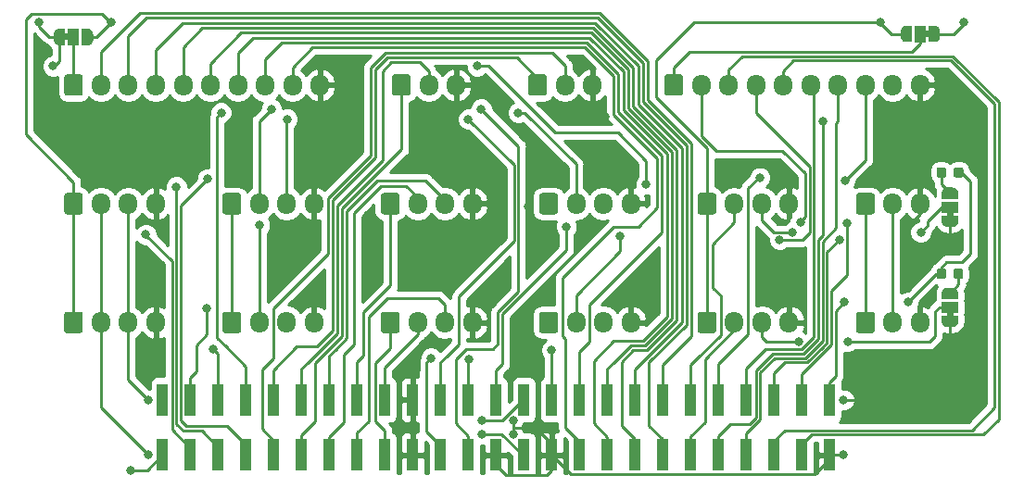
<source format=gbr>
G04 #@! TF.GenerationSoftware,KiCad,Pcbnew,(5.0.1)-3*
G04 #@! TF.CreationDate,2020-04-19T15:50:41-04:00*
G04 #@! TF.ProjectId,frontPanel_100mm,66726F6E7450616E656C5F3130306D6D,rev?*
G04 #@! TF.SameCoordinates,Original*
G04 #@! TF.FileFunction,Copper,L2,Bot,Signal*
G04 #@! TF.FilePolarity,Positive*
%FSLAX46Y46*%
G04 Gerber Fmt 4.6, Leading zero omitted, Abs format (unit mm)*
G04 Created by KiCad (PCBNEW (5.0.1)-3) date 4/19/2020 3:50:41 PM*
%MOMM*%
%LPD*%
G01*
G04 APERTURE LIST*
G04 #@! TA.AperFunction,Conductor*
%ADD10C,0.100000*%
G04 #@! TD*
G04 #@! TA.AperFunction,ComponentPad*
%ADD11C,1.700000*%
G04 #@! TD*
G04 #@! TA.AperFunction,ComponentPad*
%ADD12O,1.700000X1.950000*%
G04 #@! TD*
G04 #@! TA.AperFunction,SMDPad,CuDef*
%ADD13R,1.000000X3.000000*%
G04 #@! TD*
G04 #@! TA.AperFunction,SMDPad,CuDef*
%ADD14R,1.000000X1.500000*%
G04 #@! TD*
G04 #@! TA.AperFunction,SMDPad,CuDef*
%ADD15C,0.500000*%
G04 #@! TD*
G04 #@! TA.AperFunction,SMDPad,CuDef*
%ADD16C,0.875000*%
G04 #@! TD*
G04 #@! TA.AperFunction,SMDPad,CuDef*
%ADD17R,1.500000X1.000000*%
G04 #@! TD*
G04 #@! TA.AperFunction,ViaPad*
%ADD18C,0.800000*%
G04 #@! TD*
G04 #@! TA.AperFunction,Conductor*
%ADD19C,0.250000*%
G04 #@! TD*
G04 #@! TA.AperFunction,Conductor*
%ADD20C,0.254000*%
G04 #@! TD*
G04 APERTURE END LIST*
D10*
G04 #@! TO.N,Net-(J3-Pad1)*
G04 #@! TO.C,J3*
G36*
X108774504Y-56176204D02*
X108798773Y-56179804D01*
X108822571Y-56185765D01*
X108845671Y-56194030D01*
X108867849Y-56204520D01*
X108888893Y-56217133D01*
X108908598Y-56231747D01*
X108926777Y-56248223D01*
X108943253Y-56266402D01*
X108957867Y-56286107D01*
X108970480Y-56307151D01*
X108980970Y-56329329D01*
X108989235Y-56352429D01*
X108995196Y-56376227D01*
X108998796Y-56400496D01*
X109000000Y-56425000D01*
X109000000Y-57875000D01*
X108998796Y-57899504D01*
X108995196Y-57923773D01*
X108989235Y-57947571D01*
X108980970Y-57970671D01*
X108970480Y-57992849D01*
X108957867Y-58013893D01*
X108943253Y-58033598D01*
X108926777Y-58051777D01*
X108908598Y-58068253D01*
X108888893Y-58082867D01*
X108867849Y-58095480D01*
X108845671Y-58105970D01*
X108822571Y-58114235D01*
X108798773Y-58120196D01*
X108774504Y-58123796D01*
X108750000Y-58125000D01*
X107550000Y-58125000D01*
X107525496Y-58123796D01*
X107501227Y-58120196D01*
X107477429Y-58114235D01*
X107454329Y-58105970D01*
X107432151Y-58095480D01*
X107411107Y-58082867D01*
X107391402Y-58068253D01*
X107373223Y-58051777D01*
X107356747Y-58033598D01*
X107342133Y-58013893D01*
X107329520Y-57992849D01*
X107319030Y-57970671D01*
X107310765Y-57947571D01*
X107304804Y-57923773D01*
X107301204Y-57899504D01*
X107300000Y-57875000D01*
X107300000Y-56425000D01*
X107301204Y-56400496D01*
X107304804Y-56376227D01*
X107310765Y-56352429D01*
X107319030Y-56329329D01*
X107329520Y-56307151D01*
X107342133Y-56286107D01*
X107356747Y-56266402D01*
X107373223Y-56248223D01*
X107391402Y-56231747D01*
X107411107Y-56217133D01*
X107432151Y-56204520D01*
X107454329Y-56194030D01*
X107477429Y-56185765D01*
X107501227Y-56179804D01*
X107525496Y-56176204D01*
X107550000Y-56175000D01*
X108750000Y-56175000D01*
X108774504Y-56176204D01*
X108774504Y-56176204D01*
G37*
D11*
G04 #@! TD*
G04 #@! TO.P,J3,1*
G04 #@! TO.N,Net-(J3-Pad1)*
X108150000Y-57150000D03*
D12*
G04 #@! TO.P,J3,2*
G04 #@! TO.N,/PB1*
X110650000Y-57150000D03*
G04 #@! TO.P,J3,3*
G04 #@! TO.N,/PB2*
X113150000Y-57150000D03*
G04 #@! TO.P,J3,4*
G04 #@! TO.N,/PB3*
X115650000Y-57150000D03*
G04 #@! TO.P,J3,5*
G04 #@! TO.N,/PB4*
X118150000Y-57150000D03*
G04 #@! TO.P,J3,6*
G04 #@! TO.N,/PB5*
X120650000Y-57150000D03*
G04 #@! TO.P,J3,7*
G04 #@! TO.N,/PB6*
X123150000Y-57150000D03*
G04 #@! TO.P,J3,8*
G04 #@! TO.N,/PB7*
X125650000Y-57150000D03*
G04 #@! TO.P,J3,9*
G04 #@! TO.N,/PB8*
X128150000Y-57150000D03*
G04 #@! TO.P,J3,10*
G04 #@! TO.N,GND*
X130650000Y-57150000D03*
G04 #@! TD*
D13*
G04 #@! TO.P,J1,50*
G04 #@! TO.N,/5v*
X177230000Y-85930000D03*
G04 #@! TO.P,J1,49*
G04 #@! TO.N,GND*
X177230000Y-90970000D03*
G04 #@! TO.P,J1,48*
G04 #@! TO.N,/PA1*
X174690000Y-85930000D03*
G04 #@! TO.P,J1,47*
G04 #@! TO.N,/PA2*
X174690000Y-90970000D03*
G04 #@! TO.P,J1,46*
G04 #@! TO.N,/PA3*
X172150000Y-85930000D03*
G04 #@! TO.P,J1,45*
G04 #@! TO.N,/PA4*
X172150000Y-90970000D03*
G04 #@! TO.P,J1,44*
G04 #@! TO.N,/PA5*
X169610000Y-85930000D03*
G04 #@! TO.P,J1,43*
G04 #@! TO.N,/PA6*
X169610000Y-90970000D03*
G04 #@! TO.P,J1,42*
G04 #@! TO.N,/PA7*
X167070000Y-85930000D03*
G04 #@! TO.P,J1,41*
G04 #@! TO.N,/PA8*
X167070000Y-90970000D03*
G04 #@! TO.P,J1,40*
G04 #@! TO.N,/ATO1*
X164530000Y-85930000D03*
G04 #@! TO.P,J1,39*
G04 #@! TO.N,/ATO2*
X164530000Y-90970000D03*
G04 #@! TO.P,J1,38*
G04 #@! TO.N,/PB1*
X161990000Y-85930000D03*
G04 #@! TO.P,J1,37*
G04 #@! TO.N,/PB2*
X161990000Y-90970000D03*
G04 #@! TO.P,J1,36*
G04 #@! TO.N,/PB3*
X159450000Y-85930000D03*
G04 #@! TO.P,J1,35*
G04 #@! TO.N,/PB4*
X159450000Y-90970000D03*
G04 #@! TO.P,J1,34*
G04 #@! TO.N,/PB5*
X156910000Y-85930000D03*
G04 #@! TO.P,J1,33*
G04 #@! TO.N,/PB6*
X156910000Y-90970000D03*
G04 #@! TO.P,J1,32*
G04 #@! TO.N,/PB7*
X154370000Y-85930000D03*
G04 #@! TO.P,J1,31*
G04 #@! TO.N,/PB8*
X154370000Y-90970000D03*
G04 #@! TO.P,J1,30*
G04 #@! TO.N,/1WIRE*
X151830000Y-85930000D03*
G04 #@! TO.P,J1,29*
G04 #@! TO.N,GND*
X151830000Y-90970000D03*
G04 #@! TO.P,J1,28*
G04 #@! TO.N,/SDA*
X149290000Y-85930000D03*
G04 #@! TO.P,J1,27*
G04 #@! TO.N,/SCL*
X149290000Y-90970000D03*
G04 #@! TO.P,J1,26*
G04 #@! TO.N,/AIN1*
X146750000Y-85930000D03*
G04 #@! TO.P,J1,25*
G04 #@! TO.N,GND*
X146750000Y-90970000D03*
G04 #@! TO.P,J1,24*
G04 #@! TO.N,/AIN2*
X144210000Y-85930000D03*
G04 #@! TO.P,J1,23*
G04 #@! TO.N,/AIN3*
X144210000Y-90970000D03*
G04 #@! TO.P,J1,22*
G04 #@! TO.N,/AIN4*
X141670000Y-85930000D03*
G04 #@! TO.P,J1,21*
G04 #@! TO.N,/AV+*
X141670000Y-90970000D03*
G04 #@! TO.P,J1,20*
G04 #@! TO.N,GND*
X139130000Y-85930000D03*
G04 #@! TO.P,J1,19*
X139130000Y-90970000D03*
G04 #@! TO.P,J1,18*
G04 #@! TO.N,/PWM2*
X136590000Y-85930000D03*
G04 #@! TO.P,J1,17*
G04 #@! TO.N,/PWM1*
X136590000Y-90970000D03*
G04 #@! TO.P,J1,16*
G04 #@! TO.N,/PWM4*
X134050000Y-85930000D03*
G04 #@! TO.P,J1,15*
G04 #@! TO.N,/PWM3*
X134050000Y-90970000D03*
G04 #@! TO.P,J1,14*
G04 #@! TO.N,/PWM6*
X131510000Y-85930000D03*
G04 #@! TO.P,J1,13*
G04 #@! TO.N,/PWM5*
X131510000Y-90970000D03*
G04 #@! TO.P,J1,12*
G04 #@! TO.N,/PWM8*
X128970000Y-85930000D03*
G04 #@! TO.P,J1,11*
G04 #@! TO.N,/PWM7*
X128970000Y-90970000D03*
G04 #@! TO.P,J1,10*
G04 #@! TO.N,/AOUT7*
X126430000Y-85930000D03*
G04 #@! TO.P,J1,9*
G04 #@! TO.N,/AOUT8*
X126430000Y-90970000D03*
G04 #@! TO.P,J1,8*
G04 #@! TO.N,/AOUT5*
X123890000Y-85930000D03*
G04 #@! TO.P,J1,7*
G04 #@! TO.N,/AOUT6*
X123890000Y-90970000D03*
G04 #@! TO.P,J1,6*
G04 #@! TO.N,/AOUT3*
X121350000Y-85930000D03*
G04 #@! TO.P,J1,5*
G04 #@! TO.N,/AOUT4*
X121350000Y-90970000D03*
G04 #@! TO.P,J1,4*
G04 #@! TO.N,/AOUT1*
X118810000Y-85930000D03*
G04 #@! TO.P,J1,3*
G04 #@! TO.N,/AOUT2*
X118810000Y-90970000D03*
G04 #@! TO.P,J1,2*
G04 #@! TO.N,N/C*
X116270000Y-85930000D03*
G04 #@! TO.P,J1,1*
G04 #@! TO.N,/3v3*
X116270000Y-90970000D03*
G04 #@! TD*
D12*
G04 #@! TO.P,J2,10*
G04 #@! TO.N,GND*
X185480000Y-57150000D03*
G04 #@! TO.P,J2,9*
G04 #@! TO.N,/PA8*
X182980000Y-57150000D03*
G04 #@! TO.P,J2,8*
G04 #@! TO.N,/PA7*
X180480000Y-57150000D03*
G04 #@! TO.P,J2,7*
G04 #@! TO.N,/PA6*
X177980000Y-57150000D03*
G04 #@! TO.P,J2,6*
G04 #@! TO.N,/PA5*
X175480000Y-57150000D03*
G04 #@! TO.P,J2,5*
G04 #@! TO.N,/PA4*
X172980000Y-57150000D03*
G04 #@! TO.P,J2,4*
G04 #@! TO.N,/PA3*
X170480000Y-57150000D03*
G04 #@! TO.P,J2,3*
G04 #@! TO.N,/PA2*
X167980000Y-57150000D03*
G04 #@! TO.P,J2,2*
G04 #@! TO.N,/PA1*
X165480000Y-57150000D03*
D10*
G04 #@! TD*
G04 #@! TO.N,Net-(J2-Pad1)*
G04 #@! TO.C,J2*
G36*
X163604504Y-56176204D02*
X163628773Y-56179804D01*
X163652571Y-56185765D01*
X163675671Y-56194030D01*
X163697849Y-56204520D01*
X163718893Y-56217133D01*
X163738598Y-56231747D01*
X163756777Y-56248223D01*
X163773253Y-56266402D01*
X163787867Y-56286107D01*
X163800480Y-56307151D01*
X163810970Y-56329329D01*
X163819235Y-56352429D01*
X163825196Y-56376227D01*
X163828796Y-56400496D01*
X163830000Y-56425000D01*
X163830000Y-57875000D01*
X163828796Y-57899504D01*
X163825196Y-57923773D01*
X163819235Y-57947571D01*
X163810970Y-57970671D01*
X163800480Y-57992849D01*
X163787867Y-58013893D01*
X163773253Y-58033598D01*
X163756777Y-58051777D01*
X163738598Y-58068253D01*
X163718893Y-58082867D01*
X163697849Y-58095480D01*
X163675671Y-58105970D01*
X163652571Y-58114235D01*
X163628773Y-58120196D01*
X163604504Y-58123796D01*
X163580000Y-58125000D01*
X162380000Y-58125000D01*
X162355496Y-58123796D01*
X162331227Y-58120196D01*
X162307429Y-58114235D01*
X162284329Y-58105970D01*
X162262151Y-58095480D01*
X162241107Y-58082867D01*
X162221402Y-58068253D01*
X162203223Y-58051777D01*
X162186747Y-58033598D01*
X162172133Y-58013893D01*
X162159520Y-57992849D01*
X162149030Y-57970671D01*
X162140765Y-57947571D01*
X162134804Y-57923773D01*
X162131204Y-57899504D01*
X162130000Y-57875000D01*
X162130000Y-56425000D01*
X162131204Y-56400496D01*
X162134804Y-56376227D01*
X162140765Y-56352429D01*
X162149030Y-56329329D01*
X162159520Y-56307151D01*
X162172133Y-56286107D01*
X162186747Y-56266402D01*
X162203223Y-56248223D01*
X162221402Y-56231747D01*
X162241107Y-56217133D01*
X162262151Y-56204520D01*
X162284329Y-56194030D01*
X162307429Y-56185765D01*
X162331227Y-56179804D01*
X162355496Y-56176204D01*
X162380000Y-56175000D01*
X163580000Y-56175000D01*
X163604504Y-56176204D01*
X163604504Y-56176204D01*
G37*
D11*
G04 #@! TO.P,J2,1*
G04 #@! TO.N,Net-(J2-Pad1)*
X162980000Y-57150000D03*
G04 #@! TD*
D10*
G04 #@! TO.N,/AOUT1*
G04 #@! TO.C,J4*
G36*
X152172504Y-77866204D02*
X152196773Y-77869804D01*
X152220571Y-77875765D01*
X152243671Y-77884030D01*
X152265849Y-77894520D01*
X152286893Y-77907133D01*
X152306598Y-77921747D01*
X152324777Y-77938223D01*
X152341253Y-77956402D01*
X152355867Y-77976107D01*
X152368480Y-77997151D01*
X152378970Y-78019329D01*
X152387235Y-78042429D01*
X152393196Y-78066227D01*
X152396796Y-78090496D01*
X152398000Y-78115000D01*
X152398000Y-79565000D01*
X152396796Y-79589504D01*
X152393196Y-79613773D01*
X152387235Y-79637571D01*
X152378970Y-79660671D01*
X152368480Y-79682849D01*
X152355867Y-79703893D01*
X152341253Y-79723598D01*
X152324777Y-79741777D01*
X152306598Y-79758253D01*
X152286893Y-79772867D01*
X152265849Y-79785480D01*
X152243671Y-79795970D01*
X152220571Y-79804235D01*
X152196773Y-79810196D01*
X152172504Y-79813796D01*
X152148000Y-79815000D01*
X150948000Y-79815000D01*
X150923496Y-79813796D01*
X150899227Y-79810196D01*
X150875429Y-79804235D01*
X150852329Y-79795970D01*
X150830151Y-79785480D01*
X150809107Y-79772867D01*
X150789402Y-79758253D01*
X150771223Y-79741777D01*
X150754747Y-79723598D01*
X150740133Y-79703893D01*
X150727520Y-79682849D01*
X150717030Y-79660671D01*
X150708765Y-79637571D01*
X150702804Y-79613773D01*
X150699204Y-79589504D01*
X150698000Y-79565000D01*
X150698000Y-78115000D01*
X150699204Y-78090496D01*
X150702804Y-78066227D01*
X150708765Y-78042429D01*
X150717030Y-78019329D01*
X150727520Y-77997151D01*
X150740133Y-77976107D01*
X150754747Y-77956402D01*
X150771223Y-77938223D01*
X150789402Y-77921747D01*
X150809107Y-77907133D01*
X150830151Y-77894520D01*
X150852329Y-77884030D01*
X150875429Y-77875765D01*
X150899227Y-77869804D01*
X150923496Y-77866204D01*
X150948000Y-77865000D01*
X152148000Y-77865000D01*
X152172504Y-77866204D01*
X152172504Y-77866204D01*
G37*
D11*
G04 #@! TD*
G04 #@! TO.P,J4,1*
G04 #@! TO.N,/AOUT1*
X151548000Y-78840000D03*
D12*
G04 #@! TO.P,J4,2*
G04 #@! TO.N,/AOUT2*
X154048000Y-78840000D03*
G04 #@! TO.P,J4,3*
G04 #@! TO.N,/AOUT3*
X156548000Y-78840000D03*
G04 #@! TO.P,J4,4*
G04 #@! TO.N,GND*
X159048000Y-78840000D03*
G04 #@! TD*
G04 #@! TO.P,J5,4*
G04 #@! TO.N,GND*
X144582000Y-78840000D03*
G04 #@! TO.P,J5,3*
G04 #@! TO.N,/PWM3*
X142082000Y-78840000D03*
G04 #@! TO.P,J5,2*
G04 #@! TO.N,/PWM2*
X139582000Y-78840000D03*
D10*
G04 #@! TD*
G04 #@! TO.N,/PWM1*
G04 #@! TO.C,J5*
G36*
X137706504Y-77866204D02*
X137730773Y-77869804D01*
X137754571Y-77875765D01*
X137777671Y-77884030D01*
X137799849Y-77894520D01*
X137820893Y-77907133D01*
X137840598Y-77921747D01*
X137858777Y-77938223D01*
X137875253Y-77956402D01*
X137889867Y-77976107D01*
X137902480Y-77997151D01*
X137912970Y-78019329D01*
X137921235Y-78042429D01*
X137927196Y-78066227D01*
X137930796Y-78090496D01*
X137932000Y-78115000D01*
X137932000Y-79565000D01*
X137930796Y-79589504D01*
X137927196Y-79613773D01*
X137921235Y-79637571D01*
X137912970Y-79660671D01*
X137902480Y-79682849D01*
X137889867Y-79703893D01*
X137875253Y-79723598D01*
X137858777Y-79741777D01*
X137840598Y-79758253D01*
X137820893Y-79772867D01*
X137799849Y-79785480D01*
X137777671Y-79795970D01*
X137754571Y-79804235D01*
X137730773Y-79810196D01*
X137706504Y-79813796D01*
X137682000Y-79815000D01*
X136482000Y-79815000D01*
X136457496Y-79813796D01*
X136433227Y-79810196D01*
X136409429Y-79804235D01*
X136386329Y-79795970D01*
X136364151Y-79785480D01*
X136343107Y-79772867D01*
X136323402Y-79758253D01*
X136305223Y-79741777D01*
X136288747Y-79723598D01*
X136274133Y-79703893D01*
X136261520Y-79682849D01*
X136251030Y-79660671D01*
X136242765Y-79637571D01*
X136236804Y-79613773D01*
X136233204Y-79589504D01*
X136232000Y-79565000D01*
X136232000Y-78115000D01*
X136233204Y-78090496D01*
X136236804Y-78066227D01*
X136242765Y-78042429D01*
X136251030Y-78019329D01*
X136261520Y-77997151D01*
X136274133Y-77976107D01*
X136288747Y-77956402D01*
X136305223Y-77938223D01*
X136323402Y-77921747D01*
X136343107Y-77907133D01*
X136364151Y-77894520D01*
X136386329Y-77884030D01*
X136409429Y-77875765D01*
X136433227Y-77869804D01*
X136457496Y-77866204D01*
X136482000Y-77865000D01*
X137682000Y-77865000D01*
X137706504Y-77866204D01*
X137706504Y-77866204D01*
G37*
D11*
G04 #@! TO.P,J5,1*
G04 #@! TO.N,/PWM1*
X137082000Y-78840000D03*
G04 #@! TD*
D10*
G04 #@! TO.N,/AV+*
G04 #@! TO.C,J6*
G36*
X123240504Y-77866204D02*
X123264773Y-77869804D01*
X123288571Y-77875765D01*
X123311671Y-77884030D01*
X123333849Y-77894520D01*
X123354893Y-77907133D01*
X123374598Y-77921747D01*
X123392777Y-77938223D01*
X123409253Y-77956402D01*
X123423867Y-77976107D01*
X123436480Y-77997151D01*
X123446970Y-78019329D01*
X123455235Y-78042429D01*
X123461196Y-78066227D01*
X123464796Y-78090496D01*
X123466000Y-78115000D01*
X123466000Y-79565000D01*
X123464796Y-79589504D01*
X123461196Y-79613773D01*
X123455235Y-79637571D01*
X123446970Y-79660671D01*
X123436480Y-79682849D01*
X123423867Y-79703893D01*
X123409253Y-79723598D01*
X123392777Y-79741777D01*
X123374598Y-79758253D01*
X123354893Y-79772867D01*
X123333849Y-79785480D01*
X123311671Y-79795970D01*
X123288571Y-79804235D01*
X123264773Y-79810196D01*
X123240504Y-79813796D01*
X123216000Y-79815000D01*
X122016000Y-79815000D01*
X121991496Y-79813796D01*
X121967227Y-79810196D01*
X121943429Y-79804235D01*
X121920329Y-79795970D01*
X121898151Y-79785480D01*
X121877107Y-79772867D01*
X121857402Y-79758253D01*
X121839223Y-79741777D01*
X121822747Y-79723598D01*
X121808133Y-79703893D01*
X121795520Y-79682849D01*
X121785030Y-79660671D01*
X121776765Y-79637571D01*
X121770804Y-79613773D01*
X121767204Y-79589504D01*
X121766000Y-79565000D01*
X121766000Y-78115000D01*
X121767204Y-78090496D01*
X121770804Y-78066227D01*
X121776765Y-78042429D01*
X121785030Y-78019329D01*
X121795520Y-77997151D01*
X121808133Y-77976107D01*
X121822747Y-77956402D01*
X121839223Y-77938223D01*
X121857402Y-77921747D01*
X121877107Y-77907133D01*
X121898151Y-77894520D01*
X121920329Y-77884030D01*
X121943429Y-77875765D01*
X121967227Y-77869804D01*
X121991496Y-77866204D01*
X122016000Y-77865000D01*
X123216000Y-77865000D01*
X123240504Y-77866204D01*
X123240504Y-77866204D01*
G37*
D11*
G04 #@! TD*
G04 #@! TO.P,J6,1*
G04 #@! TO.N,/AV+*
X122616000Y-78840000D03*
D12*
G04 #@! TO.P,J6,2*
G04 #@! TO.N,/AIN1*
X125116000Y-78840000D03*
G04 #@! TO.P,J6,3*
G04 #@! TO.N,/AIN2*
X127616000Y-78840000D03*
G04 #@! TO.P,J6,4*
G04 #@! TO.N,GND*
X130116000Y-78840000D03*
G04 #@! TD*
G04 #@! TO.P,J7,4*
G04 #@! TO.N,GND*
X173514000Y-67995000D03*
G04 #@! TO.P,J7,3*
G04 #@! TO.N,Net-(J7-Pad3)*
X171014000Y-67995000D03*
G04 #@! TO.P,J7,2*
G04 #@! TO.N,/ATO1*
X168514000Y-67995000D03*
D10*
G04 #@! TD*
G04 #@! TO.N,/5v*
G04 #@! TO.C,J7*
G36*
X166638504Y-67021204D02*
X166662773Y-67024804D01*
X166686571Y-67030765D01*
X166709671Y-67039030D01*
X166731849Y-67049520D01*
X166752893Y-67062133D01*
X166772598Y-67076747D01*
X166790777Y-67093223D01*
X166807253Y-67111402D01*
X166821867Y-67131107D01*
X166834480Y-67152151D01*
X166844970Y-67174329D01*
X166853235Y-67197429D01*
X166859196Y-67221227D01*
X166862796Y-67245496D01*
X166864000Y-67270000D01*
X166864000Y-68720000D01*
X166862796Y-68744504D01*
X166859196Y-68768773D01*
X166853235Y-68792571D01*
X166844970Y-68815671D01*
X166834480Y-68837849D01*
X166821867Y-68858893D01*
X166807253Y-68878598D01*
X166790777Y-68896777D01*
X166772598Y-68913253D01*
X166752893Y-68927867D01*
X166731849Y-68940480D01*
X166709671Y-68950970D01*
X166686571Y-68959235D01*
X166662773Y-68965196D01*
X166638504Y-68968796D01*
X166614000Y-68970000D01*
X165414000Y-68970000D01*
X165389496Y-68968796D01*
X165365227Y-68965196D01*
X165341429Y-68959235D01*
X165318329Y-68950970D01*
X165296151Y-68940480D01*
X165275107Y-68927867D01*
X165255402Y-68913253D01*
X165237223Y-68896777D01*
X165220747Y-68878598D01*
X165206133Y-68858893D01*
X165193520Y-68837849D01*
X165183030Y-68815671D01*
X165174765Y-68792571D01*
X165168804Y-68768773D01*
X165165204Y-68744504D01*
X165164000Y-68720000D01*
X165164000Y-67270000D01*
X165165204Y-67245496D01*
X165168804Y-67221227D01*
X165174765Y-67197429D01*
X165183030Y-67174329D01*
X165193520Y-67152151D01*
X165206133Y-67131107D01*
X165220747Y-67111402D01*
X165237223Y-67093223D01*
X165255402Y-67076747D01*
X165275107Y-67062133D01*
X165296151Y-67049520D01*
X165318329Y-67039030D01*
X165341429Y-67030765D01*
X165365227Y-67024804D01*
X165389496Y-67021204D01*
X165414000Y-67020000D01*
X166614000Y-67020000D01*
X166638504Y-67021204D01*
X166638504Y-67021204D01*
G37*
D11*
G04 #@! TO.P,J7,1*
G04 #@! TO.N,/5v*
X166014000Y-67995000D03*
G04 #@! TD*
D10*
G04 #@! TO.N,/AOUT4*
G04 #@! TO.C,J8*
G36*
X152172504Y-67021204D02*
X152196773Y-67024804D01*
X152220571Y-67030765D01*
X152243671Y-67039030D01*
X152265849Y-67049520D01*
X152286893Y-67062133D01*
X152306598Y-67076747D01*
X152324777Y-67093223D01*
X152341253Y-67111402D01*
X152355867Y-67131107D01*
X152368480Y-67152151D01*
X152378970Y-67174329D01*
X152387235Y-67197429D01*
X152393196Y-67221227D01*
X152396796Y-67245496D01*
X152398000Y-67270000D01*
X152398000Y-68720000D01*
X152396796Y-68744504D01*
X152393196Y-68768773D01*
X152387235Y-68792571D01*
X152378970Y-68815671D01*
X152368480Y-68837849D01*
X152355867Y-68858893D01*
X152341253Y-68878598D01*
X152324777Y-68896777D01*
X152306598Y-68913253D01*
X152286893Y-68927867D01*
X152265849Y-68940480D01*
X152243671Y-68950970D01*
X152220571Y-68959235D01*
X152196773Y-68965196D01*
X152172504Y-68968796D01*
X152148000Y-68970000D01*
X150948000Y-68970000D01*
X150923496Y-68968796D01*
X150899227Y-68965196D01*
X150875429Y-68959235D01*
X150852329Y-68950970D01*
X150830151Y-68940480D01*
X150809107Y-68927867D01*
X150789402Y-68913253D01*
X150771223Y-68896777D01*
X150754747Y-68878598D01*
X150740133Y-68858893D01*
X150727520Y-68837849D01*
X150717030Y-68815671D01*
X150708765Y-68792571D01*
X150702804Y-68768773D01*
X150699204Y-68744504D01*
X150698000Y-68720000D01*
X150698000Y-67270000D01*
X150699204Y-67245496D01*
X150702804Y-67221227D01*
X150708765Y-67197429D01*
X150717030Y-67174329D01*
X150727520Y-67152151D01*
X150740133Y-67131107D01*
X150754747Y-67111402D01*
X150771223Y-67093223D01*
X150789402Y-67076747D01*
X150809107Y-67062133D01*
X150830151Y-67049520D01*
X150852329Y-67039030D01*
X150875429Y-67030765D01*
X150899227Y-67024804D01*
X150923496Y-67021204D01*
X150948000Y-67020000D01*
X152148000Y-67020000D01*
X152172504Y-67021204D01*
X152172504Y-67021204D01*
G37*
D11*
G04 #@! TD*
G04 #@! TO.P,J8,1*
G04 #@! TO.N,/AOUT4*
X151548000Y-67995000D03*
D12*
G04 #@! TO.P,J8,2*
G04 #@! TO.N,/AOUT5*
X154048000Y-67995000D03*
G04 #@! TO.P,J8,3*
G04 #@! TO.N,/AOUT6*
X156548000Y-67995000D03*
G04 #@! TO.P,J8,4*
G04 #@! TO.N,GND*
X159048000Y-67995000D03*
G04 #@! TD*
G04 #@! TO.P,J9,4*
G04 #@! TO.N,GND*
X144582000Y-67995000D03*
G04 #@! TO.P,J9,3*
G04 #@! TO.N,/PWM6*
X142082000Y-67995000D03*
G04 #@! TO.P,J9,2*
G04 #@! TO.N,/PWM5*
X139582000Y-67995000D03*
D10*
G04 #@! TD*
G04 #@! TO.N,/PWM4*
G04 #@! TO.C,J9*
G36*
X137706504Y-67021204D02*
X137730773Y-67024804D01*
X137754571Y-67030765D01*
X137777671Y-67039030D01*
X137799849Y-67049520D01*
X137820893Y-67062133D01*
X137840598Y-67076747D01*
X137858777Y-67093223D01*
X137875253Y-67111402D01*
X137889867Y-67131107D01*
X137902480Y-67152151D01*
X137912970Y-67174329D01*
X137921235Y-67197429D01*
X137927196Y-67221227D01*
X137930796Y-67245496D01*
X137932000Y-67270000D01*
X137932000Y-68720000D01*
X137930796Y-68744504D01*
X137927196Y-68768773D01*
X137921235Y-68792571D01*
X137912970Y-68815671D01*
X137902480Y-68837849D01*
X137889867Y-68858893D01*
X137875253Y-68878598D01*
X137858777Y-68896777D01*
X137840598Y-68913253D01*
X137820893Y-68927867D01*
X137799849Y-68940480D01*
X137777671Y-68950970D01*
X137754571Y-68959235D01*
X137730773Y-68965196D01*
X137706504Y-68968796D01*
X137682000Y-68970000D01*
X136482000Y-68970000D01*
X136457496Y-68968796D01*
X136433227Y-68965196D01*
X136409429Y-68959235D01*
X136386329Y-68950970D01*
X136364151Y-68940480D01*
X136343107Y-68927867D01*
X136323402Y-68913253D01*
X136305223Y-68896777D01*
X136288747Y-68878598D01*
X136274133Y-68858893D01*
X136261520Y-68837849D01*
X136251030Y-68815671D01*
X136242765Y-68792571D01*
X136236804Y-68768773D01*
X136233204Y-68744504D01*
X136232000Y-68720000D01*
X136232000Y-67270000D01*
X136233204Y-67245496D01*
X136236804Y-67221227D01*
X136242765Y-67197429D01*
X136251030Y-67174329D01*
X136261520Y-67152151D01*
X136274133Y-67131107D01*
X136288747Y-67111402D01*
X136305223Y-67093223D01*
X136323402Y-67076747D01*
X136343107Y-67062133D01*
X136364151Y-67049520D01*
X136386329Y-67039030D01*
X136409429Y-67030765D01*
X136433227Y-67024804D01*
X136457496Y-67021204D01*
X136482000Y-67020000D01*
X137682000Y-67020000D01*
X137706504Y-67021204D01*
X137706504Y-67021204D01*
G37*
D11*
G04 #@! TO.P,J9,1*
G04 #@! TO.N,/PWM4*
X137082000Y-67995000D03*
G04 #@! TD*
D10*
G04 #@! TO.N,/AV+*
G04 #@! TO.C,J10*
G36*
X123240504Y-67021204D02*
X123264773Y-67024804D01*
X123288571Y-67030765D01*
X123311671Y-67039030D01*
X123333849Y-67049520D01*
X123354893Y-67062133D01*
X123374598Y-67076747D01*
X123392777Y-67093223D01*
X123409253Y-67111402D01*
X123423867Y-67131107D01*
X123436480Y-67152151D01*
X123446970Y-67174329D01*
X123455235Y-67197429D01*
X123461196Y-67221227D01*
X123464796Y-67245496D01*
X123466000Y-67270000D01*
X123466000Y-68720000D01*
X123464796Y-68744504D01*
X123461196Y-68768773D01*
X123455235Y-68792571D01*
X123446970Y-68815671D01*
X123436480Y-68837849D01*
X123423867Y-68858893D01*
X123409253Y-68878598D01*
X123392777Y-68896777D01*
X123374598Y-68913253D01*
X123354893Y-68927867D01*
X123333849Y-68940480D01*
X123311671Y-68950970D01*
X123288571Y-68959235D01*
X123264773Y-68965196D01*
X123240504Y-68968796D01*
X123216000Y-68970000D01*
X122016000Y-68970000D01*
X121991496Y-68968796D01*
X121967227Y-68965196D01*
X121943429Y-68959235D01*
X121920329Y-68950970D01*
X121898151Y-68940480D01*
X121877107Y-68927867D01*
X121857402Y-68913253D01*
X121839223Y-68896777D01*
X121822747Y-68878598D01*
X121808133Y-68858893D01*
X121795520Y-68837849D01*
X121785030Y-68815671D01*
X121776765Y-68792571D01*
X121770804Y-68768773D01*
X121767204Y-68744504D01*
X121766000Y-68720000D01*
X121766000Y-67270000D01*
X121767204Y-67245496D01*
X121770804Y-67221227D01*
X121776765Y-67197429D01*
X121785030Y-67174329D01*
X121795520Y-67152151D01*
X121808133Y-67131107D01*
X121822747Y-67111402D01*
X121839223Y-67093223D01*
X121857402Y-67076747D01*
X121877107Y-67062133D01*
X121898151Y-67049520D01*
X121920329Y-67039030D01*
X121943429Y-67030765D01*
X121967227Y-67024804D01*
X121991496Y-67021204D01*
X122016000Y-67020000D01*
X123216000Y-67020000D01*
X123240504Y-67021204D01*
X123240504Y-67021204D01*
G37*
D11*
G04 #@! TD*
G04 #@! TO.P,J10,1*
G04 #@! TO.N,/AV+*
X122616000Y-67995000D03*
D12*
G04 #@! TO.P,J10,2*
G04 #@! TO.N,/AIN3*
X125116000Y-67995000D03*
G04 #@! TO.P,J10,3*
G04 #@! TO.N,/AIN4*
X127616000Y-67995000D03*
G04 #@! TO.P,J10,4*
G04 #@! TO.N,GND*
X130116000Y-67995000D03*
G04 #@! TD*
G04 #@! TO.P,J11,4*
G04 #@! TO.N,GND*
X173514000Y-78840000D03*
G04 #@! TO.P,J11,3*
G04 #@! TO.N,Net-(J11-Pad3)*
X171014000Y-78840000D03*
G04 #@! TO.P,J11,2*
G04 #@! TO.N,/ATO2*
X168514000Y-78840000D03*
D10*
G04 #@! TD*
G04 #@! TO.N,/5v*
G04 #@! TO.C,J11*
G36*
X166638504Y-77866204D02*
X166662773Y-77869804D01*
X166686571Y-77875765D01*
X166709671Y-77884030D01*
X166731849Y-77894520D01*
X166752893Y-77907133D01*
X166772598Y-77921747D01*
X166790777Y-77938223D01*
X166807253Y-77956402D01*
X166821867Y-77976107D01*
X166834480Y-77997151D01*
X166844970Y-78019329D01*
X166853235Y-78042429D01*
X166859196Y-78066227D01*
X166862796Y-78090496D01*
X166864000Y-78115000D01*
X166864000Y-79565000D01*
X166862796Y-79589504D01*
X166859196Y-79613773D01*
X166853235Y-79637571D01*
X166844970Y-79660671D01*
X166834480Y-79682849D01*
X166821867Y-79703893D01*
X166807253Y-79723598D01*
X166790777Y-79741777D01*
X166772598Y-79758253D01*
X166752893Y-79772867D01*
X166731849Y-79785480D01*
X166709671Y-79795970D01*
X166686571Y-79804235D01*
X166662773Y-79810196D01*
X166638504Y-79813796D01*
X166614000Y-79815000D01*
X165414000Y-79815000D01*
X165389496Y-79813796D01*
X165365227Y-79810196D01*
X165341429Y-79804235D01*
X165318329Y-79795970D01*
X165296151Y-79785480D01*
X165275107Y-79772867D01*
X165255402Y-79758253D01*
X165237223Y-79741777D01*
X165220747Y-79723598D01*
X165206133Y-79703893D01*
X165193520Y-79682849D01*
X165183030Y-79660671D01*
X165174765Y-79637571D01*
X165168804Y-79613773D01*
X165165204Y-79589504D01*
X165164000Y-79565000D01*
X165164000Y-78115000D01*
X165165204Y-78090496D01*
X165168804Y-78066227D01*
X165174765Y-78042429D01*
X165183030Y-78019329D01*
X165193520Y-77997151D01*
X165206133Y-77976107D01*
X165220747Y-77956402D01*
X165237223Y-77938223D01*
X165255402Y-77921747D01*
X165275107Y-77907133D01*
X165296151Y-77894520D01*
X165318329Y-77884030D01*
X165341429Y-77875765D01*
X165365227Y-77869804D01*
X165389496Y-77866204D01*
X165414000Y-77865000D01*
X166614000Y-77865000D01*
X166638504Y-77866204D01*
X166638504Y-77866204D01*
G37*
D11*
G04 #@! TO.P,J11,1*
G04 #@! TO.N,/5v*
X166014000Y-78840000D03*
G04 #@! TD*
D10*
G04 #@! TO.N,/5v*
G04 #@! TO.C,J14*
G36*
X108774504Y-77866204D02*
X108798773Y-77869804D01*
X108822571Y-77875765D01*
X108845671Y-77884030D01*
X108867849Y-77894520D01*
X108888893Y-77907133D01*
X108908598Y-77921747D01*
X108926777Y-77938223D01*
X108943253Y-77956402D01*
X108957867Y-77976107D01*
X108970480Y-77997151D01*
X108980970Y-78019329D01*
X108989235Y-78042429D01*
X108995196Y-78066227D01*
X108998796Y-78090496D01*
X109000000Y-78115000D01*
X109000000Y-79565000D01*
X108998796Y-79589504D01*
X108995196Y-79613773D01*
X108989235Y-79637571D01*
X108980970Y-79660671D01*
X108970480Y-79682849D01*
X108957867Y-79703893D01*
X108943253Y-79723598D01*
X108926777Y-79741777D01*
X108908598Y-79758253D01*
X108888893Y-79772867D01*
X108867849Y-79785480D01*
X108845671Y-79795970D01*
X108822571Y-79804235D01*
X108798773Y-79810196D01*
X108774504Y-79813796D01*
X108750000Y-79815000D01*
X107550000Y-79815000D01*
X107525496Y-79813796D01*
X107501227Y-79810196D01*
X107477429Y-79804235D01*
X107454329Y-79795970D01*
X107432151Y-79785480D01*
X107411107Y-79772867D01*
X107391402Y-79758253D01*
X107373223Y-79741777D01*
X107356747Y-79723598D01*
X107342133Y-79703893D01*
X107329520Y-79682849D01*
X107319030Y-79660671D01*
X107310765Y-79637571D01*
X107304804Y-79613773D01*
X107301204Y-79589504D01*
X107300000Y-79565000D01*
X107300000Y-78115000D01*
X107301204Y-78090496D01*
X107304804Y-78066227D01*
X107310765Y-78042429D01*
X107319030Y-78019329D01*
X107329520Y-77997151D01*
X107342133Y-77976107D01*
X107356747Y-77956402D01*
X107373223Y-77938223D01*
X107391402Y-77921747D01*
X107411107Y-77907133D01*
X107432151Y-77894520D01*
X107454329Y-77884030D01*
X107477429Y-77875765D01*
X107501227Y-77869804D01*
X107525496Y-77866204D01*
X107550000Y-77865000D01*
X108750000Y-77865000D01*
X108774504Y-77866204D01*
X108774504Y-77866204D01*
G37*
D11*
G04 #@! TD*
G04 #@! TO.P,J14,1*
G04 #@! TO.N,/5v*
X108150000Y-78840000D03*
D12*
G04 #@! TO.P,J14,2*
G04 #@! TO.N,/SCL*
X110650000Y-78840000D03*
G04 #@! TO.P,J14,3*
G04 #@! TO.N,/SDA*
X113150000Y-78840000D03*
G04 #@! TO.P,J14,4*
G04 #@! TO.N,GND*
X115650000Y-78840000D03*
G04 #@! TD*
G04 #@! TO.P,J16,4*
G04 #@! TO.N,GND*
X115650000Y-67995000D03*
G04 #@! TO.P,J16,3*
G04 #@! TO.N,/SDA*
X113150000Y-67995000D03*
G04 #@! TO.P,J16,2*
G04 #@! TO.N,/SCL*
X110650000Y-67995000D03*
D10*
G04 #@! TD*
G04 #@! TO.N,/5v*
G04 #@! TO.C,J16*
G36*
X108774504Y-67021204D02*
X108798773Y-67024804D01*
X108822571Y-67030765D01*
X108845671Y-67039030D01*
X108867849Y-67049520D01*
X108888893Y-67062133D01*
X108908598Y-67076747D01*
X108926777Y-67093223D01*
X108943253Y-67111402D01*
X108957867Y-67131107D01*
X108970480Y-67152151D01*
X108980970Y-67174329D01*
X108989235Y-67197429D01*
X108995196Y-67221227D01*
X108998796Y-67245496D01*
X109000000Y-67270000D01*
X109000000Y-68720000D01*
X108998796Y-68744504D01*
X108995196Y-68768773D01*
X108989235Y-68792571D01*
X108980970Y-68815671D01*
X108970480Y-68837849D01*
X108957867Y-68858893D01*
X108943253Y-68878598D01*
X108926777Y-68896777D01*
X108908598Y-68913253D01*
X108888893Y-68927867D01*
X108867849Y-68940480D01*
X108845671Y-68950970D01*
X108822571Y-68959235D01*
X108798773Y-68965196D01*
X108774504Y-68968796D01*
X108750000Y-68970000D01*
X107550000Y-68970000D01*
X107525496Y-68968796D01*
X107501227Y-68965196D01*
X107477429Y-68959235D01*
X107454329Y-68950970D01*
X107432151Y-68940480D01*
X107411107Y-68927867D01*
X107391402Y-68913253D01*
X107373223Y-68896777D01*
X107356747Y-68878598D01*
X107342133Y-68858893D01*
X107329520Y-68837849D01*
X107319030Y-68815671D01*
X107310765Y-68792571D01*
X107304804Y-68768773D01*
X107301204Y-68744504D01*
X107300000Y-68720000D01*
X107300000Y-67270000D01*
X107301204Y-67245496D01*
X107304804Y-67221227D01*
X107310765Y-67197429D01*
X107319030Y-67174329D01*
X107329520Y-67152151D01*
X107342133Y-67131107D01*
X107356747Y-67111402D01*
X107373223Y-67093223D01*
X107391402Y-67076747D01*
X107411107Y-67062133D01*
X107432151Y-67049520D01*
X107454329Y-67039030D01*
X107477429Y-67030765D01*
X107501227Y-67024804D01*
X107525496Y-67021204D01*
X107550000Y-67020000D01*
X108750000Y-67020000D01*
X108774504Y-67021204D01*
X108774504Y-67021204D01*
G37*
D11*
G04 #@! TO.P,J16,1*
G04 #@! TO.N,/5v*
X108150000Y-67995000D03*
G04 #@! TD*
D14*
G04 #@! TO.P,PA Vdd,2*
G04 #@! TO.N,Net-(J2-Pad1)*
X185520000Y-52465000D03*
D15*
G04 #@! TO.P,PA Vdd,3*
G04 #@! TO.N,/5v*
X184220000Y-52465000D03*
D10*
G04 #@! TD*
G04 #@! TO.N,/5v*
G04 #@! TO.C,PA Vdd*
G36*
X184220000Y-53214398D02*
X184195466Y-53214398D01*
X184146635Y-53209588D01*
X184098510Y-53200016D01*
X184051555Y-53185772D01*
X184006222Y-53166995D01*
X183962949Y-53143864D01*
X183922150Y-53116604D01*
X183884221Y-53085476D01*
X183849524Y-53050779D01*
X183818396Y-53012850D01*
X183791136Y-52972051D01*
X183768005Y-52928778D01*
X183749228Y-52883445D01*
X183734984Y-52836490D01*
X183725412Y-52788365D01*
X183720602Y-52739534D01*
X183720602Y-52715000D01*
X183720000Y-52715000D01*
X183720000Y-52215000D01*
X183720602Y-52215000D01*
X183720602Y-52190466D01*
X183725412Y-52141635D01*
X183734984Y-52093510D01*
X183749228Y-52046555D01*
X183768005Y-52001222D01*
X183791136Y-51957949D01*
X183818396Y-51917150D01*
X183849524Y-51879221D01*
X183884221Y-51844524D01*
X183922150Y-51813396D01*
X183962949Y-51786136D01*
X184006222Y-51763005D01*
X184051555Y-51744228D01*
X184098510Y-51729984D01*
X184146635Y-51720412D01*
X184195466Y-51715602D01*
X184220000Y-51715602D01*
X184220000Y-51715000D01*
X184770000Y-51715000D01*
X184770000Y-53215000D01*
X184220000Y-53215000D01*
X184220000Y-53214398D01*
X184220000Y-53214398D01*
G37*
D15*
G04 #@! TO.P,PA Vdd,1*
G04 #@! TO.N,/3v3*
X186820000Y-52465000D03*
D10*
G04 #@! TD*
G04 #@! TO.N,/3v3*
G04 #@! TO.C,PA Vdd*
G36*
X186270000Y-52765000D02*
X185920000Y-52765000D01*
X185920000Y-52165000D01*
X186270000Y-52165000D01*
X186270000Y-51715000D01*
X186820000Y-51715000D01*
X186820000Y-51715602D01*
X186844534Y-51715602D01*
X186893365Y-51720412D01*
X186941490Y-51729984D01*
X186988445Y-51744228D01*
X187033778Y-51763005D01*
X187077051Y-51786136D01*
X187117850Y-51813396D01*
X187155779Y-51844524D01*
X187190476Y-51879221D01*
X187221604Y-51917150D01*
X187248864Y-51957949D01*
X187271995Y-52001222D01*
X187290772Y-52046555D01*
X187305016Y-52093510D01*
X187314588Y-52141635D01*
X187319398Y-52190466D01*
X187319398Y-52215000D01*
X187320000Y-52215000D01*
X187320000Y-52715000D01*
X187319398Y-52715000D01*
X187319398Y-52739534D01*
X187314588Y-52788365D01*
X187305016Y-52836490D01*
X187290772Y-52883445D01*
X187271995Y-52928778D01*
X187248864Y-52972051D01*
X187221604Y-53012850D01*
X187190476Y-53050779D01*
X187155779Y-53085476D01*
X187117850Y-53116604D01*
X187077051Y-53143864D01*
X187033778Y-53166995D01*
X186988445Y-53185772D01*
X186941490Y-53200016D01*
X186893365Y-53209588D01*
X186844534Y-53214398D01*
X186820000Y-53214398D01*
X186820000Y-53215000D01*
X186270000Y-53215000D01*
X186270000Y-52765000D01*
X186270000Y-52765000D01*
G37*
D15*
G04 #@! TO.P,PB Vdd,1*
G04 #@! TO.N,/3v3*
X106840000Y-52750000D03*
D10*
G04 #@! TD*
G04 #@! TO.N,/3v3*
G04 #@! TO.C,PB Vdd*
G36*
X107390000Y-52450000D02*
X107740000Y-52450000D01*
X107740000Y-53050000D01*
X107390000Y-53050000D01*
X107390000Y-53500000D01*
X106840000Y-53500000D01*
X106840000Y-53499398D01*
X106815466Y-53499398D01*
X106766635Y-53494588D01*
X106718510Y-53485016D01*
X106671555Y-53470772D01*
X106626222Y-53451995D01*
X106582949Y-53428864D01*
X106542150Y-53401604D01*
X106504221Y-53370476D01*
X106469524Y-53335779D01*
X106438396Y-53297850D01*
X106411136Y-53257051D01*
X106388005Y-53213778D01*
X106369228Y-53168445D01*
X106354984Y-53121490D01*
X106345412Y-53073365D01*
X106340602Y-53024534D01*
X106340602Y-53000000D01*
X106340000Y-53000000D01*
X106340000Y-52500000D01*
X106340602Y-52500000D01*
X106340602Y-52475466D01*
X106345412Y-52426635D01*
X106354984Y-52378510D01*
X106369228Y-52331555D01*
X106388005Y-52286222D01*
X106411136Y-52242949D01*
X106438396Y-52202150D01*
X106469524Y-52164221D01*
X106504221Y-52129524D01*
X106542150Y-52098396D01*
X106582949Y-52071136D01*
X106626222Y-52048005D01*
X106671555Y-52029228D01*
X106718510Y-52014984D01*
X106766635Y-52005412D01*
X106815466Y-52000602D01*
X106840000Y-52000602D01*
X106840000Y-52000000D01*
X107390000Y-52000000D01*
X107390000Y-52450000D01*
X107390000Y-52450000D01*
G37*
D15*
G04 #@! TO.P,PB Vdd,3*
G04 #@! TO.N,/5v*
X109440000Y-52750000D03*
D10*
G04 #@! TD*
G04 #@! TO.N,/5v*
G04 #@! TO.C,PB Vdd*
G36*
X109440000Y-52000602D02*
X109464534Y-52000602D01*
X109513365Y-52005412D01*
X109561490Y-52014984D01*
X109608445Y-52029228D01*
X109653778Y-52048005D01*
X109697051Y-52071136D01*
X109737850Y-52098396D01*
X109775779Y-52129524D01*
X109810476Y-52164221D01*
X109841604Y-52202150D01*
X109868864Y-52242949D01*
X109891995Y-52286222D01*
X109910772Y-52331555D01*
X109925016Y-52378510D01*
X109934588Y-52426635D01*
X109939398Y-52475466D01*
X109939398Y-52500000D01*
X109940000Y-52500000D01*
X109940000Y-53000000D01*
X109939398Y-53000000D01*
X109939398Y-53024534D01*
X109934588Y-53073365D01*
X109925016Y-53121490D01*
X109910772Y-53168445D01*
X109891995Y-53213778D01*
X109868864Y-53257051D01*
X109841604Y-53297850D01*
X109810476Y-53335779D01*
X109775779Y-53370476D01*
X109737850Y-53401604D01*
X109697051Y-53428864D01*
X109653778Y-53451995D01*
X109608445Y-53470772D01*
X109561490Y-53485016D01*
X109513365Y-53494588D01*
X109464534Y-53499398D01*
X109440000Y-53499398D01*
X109440000Y-53500000D01*
X108890000Y-53500000D01*
X108890000Y-52000000D01*
X109440000Y-52000000D01*
X109440000Y-52000602D01*
X109440000Y-52000602D01*
G37*
D14*
G04 #@! TO.P,PB Vdd,2*
G04 #@! TO.N,Net-(J3-Pad1)*
X108140000Y-52750000D03*
G04 #@! TD*
D10*
G04 #@! TO.N,/5v*
G04 #@! TO.C,R1*
G36*
X189241691Y-64656053D02*
X189262926Y-64659203D01*
X189283750Y-64664419D01*
X189303962Y-64671651D01*
X189323368Y-64680830D01*
X189341781Y-64691866D01*
X189359024Y-64704654D01*
X189374930Y-64719070D01*
X189389346Y-64734976D01*
X189402134Y-64752219D01*
X189413170Y-64770632D01*
X189422349Y-64790038D01*
X189429581Y-64810250D01*
X189434797Y-64831074D01*
X189437947Y-64852309D01*
X189439000Y-64873750D01*
X189439000Y-65386250D01*
X189437947Y-65407691D01*
X189434797Y-65428926D01*
X189429581Y-65449750D01*
X189422349Y-65469962D01*
X189413170Y-65489368D01*
X189402134Y-65507781D01*
X189389346Y-65525024D01*
X189374930Y-65540930D01*
X189359024Y-65555346D01*
X189341781Y-65568134D01*
X189323368Y-65579170D01*
X189303962Y-65588349D01*
X189283750Y-65595581D01*
X189262926Y-65600797D01*
X189241691Y-65603947D01*
X189220250Y-65605000D01*
X188782750Y-65605000D01*
X188761309Y-65603947D01*
X188740074Y-65600797D01*
X188719250Y-65595581D01*
X188699038Y-65588349D01*
X188679632Y-65579170D01*
X188661219Y-65568134D01*
X188643976Y-65555346D01*
X188628070Y-65540930D01*
X188613654Y-65525024D01*
X188600866Y-65507781D01*
X188589830Y-65489368D01*
X188580651Y-65469962D01*
X188573419Y-65449750D01*
X188568203Y-65428926D01*
X188565053Y-65407691D01*
X188564000Y-65386250D01*
X188564000Y-64873750D01*
X188565053Y-64852309D01*
X188568203Y-64831074D01*
X188573419Y-64810250D01*
X188580651Y-64790038D01*
X188589830Y-64770632D01*
X188600866Y-64752219D01*
X188613654Y-64734976D01*
X188628070Y-64719070D01*
X188643976Y-64704654D01*
X188661219Y-64691866D01*
X188679632Y-64680830D01*
X188699038Y-64671651D01*
X188719250Y-64664419D01*
X188740074Y-64659203D01*
X188761309Y-64656053D01*
X188782750Y-64655000D01*
X189220250Y-64655000D01*
X189241691Y-64656053D01*
X189241691Y-64656053D01*
G37*
D16*
G04 #@! TD*
G04 #@! TO.P,R1,1*
G04 #@! TO.N,/5v*
X189001500Y-65130000D03*
D10*
G04 #@! TO.N,Net-(JP3-Pad3)*
G04 #@! TO.C,R1*
G36*
X187666691Y-64656053D02*
X187687926Y-64659203D01*
X187708750Y-64664419D01*
X187728962Y-64671651D01*
X187748368Y-64680830D01*
X187766781Y-64691866D01*
X187784024Y-64704654D01*
X187799930Y-64719070D01*
X187814346Y-64734976D01*
X187827134Y-64752219D01*
X187838170Y-64770632D01*
X187847349Y-64790038D01*
X187854581Y-64810250D01*
X187859797Y-64831074D01*
X187862947Y-64852309D01*
X187864000Y-64873750D01*
X187864000Y-65386250D01*
X187862947Y-65407691D01*
X187859797Y-65428926D01*
X187854581Y-65449750D01*
X187847349Y-65469962D01*
X187838170Y-65489368D01*
X187827134Y-65507781D01*
X187814346Y-65525024D01*
X187799930Y-65540930D01*
X187784024Y-65555346D01*
X187766781Y-65568134D01*
X187748368Y-65579170D01*
X187728962Y-65588349D01*
X187708750Y-65595581D01*
X187687926Y-65600797D01*
X187666691Y-65603947D01*
X187645250Y-65605000D01*
X187207750Y-65605000D01*
X187186309Y-65603947D01*
X187165074Y-65600797D01*
X187144250Y-65595581D01*
X187124038Y-65588349D01*
X187104632Y-65579170D01*
X187086219Y-65568134D01*
X187068976Y-65555346D01*
X187053070Y-65540930D01*
X187038654Y-65525024D01*
X187025866Y-65507781D01*
X187014830Y-65489368D01*
X187005651Y-65469962D01*
X186998419Y-65449750D01*
X186993203Y-65428926D01*
X186990053Y-65407691D01*
X186989000Y-65386250D01*
X186989000Y-64873750D01*
X186990053Y-64852309D01*
X186993203Y-64831074D01*
X186998419Y-64810250D01*
X187005651Y-64790038D01*
X187014830Y-64770632D01*
X187025866Y-64752219D01*
X187038654Y-64734976D01*
X187053070Y-64719070D01*
X187068976Y-64704654D01*
X187086219Y-64691866D01*
X187104632Y-64680830D01*
X187124038Y-64671651D01*
X187144250Y-64664419D01*
X187165074Y-64659203D01*
X187186309Y-64656053D01*
X187207750Y-64655000D01*
X187645250Y-64655000D01*
X187666691Y-64656053D01*
X187666691Y-64656053D01*
G37*
D16*
G04 #@! TD*
G04 #@! TO.P,R1,2*
G04 #@! TO.N,Net-(JP3-Pad3)*
X187426500Y-65130000D03*
D10*
G04 #@! TO.N,Net-(JP4-Pad3)*
G04 #@! TO.C,R2*
G36*
X189237691Y-73926053D02*
X189258926Y-73929203D01*
X189279750Y-73934419D01*
X189299962Y-73941651D01*
X189319368Y-73950830D01*
X189337781Y-73961866D01*
X189355024Y-73974654D01*
X189370930Y-73989070D01*
X189385346Y-74004976D01*
X189398134Y-74022219D01*
X189409170Y-74040632D01*
X189418349Y-74060038D01*
X189425581Y-74080250D01*
X189430797Y-74101074D01*
X189433947Y-74122309D01*
X189435000Y-74143750D01*
X189435000Y-74656250D01*
X189433947Y-74677691D01*
X189430797Y-74698926D01*
X189425581Y-74719750D01*
X189418349Y-74739962D01*
X189409170Y-74759368D01*
X189398134Y-74777781D01*
X189385346Y-74795024D01*
X189370930Y-74810930D01*
X189355024Y-74825346D01*
X189337781Y-74838134D01*
X189319368Y-74849170D01*
X189299962Y-74858349D01*
X189279750Y-74865581D01*
X189258926Y-74870797D01*
X189237691Y-74873947D01*
X189216250Y-74875000D01*
X188778750Y-74875000D01*
X188757309Y-74873947D01*
X188736074Y-74870797D01*
X188715250Y-74865581D01*
X188695038Y-74858349D01*
X188675632Y-74849170D01*
X188657219Y-74838134D01*
X188639976Y-74825346D01*
X188624070Y-74810930D01*
X188609654Y-74795024D01*
X188596866Y-74777781D01*
X188585830Y-74759368D01*
X188576651Y-74739962D01*
X188569419Y-74719750D01*
X188564203Y-74698926D01*
X188561053Y-74677691D01*
X188560000Y-74656250D01*
X188560000Y-74143750D01*
X188561053Y-74122309D01*
X188564203Y-74101074D01*
X188569419Y-74080250D01*
X188576651Y-74060038D01*
X188585830Y-74040632D01*
X188596866Y-74022219D01*
X188609654Y-74004976D01*
X188624070Y-73989070D01*
X188639976Y-73974654D01*
X188657219Y-73961866D01*
X188675632Y-73950830D01*
X188695038Y-73941651D01*
X188715250Y-73934419D01*
X188736074Y-73929203D01*
X188757309Y-73926053D01*
X188778750Y-73925000D01*
X189216250Y-73925000D01*
X189237691Y-73926053D01*
X189237691Y-73926053D01*
G37*
D16*
G04 #@! TD*
G04 #@! TO.P,R2,2*
G04 #@! TO.N,Net-(JP4-Pad3)*
X188997500Y-74400000D03*
D10*
G04 #@! TO.N,/5v*
G04 #@! TO.C,R2*
G36*
X187662691Y-73926053D02*
X187683926Y-73929203D01*
X187704750Y-73934419D01*
X187724962Y-73941651D01*
X187744368Y-73950830D01*
X187762781Y-73961866D01*
X187780024Y-73974654D01*
X187795930Y-73989070D01*
X187810346Y-74004976D01*
X187823134Y-74022219D01*
X187834170Y-74040632D01*
X187843349Y-74060038D01*
X187850581Y-74080250D01*
X187855797Y-74101074D01*
X187858947Y-74122309D01*
X187860000Y-74143750D01*
X187860000Y-74656250D01*
X187858947Y-74677691D01*
X187855797Y-74698926D01*
X187850581Y-74719750D01*
X187843349Y-74739962D01*
X187834170Y-74759368D01*
X187823134Y-74777781D01*
X187810346Y-74795024D01*
X187795930Y-74810930D01*
X187780024Y-74825346D01*
X187762781Y-74838134D01*
X187744368Y-74849170D01*
X187724962Y-74858349D01*
X187704750Y-74865581D01*
X187683926Y-74870797D01*
X187662691Y-74873947D01*
X187641250Y-74875000D01*
X187203750Y-74875000D01*
X187182309Y-74873947D01*
X187161074Y-74870797D01*
X187140250Y-74865581D01*
X187120038Y-74858349D01*
X187100632Y-74849170D01*
X187082219Y-74838134D01*
X187064976Y-74825346D01*
X187049070Y-74810930D01*
X187034654Y-74795024D01*
X187021866Y-74777781D01*
X187010830Y-74759368D01*
X187001651Y-74739962D01*
X186994419Y-74719750D01*
X186989203Y-74698926D01*
X186986053Y-74677691D01*
X186985000Y-74656250D01*
X186985000Y-74143750D01*
X186986053Y-74122309D01*
X186989203Y-74101074D01*
X186994419Y-74080250D01*
X187001651Y-74060038D01*
X187010830Y-74040632D01*
X187021866Y-74022219D01*
X187034654Y-74004976D01*
X187049070Y-73989070D01*
X187064976Y-73974654D01*
X187082219Y-73961866D01*
X187100632Y-73950830D01*
X187120038Y-73941651D01*
X187140250Y-73934419D01*
X187161074Y-73929203D01*
X187182309Y-73926053D01*
X187203750Y-73925000D01*
X187641250Y-73925000D01*
X187662691Y-73926053D01*
X187662691Y-73926053D01*
G37*
D16*
G04 #@! TD*
G04 #@! TO.P,R2,1*
G04 #@! TO.N,/5v*
X187422500Y-74400000D03*
D10*
G04 #@! TO.N,/PWM7*
G04 #@! TO.C,J12*
G36*
X138717837Y-56176204D02*
X138742106Y-56179804D01*
X138765904Y-56185765D01*
X138789004Y-56194030D01*
X138811182Y-56204520D01*
X138832226Y-56217133D01*
X138851931Y-56231747D01*
X138870110Y-56248223D01*
X138886586Y-56266402D01*
X138901200Y-56286107D01*
X138913813Y-56307151D01*
X138924303Y-56329329D01*
X138932568Y-56352429D01*
X138938529Y-56376227D01*
X138942129Y-56400496D01*
X138943333Y-56425000D01*
X138943333Y-57875000D01*
X138942129Y-57899504D01*
X138938529Y-57923773D01*
X138932568Y-57947571D01*
X138924303Y-57970671D01*
X138913813Y-57992849D01*
X138901200Y-58013893D01*
X138886586Y-58033598D01*
X138870110Y-58051777D01*
X138851931Y-58068253D01*
X138832226Y-58082867D01*
X138811182Y-58095480D01*
X138789004Y-58105970D01*
X138765904Y-58114235D01*
X138742106Y-58120196D01*
X138717837Y-58123796D01*
X138693333Y-58125000D01*
X137493333Y-58125000D01*
X137468829Y-58123796D01*
X137444560Y-58120196D01*
X137420762Y-58114235D01*
X137397662Y-58105970D01*
X137375484Y-58095480D01*
X137354440Y-58082867D01*
X137334735Y-58068253D01*
X137316556Y-58051777D01*
X137300080Y-58033598D01*
X137285466Y-58013893D01*
X137272853Y-57992849D01*
X137262363Y-57970671D01*
X137254098Y-57947571D01*
X137248137Y-57923773D01*
X137244537Y-57899504D01*
X137243333Y-57875000D01*
X137243333Y-56425000D01*
X137244537Y-56400496D01*
X137248137Y-56376227D01*
X137254098Y-56352429D01*
X137262363Y-56329329D01*
X137272853Y-56307151D01*
X137285466Y-56286107D01*
X137300080Y-56266402D01*
X137316556Y-56248223D01*
X137334735Y-56231747D01*
X137354440Y-56217133D01*
X137375484Y-56204520D01*
X137397662Y-56194030D01*
X137420762Y-56185765D01*
X137444560Y-56179804D01*
X137468829Y-56176204D01*
X137493333Y-56175000D01*
X138693333Y-56175000D01*
X138717837Y-56176204D01*
X138717837Y-56176204D01*
G37*
D11*
G04 #@! TD*
G04 #@! TO.P,J12,1*
G04 #@! TO.N,/PWM7*
X138093333Y-57150000D03*
D12*
G04 #@! TO.P,J12,2*
G04 #@! TO.N,/PWM8*
X140593333Y-57150000D03*
G04 #@! TO.P,J12,3*
G04 #@! TO.N,GND*
X143093333Y-57150000D03*
G04 #@! TD*
G04 #@! TO.P,J13,3*
G04 #@! TO.N,GND*
X155536666Y-57150000D03*
G04 #@! TO.P,J13,2*
G04 #@! TO.N,/AOUT8*
X153036666Y-57150000D03*
D10*
G04 #@! TD*
G04 #@! TO.N,/AOUT7*
G04 #@! TO.C,J13*
G36*
X151161170Y-56176204D02*
X151185439Y-56179804D01*
X151209237Y-56185765D01*
X151232337Y-56194030D01*
X151254515Y-56204520D01*
X151275559Y-56217133D01*
X151295264Y-56231747D01*
X151313443Y-56248223D01*
X151329919Y-56266402D01*
X151344533Y-56286107D01*
X151357146Y-56307151D01*
X151367636Y-56329329D01*
X151375901Y-56352429D01*
X151381862Y-56376227D01*
X151385462Y-56400496D01*
X151386666Y-56425000D01*
X151386666Y-57875000D01*
X151385462Y-57899504D01*
X151381862Y-57923773D01*
X151375901Y-57947571D01*
X151367636Y-57970671D01*
X151357146Y-57992849D01*
X151344533Y-58013893D01*
X151329919Y-58033598D01*
X151313443Y-58051777D01*
X151295264Y-58068253D01*
X151275559Y-58082867D01*
X151254515Y-58095480D01*
X151232337Y-58105970D01*
X151209237Y-58114235D01*
X151185439Y-58120196D01*
X151161170Y-58123796D01*
X151136666Y-58125000D01*
X149936666Y-58125000D01*
X149912162Y-58123796D01*
X149887893Y-58120196D01*
X149864095Y-58114235D01*
X149840995Y-58105970D01*
X149818817Y-58095480D01*
X149797773Y-58082867D01*
X149778068Y-58068253D01*
X149759889Y-58051777D01*
X149743413Y-58033598D01*
X149728799Y-58013893D01*
X149716186Y-57992849D01*
X149705696Y-57970671D01*
X149697431Y-57947571D01*
X149691470Y-57923773D01*
X149687870Y-57899504D01*
X149686666Y-57875000D01*
X149686666Y-56425000D01*
X149687870Y-56400496D01*
X149691470Y-56376227D01*
X149697431Y-56352429D01*
X149705696Y-56329329D01*
X149716186Y-56307151D01*
X149728799Y-56286107D01*
X149743413Y-56266402D01*
X149759889Y-56248223D01*
X149778068Y-56231747D01*
X149797773Y-56217133D01*
X149818817Y-56204520D01*
X149840995Y-56194030D01*
X149864095Y-56185765D01*
X149887893Y-56179804D01*
X149912162Y-56176204D01*
X149936666Y-56175000D01*
X151136666Y-56175000D01*
X151161170Y-56176204D01*
X151161170Y-56176204D01*
G37*
D11*
G04 #@! TO.P,J13,1*
G04 #@! TO.N,/AOUT7*
X150536666Y-57150000D03*
G04 #@! TD*
D12*
G04 #@! TO.P,J15,3*
G04 #@! TO.N,GND*
X185480000Y-78840000D03*
G04 #@! TO.P,J15,2*
G04 #@! TO.N,/1WIRE*
X182980000Y-78840000D03*
D10*
G04 #@! TD*
G04 #@! TO.N,/3v3*
G04 #@! TO.C,J15*
G36*
X181104504Y-77866204D02*
X181128773Y-77869804D01*
X181152571Y-77875765D01*
X181175671Y-77884030D01*
X181197849Y-77894520D01*
X181218893Y-77907133D01*
X181238598Y-77921747D01*
X181256777Y-77938223D01*
X181273253Y-77956402D01*
X181287867Y-77976107D01*
X181300480Y-77997151D01*
X181310970Y-78019329D01*
X181319235Y-78042429D01*
X181325196Y-78066227D01*
X181328796Y-78090496D01*
X181330000Y-78115000D01*
X181330000Y-79565000D01*
X181328796Y-79589504D01*
X181325196Y-79613773D01*
X181319235Y-79637571D01*
X181310970Y-79660671D01*
X181300480Y-79682849D01*
X181287867Y-79703893D01*
X181273253Y-79723598D01*
X181256777Y-79741777D01*
X181238598Y-79758253D01*
X181218893Y-79772867D01*
X181197849Y-79785480D01*
X181175671Y-79795970D01*
X181152571Y-79804235D01*
X181128773Y-79810196D01*
X181104504Y-79813796D01*
X181080000Y-79815000D01*
X179880000Y-79815000D01*
X179855496Y-79813796D01*
X179831227Y-79810196D01*
X179807429Y-79804235D01*
X179784329Y-79795970D01*
X179762151Y-79785480D01*
X179741107Y-79772867D01*
X179721402Y-79758253D01*
X179703223Y-79741777D01*
X179686747Y-79723598D01*
X179672133Y-79703893D01*
X179659520Y-79682849D01*
X179649030Y-79660671D01*
X179640765Y-79637571D01*
X179634804Y-79613773D01*
X179631204Y-79589504D01*
X179630000Y-79565000D01*
X179630000Y-78115000D01*
X179631204Y-78090496D01*
X179634804Y-78066227D01*
X179640765Y-78042429D01*
X179649030Y-78019329D01*
X179659520Y-77997151D01*
X179672133Y-77976107D01*
X179686747Y-77956402D01*
X179703223Y-77938223D01*
X179721402Y-77921747D01*
X179741107Y-77907133D01*
X179762151Y-77894520D01*
X179784329Y-77884030D01*
X179807429Y-77875765D01*
X179831227Y-77869804D01*
X179855496Y-77866204D01*
X179880000Y-77865000D01*
X181080000Y-77865000D01*
X181104504Y-77866204D01*
X181104504Y-77866204D01*
G37*
D11*
G04 #@! TO.P,J15,1*
G04 #@! TO.N,/3v3*
X180480000Y-78840000D03*
G04 #@! TD*
D10*
G04 #@! TO.N,/3v3*
G04 #@! TO.C,J17*
G36*
X181104504Y-67021204D02*
X181128773Y-67024804D01*
X181152571Y-67030765D01*
X181175671Y-67039030D01*
X181197849Y-67049520D01*
X181218893Y-67062133D01*
X181238598Y-67076747D01*
X181256777Y-67093223D01*
X181273253Y-67111402D01*
X181287867Y-67131107D01*
X181300480Y-67152151D01*
X181310970Y-67174329D01*
X181319235Y-67197429D01*
X181325196Y-67221227D01*
X181328796Y-67245496D01*
X181330000Y-67270000D01*
X181330000Y-68720000D01*
X181328796Y-68744504D01*
X181325196Y-68768773D01*
X181319235Y-68792571D01*
X181310970Y-68815671D01*
X181300480Y-68837849D01*
X181287867Y-68858893D01*
X181273253Y-68878598D01*
X181256777Y-68896777D01*
X181238598Y-68913253D01*
X181218893Y-68927867D01*
X181197849Y-68940480D01*
X181175671Y-68950970D01*
X181152571Y-68959235D01*
X181128773Y-68965196D01*
X181104504Y-68968796D01*
X181080000Y-68970000D01*
X179880000Y-68970000D01*
X179855496Y-68968796D01*
X179831227Y-68965196D01*
X179807429Y-68959235D01*
X179784329Y-68950970D01*
X179762151Y-68940480D01*
X179741107Y-68927867D01*
X179721402Y-68913253D01*
X179703223Y-68896777D01*
X179686747Y-68878598D01*
X179672133Y-68858893D01*
X179659520Y-68837849D01*
X179649030Y-68815671D01*
X179640765Y-68792571D01*
X179634804Y-68768773D01*
X179631204Y-68744504D01*
X179630000Y-68720000D01*
X179630000Y-67270000D01*
X179631204Y-67245496D01*
X179634804Y-67221227D01*
X179640765Y-67197429D01*
X179649030Y-67174329D01*
X179659520Y-67152151D01*
X179672133Y-67131107D01*
X179686747Y-67111402D01*
X179703223Y-67093223D01*
X179721402Y-67076747D01*
X179741107Y-67062133D01*
X179762151Y-67049520D01*
X179784329Y-67039030D01*
X179807429Y-67030765D01*
X179831227Y-67024804D01*
X179855496Y-67021204D01*
X179880000Y-67020000D01*
X181080000Y-67020000D01*
X181104504Y-67021204D01*
X181104504Y-67021204D01*
G37*
D11*
G04 #@! TD*
G04 #@! TO.P,J17,1*
G04 #@! TO.N,/3v3*
X180480000Y-67995000D03*
D12*
G04 #@! TO.P,J17,2*
G04 #@! TO.N,/1WIRE*
X182980000Y-67995000D03*
G04 #@! TO.P,J17,3*
G04 #@! TO.N,GND*
X185480000Y-67995000D03*
G04 #@! TD*
D17*
G04 #@! TO.P,JP3,2*
G04 #@! TO.N,Net-(J7-Pad3)*
X188214000Y-68310000D03*
D15*
G04 #@! TO.P,JP3,3*
G04 #@! TO.N,Net-(JP3-Pad3)*
X188214000Y-67010000D03*
D10*
G04 #@! TD*
G04 #@! TO.N,Net-(JP3-Pad3)*
G04 #@! TO.C,JP3*
G36*
X187464602Y-67010000D02*
X187464602Y-66985466D01*
X187469412Y-66936635D01*
X187478984Y-66888510D01*
X187493228Y-66841555D01*
X187512005Y-66796222D01*
X187535136Y-66752949D01*
X187562396Y-66712150D01*
X187593524Y-66674221D01*
X187628221Y-66639524D01*
X187666150Y-66608396D01*
X187706949Y-66581136D01*
X187750222Y-66558005D01*
X187795555Y-66539228D01*
X187842510Y-66524984D01*
X187890635Y-66515412D01*
X187939466Y-66510602D01*
X187964000Y-66510602D01*
X187964000Y-66510000D01*
X188464000Y-66510000D01*
X188464000Y-66510602D01*
X188488534Y-66510602D01*
X188537365Y-66515412D01*
X188585490Y-66524984D01*
X188632445Y-66539228D01*
X188677778Y-66558005D01*
X188721051Y-66581136D01*
X188761850Y-66608396D01*
X188799779Y-66639524D01*
X188834476Y-66674221D01*
X188865604Y-66712150D01*
X188892864Y-66752949D01*
X188915995Y-66796222D01*
X188934772Y-66841555D01*
X188949016Y-66888510D01*
X188958588Y-66936635D01*
X188963398Y-66985466D01*
X188963398Y-67010000D01*
X188964000Y-67010000D01*
X188964000Y-67560000D01*
X187464000Y-67560000D01*
X187464000Y-67010000D01*
X187464602Y-67010000D01*
X187464602Y-67010000D01*
G37*
D15*
G04 #@! TO.P,JP3,1*
G04 #@! TO.N,GND*
X188214000Y-69610000D03*
D10*
G04 #@! TD*
G04 #@! TO.N,GND*
G04 #@! TO.C,JP3*
G36*
X187914000Y-69060000D02*
X187914000Y-68710000D01*
X188514000Y-68710000D01*
X188514000Y-69060000D01*
X188964000Y-69060000D01*
X188964000Y-69610000D01*
X188963398Y-69610000D01*
X188963398Y-69634534D01*
X188958588Y-69683365D01*
X188949016Y-69731490D01*
X188934772Y-69778445D01*
X188915995Y-69823778D01*
X188892864Y-69867051D01*
X188865604Y-69907850D01*
X188834476Y-69945779D01*
X188799779Y-69980476D01*
X188761850Y-70011604D01*
X188721051Y-70038864D01*
X188677778Y-70061995D01*
X188632445Y-70080772D01*
X188585490Y-70095016D01*
X188537365Y-70104588D01*
X188488534Y-70109398D01*
X188464000Y-70109398D01*
X188464000Y-70110000D01*
X187964000Y-70110000D01*
X187964000Y-70109398D01*
X187939466Y-70109398D01*
X187890635Y-70104588D01*
X187842510Y-70095016D01*
X187795555Y-70080772D01*
X187750222Y-70061995D01*
X187706949Y-70038864D01*
X187666150Y-70011604D01*
X187628221Y-69980476D01*
X187593524Y-69945779D01*
X187562396Y-69907850D01*
X187535136Y-69867051D01*
X187512005Y-69823778D01*
X187493228Y-69778445D01*
X187478984Y-69731490D01*
X187469412Y-69683365D01*
X187464602Y-69634534D01*
X187464602Y-69610000D01*
X187464000Y-69610000D01*
X187464000Y-69060000D01*
X187914000Y-69060000D01*
X187914000Y-69060000D01*
G37*
D15*
G04 #@! TO.P,JP4,1*
G04 #@! TO.N,GND*
X188214000Y-78770000D03*
D10*
G04 #@! TD*
G04 #@! TO.N,GND*
G04 #@! TO.C,JP4*
G36*
X187914000Y-78220000D02*
X187914000Y-77870000D01*
X188514000Y-77870000D01*
X188514000Y-78220000D01*
X188964000Y-78220000D01*
X188964000Y-78770000D01*
X188963398Y-78770000D01*
X188963398Y-78794534D01*
X188958588Y-78843365D01*
X188949016Y-78891490D01*
X188934772Y-78938445D01*
X188915995Y-78983778D01*
X188892864Y-79027051D01*
X188865604Y-79067850D01*
X188834476Y-79105779D01*
X188799779Y-79140476D01*
X188761850Y-79171604D01*
X188721051Y-79198864D01*
X188677778Y-79221995D01*
X188632445Y-79240772D01*
X188585490Y-79255016D01*
X188537365Y-79264588D01*
X188488534Y-79269398D01*
X188464000Y-79269398D01*
X188464000Y-79270000D01*
X187964000Y-79270000D01*
X187964000Y-79269398D01*
X187939466Y-79269398D01*
X187890635Y-79264588D01*
X187842510Y-79255016D01*
X187795555Y-79240772D01*
X187750222Y-79221995D01*
X187706949Y-79198864D01*
X187666150Y-79171604D01*
X187628221Y-79140476D01*
X187593524Y-79105779D01*
X187562396Y-79067850D01*
X187535136Y-79027051D01*
X187512005Y-78983778D01*
X187493228Y-78938445D01*
X187478984Y-78891490D01*
X187469412Y-78843365D01*
X187464602Y-78794534D01*
X187464602Y-78770000D01*
X187464000Y-78770000D01*
X187464000Y-78220000D01*
X187914000Y-78220000D01*
X187914000Y-78220000D01*
G37*
D15*
G04 #@! TO.P,JP4,3*
G04 #@! TO.N,Net-(JP4-Pad3)*
X188214000Y-76170000D03*
D10*
G04 #@! TD*
G04 #@! TO.N,Net-(JP4-Pad3)*
G04 #@! TO.C,JP4*
G36*
X187464602Y-76170000D02*
X187464602Y-76145466D01*
X187469412Y-76096635D01*
X187478984Y-76048510D01*
X187493228Y-76001555D01*
X187512005Y-75956222D01*
X187535136Y-75912949D01*
X187562396Y-75872150D01*
X187593524Y-75834221D01*
X187628221Y-75799524D01*
X187666150Y-75768396D01*
X187706949Y-75741136D01*
X187750222Y-75718005D01*
X187795555Y-75699228D01*
X187842510Y-75684984D01*
X187890635Y-75675412D01*
X187939466Y-75670602D01*
X187964000Y-75670602D01*
X187964000Y-75670000D01*
X188464000Y-75670000D01*
X188464000Y-75670602D01*
X188488534Y-75670602D01*
X188537365Y-75675412D01*
X188585490Y-75684984D01*
X188632445Y-75699228D01*
X188677778Y-75718005D01*
X188721051Y-75741136D01*
X188761850Y-75768396D01*
X188799779Y-75799524D01*
X188834476Y-75834221D01*
X188865604Y-75872150D01*
X188892864Y-75912949D01*
X188915995Y-75956222D01*
X188934772Y-76001555D01*
X188949016Y-76048510D01*
X188958588Y-76096635D01*
X188963398Y-76145466D01*
X188963398Y-76170000D01*
X188964000Y-76170000D01*
X188964000Y-76720000D01*
X187464000Y-76720000D01*
X187464000Y-76170000D01*
X187464602Y-76170000D01*
X187464602Y-76170000D01*
G37*
D17*
G04 #@! TO.P,JP4,2*
G04 #@! TO.N,Net-(J11-Pad3)*
X188214000Y-77470000D03*
G04 #@! TD*
D18*
G04 #@! TO.N,/3v3*
X105010000Y-51390000D03*
X189500000Y-51390000D03*
X106270000Y-55410000D03*
X160470000Y-66210000D03*
X145010000Y-55410000D03*
X113400000Y-92390000D03*
G04 #@! TO.N,/AOUT2*
X114760000Y-70820000D03*
X158090000Y-70920000D03*
G04 #@! TO.N,/AOUT1*
X120340000Y-77600000D03*
G04 #@! TO.N,/AOUT4*
X117540000Y-66440000D03*
G04 #@! TO.N,/AOUT3*
X120910000Y-81270000D03*
G04 #@! TO.N,/AOUT6*
X120370000Y-65730000D03*
G04 #@! TO.N,/AOUT5*
X148780000Y-59670000D03*
X121620000Y-59660000D03*
G04 #@! TO.N,GND*
X187120000Y-81600000D03*
X140720000Y-80400000D03*
X145030000Y-57130000D03*
X106280000Y-59930000D03*
X114640000Y-60030000D03*
X156690000Y-60070000D03*
X157860000Y-66160000D03*
X149650000Y-68240000D03*
X149550000Y-80660000D03*
X135040000Y-69040000D03*
X130140000Y-71480000D03*
X178500000Y-90970000D03*
X178500000Y-85930000D03*
X148290000Y-89085000D03*
X148290000Y-87815000D03*
G04 #@! TO.N,/AV+*
X140800000Y-82100000D03*
G04 #@! TO.N,/AIN4*
X144220000Y-60260000D03*
X127680000Y-60260000D03*
G04 #@! TO.N,/AIN3*
X145400000Y-59330000D03*
X126220000Y-59330000D03*
G04 #@! TO.N,/AIN2*
X144260000Y-82220000D03*
G04 #@! TO.N,/AIN1*
X125150000Y-69940000D03*
X153170000Y-70090000D03*
G04 #@! TO.N,/SCL*
X145480000Y-89085000D03*
X115000000Y-90970000D03*
G04 #@! TO.N,/SDA*
X145480000Y-87815000D03*
X115000000Y-85930000D03*
G04 #@! TO.N,/1WIRE*
X151830000Y-81370000D03*
G04 #@! TO.N,/PA8*
X176610000Y-60460000D03*
G04 #@! TO.N,/PA7*
X170860000Y-65610000D03*
X178650000Y-65850000D03*
G04 #@! TO.N,/PA3*
X178100000Y-71310000D03*
X172640000Y-71290000D03*
G04 #@! TO.N,/PA1*
X178830000Y-69770000D03*
X174550000Y-69650000D03*
G04 #@! TO.N,/5v*
X111570000Y-51390000D03*
X178580000Y-77010000D03*
X181870000Y-51390000D03*
X184404000Y-76962000D03*
G04 #@! TO.N,Net-(J7-Pad3)*
X185550000Y-70600000D03*
X173830000Y-70610000D03*
G04 #@! TO.N,Net-(J11-Pad3)*
X178900000Y-80620000D03*
X174380000Y-80620000D03*
G04 #@! TD*
D19*
G04 #@! TO.N,/3v3*
X106840000Y-52750000D02*
X105940000Y-52750000D01*
X105940000Y-52750000D02*
X105010000Y-51820000D01*
X105010000Y-51820000D02*
X105010000Y-51390000D01*
X180480000Y-78840000D02*
X180480000Y-67995000D01*
X186820000Y-52465000D02*
X188585000Y-52465000D01*
X188585000Y-52465000D02*
X189500000Y-51550000D01*
X106840000Y-52750000D02*
X106840000Y-54990000D01*
X106840000Y-54990000D02*
X106420000Y-55410000D01*
X106420000Y-55410000D02*
X106270000Y-55410000D01*
X160470000Y-66210000D02*
X160470000Y-64070000D01*
X160470000Y-64070000D02*
X157890000Y-61490000D01*
X157890000Y-61490000D02*
X152130000Y-61490000D01*
X146050000Y-55410000D02*
X145010000Y-55410000D01*
X152130000Y-61490000D02*
X146050000Y-55410000D01*
X114850000Y-92390000D02*
X116270000Y-90970000D01*
X113400000Y-92390000D02*
X114850000Y-92390000D01*
G04 #@! TO.N,/AOUT2*
X154048000Y-78840000D02*
X154048000Y-76368000D01*
X158090000Y-72326000D02*
X154048000Y-76368000D01*
X158090000Y-70920000D02*
X158090000Y-72326000D01*
X118810000Y-90970000D02*
X118810000Y-90360000D01*
X118810000Y-90360000D02*
X117140000Y-88690000D01*
X114760000Y-70840000D02*
X117140000Y-73220000D01*
X114760000Y-70820000D02*
X114760000Y-70840000D01*
X117140000Y-88690000D02*
X117140000Y-73220000D01*
G04 #@! TO.N,/AOUT1*
X120340000Y-77600000D02*
X120340000Y-79960000D01*
X119380000Y-80920000D02*
X119380000Y-83352000D01*
X120340000Y-79960000D02*
X119380000Y-80920000D01*
X151548000Y-78840000D02*
X150870000Y-78840000D01*
X118810000Y-83922000D02*
X119380000Y-83352000D01*
X118810000Y-85930000D02*
X118810000Y-83922000D01*
G04 #@! TO.N,/AOUT4*
X121350000Y-90970000D02*
X121350000Y-90250000D01*
X121350000Y-90250000D02*
X119860000Y-88760000D01*
X119860000Y-88760000D02*
X118360000Y-88760000D01*
X118360000Y-88760000D02*
X118160010Y-88760000D01*
X118160010Y-88760000D02*
X117540010Y-88140000D01*
X117540010Y-88140000D02*
X117540010Y-72609980D01*
X117540010Y-72609980D02*
X117540010Y-66440010D01*
X117540010Y-66440010D02*
X117540000Y-66440000D01*
G04 #@! TO.N,/AOUT3*
X121350000Y-81710000D02*
X120910000Y-81270000D01*
X121350000Y-85930000D02*
X121350000Y-81710000D01*
G04 #@! TO.N,/AOUT6*
X123890000Y-89990000D02*
X123890000Y-90970000D01*
X122200000Y-88300000D02*
X123890000Y-89990000D01*
X118440020Y-88300000D02*
X122200000Y-88300000D01*
X117940020Y-87800000D02*
X118440020Y-88300000D01*
X120370000Y-65730000D02*
X117940020Y-68159980D01*
X117940020Y-68159980D02*
X117940020Y-87800000D01*
G04 #@! TO.N,/AOUT5*
X154048000Y-67995000D02*
X154048000Y-64368000D01*
X121240000Y-60040000D02*
X121620000Y-59660000D01*
X121240000Y-80230000D02*
X121240000Y-60040000D01*
X122000000Y-80990000D02*
X121240000Y-80230000D01*
X123890000Y-82880000D02*
X122000000Y-80990000D01*
X123890000Y-85930000D02*
X123890000Y-82880000D01*
X149350000Y-59670000D02*
X154048000Y-64368000D01*
X148780000Y-59670000D02*
X149350000Y-59670000D01*
G04 #@! TO.N,/AOUT8*
X153036666Y-57150000D02*
X153036666Y-55346666D01*
X153036666Y-55346666D02*
X151869980Y-54179980D01*
X126430000Y-90970000D02*
X126430000Y-89640000D01*
X126430000Y-89640000D02*
X125350000Y-88560000D01*
X125350000Y-88560000D02*
X125350000Y-83170000D01*
X125350000Y-83170000D02*
X126370000Y-82150000D01*
X126370000Y-82150000D02*
X126370000Y-77569970D01*
X126370000Y-77569970D02*
X131379970Y-72560000D01*
X131379970Y-72560000D02*
X131379970Y-67504331D01*
X131379970Y-67504331D02*
X135299990Y-63584311D01*
X135299990Y-63584311D02*
X135299990Y-55564311D01*
X136684321Y-54179980D02*
X136810000Y-54179980D01*
X135299990Y-55564311D02*
X136684321Y-54179980D01*
X151869980Y-54179980D02*
X136810000Y-54179980D01*
G04 #@! TO.N,/AOUT7*
X150536666Y-56986666D02*
X150536666Y-57150000D01*
X150536666Y-56526666D02*
X150536666Y-57150000D01*
X148639990Y-54629990D02*
X150536666Y-56526666D01*
X135700000Y-55730000D02*
X136800010Y-54629990D01*
X135700000Y-63750000D02*
X135700000Y-55730000D01*
X126430000Y-83200000D02*
X128560000Y-81070000D01*
X126430000Y-85930000D02*
X126430000Y-83200000D01*
X128560000Y-81070000D02*
X130340000Y-81070000D01*
X130340000Y-81070000D02*
X131779980Y-79630020D01*
X131779980Y-79630020D02*
X131779980Y-67670020D01*
X136800010Y-54629990D02*
X148639990Y-54629990D01*
X131779980Y-67670020D02*
X135700000Y-63750000D01*
G04 #@! TO.N,/PWM7*
X128970000Y-90970000D02*
X128970000Y-89150000D01*
X128970000Y-89150000D02*
X130240000Y-87880000D01*
X130240000Y-87880000D02*
X130240000Y-82540000D01*
X138093333Y-63026667D02*
X138093333Y-57150000D01*
X130240000Y-82540000D02*
X132680000Y-80100000D01*
X132680000Y-80100000D02*
X132680000Y-68440000D01*
X132680000Y-68440000D02*
X138093333Y-63026667D01*
G04 #@! TO.N,/PWM8*
X129540000Y-82530000D02*
X132229990Y-79840010D01*
X132229990Y-79840010D02*
X132229990Y-68170010D01*
X132229990Y-68170010D02*
X136410000Y-63990000D01*
X136410000Y-63990000D02*
X136410000Y-55860000D01*
X136410000Y-55860000D02*
X137190000Y-55080000D01*
X137190000Y-55080000D02*
X139770000Y-55080000D01*
X140593333Y-55903333D02*
X140593333Y-57150000D01*
X139770000Y-55080000D02*
X140593333Y-55903333D01*
X128970000Y-83100000D02*
X129540000Y-82530000D01*
X128970000Y-85930000D02*
X128970000Y-83100000D01*
G04 #@! TO.N,/PWM5*
X139582000Y-67995000D02*
X139582000Y-67422000D01*
X139582000Y-67422000D02*
X138520000Y-66360000D01*
X138520000Y-66360000D02*
X136210000Y-66360000D01*
X136210000Y-66360000D02*
X133740000Y-68830000D01*
X131510000Y-90970000D02*
X131510000Y-89320000D01*
X131510000Y-89320000D02*
X132840000Y-87990000D01*
X132840000Y-81760000D02*
X133740000Y-80860000D01*
X132840000Y-87990000D02*
X132840000Y-81760000D01*
X133740000Y-68830000D02*
X133740000Y-80860000D01*
G04 #@! TO.N,/PWM6*
X142082000Y-67995000D02*
X142082000Y-67672000D01*
X142082000Y-67672000D02*
X140310000Y-65900000D01*
X140310000Y-65900000D02*
X135880000Y-65900000D01*
X135880000Y-65900000D02*
X133130000Y-68650000D01*
X133130000Y-68650000D02*
X133130000Y-80290000D01*
X133130000Y-80290000D02*
X132080000Y-81340000D01*
X131510000Y-81910000D02*
X132080000Y-81340000D01*
X131510000Y-85930000D02*
X131510000Y-81910000D01*
G04 #@! TO.N,/PWM3*
X142082000Y-78840000D02*
X142082000Y-78152000D01*
X142082000Y-77208000D02*
X142082000Y-78840000D01*
X134050000Y-88950000D02*
X135110000Y-87890000D01*
X134050000Y-90970000D02*
X134050000Y-88950000D01*
X135110000Y-87890000D02*
X135110000Y-78300000D01*
X135110000Y-78300000D02*
X136820000Y-76590000D01*
X136820000Y-76590000D02*
X141464000Y-76590000D01*
X141464000Y-76590000D02*
X142082000Y-77208000D01*
G04 #@! TO.N,/PWM4*
X137082000Y-75468000D02*
X137082000Y-67995000D01*
X134620000Y-77930000D02*
X137082000Y-75468000D01*
X134050000Y-82480000D02*
X134620000Y-81910000D01*
X134050000Y-85930000D02*
X134050000Y-82480000D01*
X134620000Y-81910000D02*
X134620000Y-77930000D01*
G04 #@! TO.N,/PWM1*
X137082000Y-78840000D02*
X137082000Y-80248000D01*
X136590000Y-90970000D02*
X136590000Y-88750000D01*
X136590000Y-88750000D02*
X135730000Y-87890000D01*
X135730000Y-87890000D02*
X135730000Y-82540000D01*
X137082000Y-81188000D02*
X137082000Y-80248000D01*
X135730000Y-82540000D02*
X137082000Y-81188000D01*
G04 #@! TO.N,/PWM2*
X139582000Y-79948000D02*
X139582000Y-78840000D01*
X137160000Y-82370000D02*
X139582000Y-79948000D01*
X136590000Y-82940000D02*
X137160000Y-82370000D01*
X136590000Y-85930000D02*
X136590000Y-82940000D01*
G04 #@! TO.N,GND*
X139700000Y-81420000D02*
X140720000Y-80400000D01*
X185480000Y-67995000D02*
X185480000Y-68900000D01*
X185480000Y-68900000D02*
X184310000Y-70070000D01*
X184310000Y-70070000D02*
X184310000Y-71850000D01*
X184310000Y-71850000D02*
X184880000Y-72420000D01*
X184880000Y-72420000D02*
X187230000Y-72420000D01*
X188214000Y-71436000D02*
X188214000Y-69610000D01*
X187230000Y-72420000D02*
X188214000Y-71436000D01*
X188214000Y-80506000D02*
X187120000Y-81600000D01*
X188214000Y-78770000D02*
X188214000Y-80506000D01*
X139130000Y-83780000D02*
X139700000Y-83210000D01*
X139130000Y-85930000D02*
X139130000Y-83780000D01*
X139700000Y-83210000D02*
X139700000Y-81420000D01*
X139130000Y-90970000D02*
X139130000Y-85930000D01*
X177230000Y-90970000D02*
X177230000Y-91350000D01*
X177230000Y-91350000D02*
X175834999Y-92745001D01*
X153605001Y-92745001D02*
X151830000Y-90970000D01*
X175834999Y-92745001D02*
X153605001Y-92745001D01*
X148290000Y-89085000D02*
X148290000Y-87815000D01*
X148300000Y-88470000D02*
X150250000Y-88470000D01*
X176760000Y-90970000D02*
X178650000Y-90970000D01*
X178490000Y-85910000D02*
X180430000Y-85910000D01*
X151830000Y-89920000D02*
X151830000Y-90970000D01*
X150995000Y-89085000D02*
X151830000Y-89920000D01*
X146750000Y-90970000D02*
X146750000Y-91900000D01*
X146750000Y-91900000D02*
X147650000Y-92800000D01*
X147650000Y-92800000D02*
X151370000Y-92800000D01*
X151830000Y-92340000D02*
X151830000Y-90970000D01*
X151370000Y-92800000D02*
X151830000Y-92340000D01*
G04 #@! TO.N,/AV+*
X122616000Y-67995000D02*
X122616000Y-78840000D01*
X141670000Y-90970000D02*
X141670000Y-90070000D01*
X141670000Y-90070000D02*
X140400000Y-88800000D01*
X140400000Y-88800000D02*
X140400000Y-82500000D01*
X140400000Y-82500000D02*
X140800000Y-82100000D01*
G04 #@! TO.N,/AIN4*
X142240000Y-81930000D02*
X143340000Y-80830000D01*
X141670000Y-82500000D02*
X142240000Y-81930000D01*
X141670000Y-85930000D02*
X141670000Y-82500000D01*
X143340000Y-76650000D02*
X143340000Y-76470000D01*
X143340000Y-80830000D02*
X143340000Y-76650000D01*
X143340000Y-76470000D02*
X148389990Y-71420010D01*
X148389990Y-71420010D02*
X148389990Y-64429990D01*
X148389990Y-64429990D02*
X144220000Y-60260000D01*
X127616000Y-60424000D02*
X127680000Y-60360000D01*
X127616000Y-60324000D02*
X127680000Y-60260000D01*
X127616000Y-67995000D02*
X127616000Y-60324000D01*
G04 #@! TO.N,/AIN3*
X125116000Y-61074000D02*
X125116000Y-67995000D01*
X125116000Y-60434000D02*
X126220000Y-59330000D01*
X125116000Y-61074000D02*
X125116000Y-60434000D01*
X148790000Y-62720000D02*
X145400000Y-59330000D01*
X148790000Y-76034301D02*
X148790000Y-62720000D01*
X146919990Y-77904311D02*
X148790000Y-76034301D01*
X144210000Y-90970000D02*
X144210000Y-89220000D01*
X144210000Y-89220000D02*
X143050000Y-88060000D01*
X143050000Y-88060000D02*
X143050000Y-82230000D01*
X143050000Y-82230000D02*
X144010000Y-81270000D01*
X146429990Y-81270000D02*
X146919990Y-80780000D01*
X144010000Y-81270000D02*
X146429990Y-81270000D01*
X146919990Y-80780000D02*
X146919990Y-77904311D01*
G04 #@! TO.N,/AIN2*
X144210000Y-82270000D02*
X144260000Y-82220000D01*
X144210000Y-85930000D02*
X144210000Y-82270000D01*
G04 #@! TO.N,/AIN1*
X125116000Y-78840000D02*
X125116000Y-69974000D01*
X125116000Y-69974000D02*
X125150000Y-69940000D01*
X153170000Y-70090000D02*
X153170000Y-72220000D01*
X153170000Y-72220000D02*
X147320000Y-78070000D01*
X146750000Y-83240000D02*
X147320000Y-82670000D01*
X146750000Y-85930000D02*
X146750000Y-83240000D01*
X147320000Y-78070000D02*
X147320000Y-82670000D01*
G04 #@! TO.N,/SCL*
X110650000Y-67995000D02*
X110650000Y-78840000D01*
X149290000Y-90900000D02*
X149290000Y-90970000D01*
X110650000Y-86620000D02*
X115000000Y-90970000D01*
X110650000Y-78840000D02*
X110650000Y-86620000D01*
X145480000Y-89085000D02*
X147255000Y-89085000D01*
X149140000Y-90970000D02*
X149290000Y-90970000D01*
X147255000Y-89085000D02*
X149140000Y-90970000D01*
G04 #@! TO.N,/SDA*
X113150000Y-78840000D02*
X113150000Y-67995000D01*
X145480000Y-87815000D02*
X147305000Y-87815000D01*
X149190000Y-85930000D02*
X149290000Y-85930000D01*
X147305000Y-87815000D02*
X149190000Y-85930000D01*
X113150000Y-84080000D02*
X115000000Y-85930000D01*
X113150000Y-78840000D02*
X113150000Y-84080000D01*
G04 #@! TO.N,/1WIRE*
X182980000Y-67995000D02*
X182980000Y-78840000D01*
X151830000Y-85930000D02*
X151830000Y-81370000D01*
G04 #@! TO.N,/PB8*
X152820000Y-74760000D02*
X152820000Y-80130000D01*
X159720000Y-70100000D02*
X157480000Y-70100000D01*
X161449930Y-68370070D02*
X159720000Y-70100000D01*
X161449930Y-63810000D02*
X161449930Y-68370070D01*
X157480000Y-70100000D02*
X152820000Y-74760000D01*
X128150000Y-57150000D02*
X128150000Y-55540000D01*
X128150000Y-55540000D02*
X129979930Y-53710070D01*
X129979930Y-53710070D02*
X154870070Y-53710070D01*
X154870070Y-53710070D02*
X157470000Y-56310000D01*
X157470000Y-56310000D02*
X157470000Y-59830070D01*
X157470000Y-59830070D02*
X161449930Y-63810000D01*
X154370000Y-90970000D02*
X154370000Y-89750000D01*
X153080000Y-88460000D02*
X153080000Y-80390000D01*
X154370000Y-89750000D02*
X153080000Y-88460000D01*
X152820000Y-80130000D02*
X153080000Y-80390000D01*
G04 #@! TO.N,/PB7*
X127179940Y-53260060D02*
X125650000Y-54790000D01*
X155060060Y-53260060D02*
X127179940Y-53260060D01*
X157920000Y-56120000D02*
X155060060Y-53260060D01*
X157920000Y-59643660D02*
X157920000Y-56120000D01*
X154370000Y-85930000D02*
X154370000Y-81510000D01*
X154370000Y-81510000D02*
X155300000Y-80580000D01*
X155300000Y-80580000D02*
X155300000Y-77219940D01*
X155300000Y-77219940D02*
X161899940Y-70620000D01*
X125650000Y-54790000D02*
X125650000Y-57150000D01*
X161899940Y-70620000D02*
X161899940Y-63623600D01*
X161899940Y-63623600D02*
X157920000Y-59643660D01*
G04 #@! TO.N,/PB6*
X155250050Y-52810050D02*
X124529950Y-52810050D01*
X158370000Y-55930000D02*
X155250050Y-52810050D01*
X162349950Y-63437200D02*
X158370000Y-59457250D01*
X162349950Y-78310820D02*
X162349950Y-63437200D01*
X156910000Y-89310000D02*
X155660000Y-88060000D01*
X124529950Y-52810050D02*
X123150000Y-54190000D01*
X156910000Y-90970000D02*
X156910000Y-89310000D01*
X123150000Y-54190000D02*
X123150000Y-57150000D01*
X155660000Y-88060000D02*
X155660000Y-82350000D01*
X155660000Y-82350000D02*
X157500010Y-80509990D01*
X157500010Y-80509990D02*
X160150780Y-80509990D01*
X158370000Y-59457250D02*
X158370000Y-55930000D01*
X160150780Y-80509990D02*
X162349950Y-78310820D01*
G04 #@! TO.N,/PB5*
X160337180Y-80960000D02*
X159050000Y-80960000D01*
X162799960Y-78497220D02*
X160337180Y-80960000D01*
X162799960Y-63250800D02*
X162799960Y-78497220D01*
X120650000Y-57150000D02*
X120650000Y-55180000D01*
X120650000Y-55180000D02*
X123469960Y-52360040D01*
X123469960Y-52360040D02*
X155440040Y-52360040D01*
X159050000Y-80960000D02*
X157480000Y-82530000D01*
X155440040Y-52360040D02*
X158820010Y-55740010D01*
X158820010Y-55740010D02*
X158820010Y-59270850D01*
X158820010Y-59270850D02*
X162799960Y-63250800D01*
X156910000Y-83100000D02*
X157480000Y-82530000D01*
X156910000Y-85930000D02*
X156910000Y-83100000D01*
G04 #@! TO.N,/PB4*
X155630030Y-51910030D02*
X119910000Y-51910030D01*
X159270020Y-55550020D02*
X155630030Y-51910030D01*
X118150000Y-53670030D02*
X118150000Y-57150000D01*
X159270020Y-59084450D02*
X159270020Y-55550020D01*
X163249970Y-63064400D02*
X159270020Y-59084450D01*
X159450000Y-89540000D02*
X158230000Y-88320000D01*
X163249970Y-78683620D02*
X163249970Y-63064400D01*
X159450000Y-90970000D02*
X159450000Y-89540000D01*
X119910000Y-51910030D02*
X118150000Y-53670030D01*
X158230000Y-88320000D02*
X158230000Y-82470000D01*
X158230000Y-82470000D02*
X159290000Y-81410000D01*
X159290000Y-81410000D02*
X160523590Y-81410000D01*
X160523590Y-81410000D02*
X163249970Y-78683620D01*
G04 #@! TO.N,/PB3*
X163699980Y-78870020D02*
X160020000Y-82550000D01*
X163699980Y-62878000D02*
X163699980Y-78870020D01*
X115650000Y-57150000D02*
X115650000Y-53910000D01*
X115650000Y-53910000D02*
X118099980Y-51460020D01*
X118099980Y-51460020D02*
X155820020Y-51460020D01*
X155820020Y-51460020D02*
X159720030Y-55360030D01*
X159720030Y-55360030D02*
X159720030Y-58898050D01*
X159720030Y-58898050D02*
X163699980Y-62878000D01*
X159450000Y-83120000D02*
X160020000Y-82550000D01*
X159450000Y-85930000D02*
X159450000Y-83120000D01*
G04 #@! TO.N,/PB2*
X160170040Y-55160040D02*
X156020010Y-51010010D01*
X113150000Y-52660010D02*
X113150000Y-57150000D01*
X156020010Y-51010010D02*
X114800000Y-51010010D01*
X160170040Y-58711650D02*
X160170040Y-55160040D01*
X161990000Y-89540000D02*
X160730000Y-88280000D01*
X161990000Y-90970000D02*
X161990000Y-89540000D01*
X160730000Y-88280000D02*
X160730000Y-82480000D01*
X114800000Y-51010010D02*
X113150000Y-52660010D01*
X160730000Y-82480000D02*
X164149990Y-79060010D01*
X164149990Y-79060010D02*
X164149990Y-62691600D01*
X164149990Y-62691600D02*
X160170040Y-58711650D01*
G04 #@! TO.N,/PB1*
X164600000Y-80110000D02*
X162560000Y-82150000D01*
X164600000Y-62505200D02*
X164600000Y-80110000D01*
X110650000Y-57150000D02*
X110650000Y-54140000D01*
X114230000Y-50560000D02*
X156210000Y-50560000D01*
X156210000Y-50560000D02*
X160630000Y-54980000D01*
X110650000Y-54140000D02*
X114230000Y-50560000D01*
X160630000Y-54980000D02*
X160630000Y-58535200D01*
X160630000Y-58535200D02*
X164600000Y-62505200D01*
X161990000Y-82720000D02*
X162560000Y-82150000D01*
X161990000Y-85930000D02*
X161990000Y-82720000D01*
G04 #@! TO.N,/ATO2*
X168514000Y-79506000D02*
X168514000Y-78840000D01*
X165830000Y-82190000D02*
X168514000Y-79506000D01*
X165830000Y-87940000D02*
X165830000Y-82190000D01*
X164530000Y-90970000D02*
X164530000Y-89240000D01*
X164530000Y-89240000D02*
X165830000Y-87940000D01*
G04 #@! TO.N,/ATO1*
X168514000Y-69710000D02*
X168514000Y-67995000D01*
X165100000Y-82160000D02*
X167280000Y-79980000D01*
X167280000Y-79980000D02*
X167280000Y-76410000D01*
X167280000Y-76410000D02*
X166540000Y-75670000D01*
X166540000Y-75670000D02*
X166540000Y-71684000D01*
X166540000Y-71684000D02*
X168514000Y-69710000D01*
X164530000Y-82730000D02*
X165100000Y-82160000D01*
X164530000Y-85930000D02*
X164530000Y-82730000D01*
G04 #@! TO.N,/PA8*
X167070000Y-89210000D02*
X167070000Y-90970000D01*
X168160000Y-88120000D02*
X167070000Y-89210000D01*
X170480000Y-87580000D02*
X169940000Y-88120000D01*
X169940000Y-88120000D02*
X168160000Y-88120000D01*
X170480000Y-83245011D02*
X170480000Y-87580000D01*
X176610000Y-70864302D02*
X176189972Y-71284330D01*
X176610000Y-60460000D02*
X176610000Y-70864302D01*
X176189972Y-71284330D02*
X176189972Y-80374729D01*
X176189972Y-80374729D02*
X174869690Y-81695011D01*
X174869690Y-81695011D02*
X172030000Y-81695011D01*
X172030000Y-81695011D02*
X170480000Y-83245011D01*
G04 #@! TO.N,/PA7*
X167070000Y-85930000D02*
X167070000Y-86720000D01*
X167070000Y-85930000D02*
X167070000Y-82630000D01*
X167070000Y-82630000D02*
X169770000Y-79930000D01*
X180480000Y-57150000D02*
X180480000Y-64020000D01*
X180480000Y-64020000D02*
X178650000Y-65850000D01*
X169770000Y-79930000D02*
X169770000Y-66570000D01*
X170730000Y-65610000D02*
X169770000Y-66570000D01*
X170860000Y-65610000D02*
X170730000Y-65610000D01*
G04 #@! TO.N,/PA6*
X177980000Y-60480000D02*
X177980000Y-57150000D01*
X177820000Y-60640000D02*
X177980000Y-60480000D01*
X177820000Y-70220000D02*
X177820000Y-60640000D01*
X176589980Y-71450020D02*
X177820000Y-70220000D01*
X176589980Y-80540420D02*
X176589980Y-71450020D01*
X169610000Y-90970000D02*
X169610000Y-89015699D01*
X170880010Y-87745689D02*
X170880010Y-83410699D01*
X170880010Y-83410699D02*
X172195688Y-82095021D01*
X169610000Y-89015699D02*
X170880010Y-87745689D01*
X172195688Y-82095021D02*
X175035379Y-82095021D01*
X175035379Y-82095021D02*
X176589980Y-80540420D01*
G04 #@! TO.N,/PA5*
X169610000Y-83080000D02*
X171394999Y-81295001D01*
X169610000Y-85930000D02*
X169610000Y-83080000D01*
X171394999Y-81295001D02*
X174704001Y-81295001D01*
X174704001Y-81295001D02*
X175370000Y-80629002D01*
X175370000Y-80629002D02*
X175370000Y-80600000D01*
X175370000Y-80600000D02*
X175789962Y-80180038D01*
X175789962Y-57459962D02*
X175480000Y-57150000D01*
X175789962Y-80180038D02*
X175789962Y-57459962D01*
G04 #@! TO.N,/PA4*
X172980000Y-55850000D02*
X172980000Y-57150000D01*
X173919980Y-54910020D02*
X172980000Y-55850000D01*
X188304322Y-54910020D02*
X173919980Y-54910020D01*
X172150000Y-89650000D02*
X173100010Y-88699990D01*
X172150000Y-90970000D02*
X172150000Y-89650000D01*
X190200000Y-88699990D02*
X192269990Y-86630000D01*
X192269990Y-86630000D02*
X192269990Y-58875688D01*
X173100010Y-88699990D02*
X190200000Y-88699990D01*
X192269990Y-58875688D02*
X188304322Y-54910020D01*
G04 #@! TO.N,/PA3*
X172150000Y-85930000D02*
X172150000Y-86800000D01*
X172150000Y-83505031D02*
X173160000Y-82495031D01*
X172150000Y-85930000D02*
X172150000Y-83505031D01*
X173160000Y-82495031D02*
X175201068Y-82495031D01*
X175201068Y-82495031D02*
X176570030Y-81126069D01*
X176570030Y-81126069D02*
X176570031Y-81126069D01*
X176570031Y-81126069D02*
X176989990Y-80706110D01*
X176989990Y-80706110D02*
X176989990Y-72420010D01*
X176989990Y-72420010D02*
X178100000Y-71310000D01*
X172640000Y-71290000D02*
X174729952Y-71290000D01*
X174729952Y-71290000D02*
X175389952Y-70630000D01*
X175389952Y-70630000D02*
X175389952Y-64599952D01*
X170480000Y-59690000D02*
X170480000Y-57150000D01*
X175389952Y-64599952D02*
X170480000Y-59690000D01*
G04 #@! TO.N,/PA2*
X167980000Y-55740000D02*
X167980000Y-57150000D01*
X169209990Y-54510010D02*
X167980000Y-55740000D01*
X188470010Y-54510010D02*
X169209990Y-54510010D01*
X174690000Y-89980000D02*
X175570000Y-89100000D01*
X174690000Y-90970000D02*
X174690000Y-89980000D01*
X175570000Y-89100000D02*
X191290000Y-89100000D01*
X191290000Y-89100000D02*
X192670000Y-87720000D01*
X192670000Y-87720000D02*
X192670000Y-58710000D01*
X192670000Y-58710000D02*
X188470010Y-54510010D01*
G04 #@! TO.N,/PA1*
X174550000Y-69609990D02*
X174550000Y-69650000D01*
X165480000Y-57150000D02*
X165480000Y-61780302D01*
X165480000Y-61780302D02*
X166869698Y-63170000D01*
X166869698Y-63170000D02*
X172910000Y-63170000D01*
X172910000Y-63170000D02*
X174969990Y-65229990D01*
X174969990Y-65229990D02*
X174969990Y-69190000D01*
X174969990Y-69190000D02*
X174550000Y-69609990D01*
X174690000Y-83571798D02*
X174690000Y-85930000D01*
X177390000Y-80871798D02*
X174690000Y-83571798D01*
X177390000Y-75940000D02*
X177390000Y-80871798D01*
X178830000Y-69770000D02*
X178830000Y-74500000D01*
X178830000Y-74500000D02*
X177390000Y-75940000D01*
G04 #@! TO.N,/5v*
X166014000Y-78840000D02*
X166014000Y-67995000D01*
X109440000Y-52750000D02*
X110210000Y-52750000D01*
X110210000Y-52750000D02*
X111570000Y-51390000D01*
X108150000Y-78840000D02*
X108150000Y-67995000D01*
X166014000Y-67995000D02*
X166014000Y-65586000D01*
X111570000Y-51390000D02*
X111540000Y-51390000D01*
X111540000Y-51390000D02*
X110750000Y-50600000D01*
X110750000Y-50600000D02*
X104340000Y-50600000D01*
X104340000Y-50600000D02*
X103780000Y-51160000D01*
X103780000Y-51160000D02*
X103780000Y-61640000D01*
X108150000Y-66010000D02*
X108150000Y-67995000D01*
X103780000Y-61640000D02*
X108150000Y-66010000D01*
X184220000Y-52465000D02*
X182855000Y-52465000D01*
X181890000Y-51500000D02*
X181870000Y-51500000D01*
X181870000Y-51480000D02*
X182855000Y-52465000D01*
X181870000Y-51390000D02*
X181870000Y-51480000D01*
X161360000Y-58226000D02*
X166014000Y-62880000D01*
X161360000Y-54850000D02*
X161360000Y-58226000D01*
X181870000Y-51390000D02*
X164820000Y-51390000D01*
X164820000Y-51390000D02*
X161360000Y-54850000D01*
X166016500Y-64467500D02*
X166014000Y-64470000D01*
X166014000Y-62880000D02*
X166014000Y-64470000D01*
X166014000Y-64470000D02*
X166014000Y-65586000D01*
X186690000Y-74676000D02*
X184404000Y-76962000D01*
X189001500Y-65130000D02*
X189250000Y-65130000D01*
X189250000Y-65130000D02*
X190079940Y-65959940D01*
X190079940Y-65959940D02*
X190079940Y-72560060D01*
X190079940Y-72560060D02*
X189290000Y-73350000D01*
X189290000Y-73350000D02*
X187910000Y-73350000D01*
X186966000Y-74400000D02*
X186690000Y-74676000D01*
X187422500Y-74400000D02*
X186966000Y-74400000D01*
X187422500Y-73837500D02*
X187910000Y-73350000D01*
X187422500Y-74400000D02*
X187422500Y-73837500D01*
X177800000Y-77790000D02*
X178580000Y-77010000D01*
X177800000Y-83740000D02*
X177800000Y-77790000D01*
X177230000Y-84310000D02*
X177800000Y-83740000D01*
X177230000Y-85930000D02*
X177230000Y-84310000D01*
G04 #@! TO.N,Net-(J2-Pad1)*
X185520000Y-52465000D02*
X185520000Y-53370000D01*
X185520000Y-53370000D02*
X184780000Y-54110000D01*
X184780000Y-54110000D02*
X164380000Y-54110000D01*
X162980000Y-55510000D02*
X162980000Y-57150000D01*
X164380000Y-54110000D02*
X162980000Y-55510000D01*
G04 #@! TO.N,Net-(J3-Pad1)*
X108140000Y-57140000D02*
X108150000Y-57150000D01*
X108140000Y-52750000D02*
X108140000Y-57140000D01*
G04 #@! TO.N,Net-(J7-Pad3)*
X188214000Y-68310000D02*
X187460000Y-68310000D01*
X187460000Y-68310000D02*
X186200000Y-69570000D01*
X186200000Y-69570000D02*
X186200000Y-69950000D01*
X186200000Y-69950000D02*
X185550000Y-70600000D01*
X171014000Y-67995000D02*
X171014000Y-69484000D01*
X172140000Y-70610000D02*
X173830000Y-70610000D01*
X171014000Y-69484000D02*
X172140000Y-70610000D01*
G04 #@! TO.N,Net-(J11-Pad3)*
X188214000Y-77470000D02*
X187240000Y-77470000D01*
X187240000Y-77470000D02*
X186860000Y-77850000D01*
X186860000Y-77850000D02*
X186860000Y-80070000D01*
X186860000Y-80070000D02*
X186310000Y-80620000D01*
X186310000Y-80620000D02*
X178900000Y-80620000D01*
X174380000Y-80620000D02*
X171420000Y-80620000D01*
X171014000Y-80214000D02*
X171014000Y-78840000D01*
X171420000Y-80620000D02*
X171014000Y-80214000D01*
G04 #@! TO.N,Net-(JP3-Pad3)*
X187426500Y-66222500D02*
X188214000Y-67010000D01*
X187426500Y-65130000D02*
X187426500Y-66222500D01*
G04 #@! TO.N,Net-(JP4-Pad3)*
X189001500Y-75382500D02*
X188214000Y-76170000D01*
X188997500Y-75378500D02*
X189001500Y-75382500D01*
X188997500Y-74400000D02*
X188997500Y-75378500D01*
G04 #@! TD*
D20*
G04 #@! TO.N,GND*
G36*
X141011375Y-80035625D02*
X141502583Y-80363839D01*
X142082000Y-80479092D01*
X142580000Y-80380034D01*
X142580000Y-80515198D01*
X141755530Y-81339669D01*
X141755527Y-81339671D01*
X141629455Y-81465744D01*
X141386280Y-81222569D01*
X141005874Y-81065000D01*
X140594126Y-81065000D01*
X140213720Y-81222569D01*
X139922569Y-81513720D01*
X139765000Y-81894126D01*
X139765000Y-82082383D01*
X139756556Y-82095021D01*
X139684097Y-82203463D01*
X139646683Y-82391558D01*
X139625112Y-82500000D01*
X139640001Y-82574852D01*
X139640001Y-83795000D01*
X139415750Y-83795000D01*
X139257000Y-83953750D01*
X139257000Y-85803000D01*
X139277000Y-85803000D01*
X139277000Y-86057000D01*
X139257000Y-86057000D01*
X139257000Y-87906250D01*
X139415750Y-88065000D01*
X139640000Y-88065000D01*
X139640000Y-88725153D01*
X139625112Y-88800000D01*
X139632074Y-88835000D01*
X139415750Y-88835000D01*
X139257000Y-88993750D01*
X139257000Y-90843000D01*
X140106250Y-90843000D01*
X140265000Y-90684250D01*
X140265000Y-89739801D01*
X140522560Y-89997362D01*
X140522560Y-92470000D01*
X140550407Y-92610000D01*
X140259329Y-92610000D01*
X140265000Y-92596309D01*
X140265000Y-91255750D01*
X140106250Y-91097000D01*
X139257000Y-91097000D01*
X139257000Y-91117000D01*
X139003000Y-91117000D01*
X139003000Y-91097000D01*
X138153750Y-91097000D01*
X137995000Y-91255750D01*
X137995000Y-92596309D01*
X138000671Y-92610000D01*
X137709593Y-92610000D01*
X137737440Y-92470000D01*
X137737440Y-89470000D01*
X137712316Y-89343691D01*
X137995000Y-89343691D01*
X137995000Y-90684250D01*
X138153750Y-90843000D01*
X139003000Y-90843000D01*
X139003000Y-88993750D01*
X138844250Y-88835000D01*
X138503690Y-88835000D01*
X138270301Y-88931673D01*
X138091673Y-89110302D01*
X137995000Y-89343691D01*
X137712316Y-89343691D01*
X137688157Y-89222235D01*
X137547809Y-89012191D01*
X137350000Y-88880018D01*
X137350000Y-88824848D01*
X137364888Y-88750000D01*
X137350000Y-88675152D01*
X137350000Y-88675148D01*
X137305904Y-88453463D01*
X137305904Y-88453462D01*
X137180329Y-88265527D01*
X137137929Y-88202071D01*
X137074473Y-88159671D01*
X136992242Y-88077440D01*
X137090000Y-88077440D01*
X137337765Y-88028157D01*
X137547809Y-87887809D01*
X137688157Y-87677765D01*
X137737440Y-87430000D01*
X137737440Y-86215750D01*
X137995000Y-86215750D01*
X137995000Y-87556309D01*
X138091673Y-87789698D01*
X138270301Y-87968327D01*
X138503690Y-88065000D01*
X138844250Y-88065000D01*
X139003000Y-87906250D01*
X139003000Y-86057000D01*
X138153750Y-86057000D01*
X137995000Y-86215750D01*
X137737440Y-86215750D01*
X137737440Y-84430000D01*
X137712316Y-84303691D01*
X137995000Y-84303691D01*
X137995000Y-85644250D01*
X138153750Y-85803000D01*
X139003000Y-85803000D01*
X139003000Y-83953750D01*
X138844250Y-83795000D01*
X138503690Y-83795000D01*
X138270301Y-83891673D01*
X138091673Y-84070302D01*
X137995000Y-84303691D01*
X137712316Y-84303691D01*
X137688157Y-84182235D01*
X137547809Y-83972191D01*
X137350000Y-83840018D01*
X137350000Y-83254801D01*
X137750329Y-82854473D01*
X137750331Y-82854470D01*
X140066473Y-80538329D01*
X140129929Y-80495929D01*
X140263978Y-80295310D01*
X140652625Y-80035625D01*
X140832000Y-79767171D01*
X141011375Y-80035625D01*
X141011375Y-80035625D01*
G37*
X141011375Y-80035625D02*
X141502583Y-80363839D01*
X142082000Y-80479092D01*
X142580000Y-80380034D01*
X142580000Y-80515198D01*
X141755530Y-81339669D01*
X141755527Y-81339671D01*
X141629455Y-81465744D01*
X141386280Y-81222569D01*
X141005874Y-81065000D01*
X140594126Y-81065000D01*
X140213720Y-81222569D01*
X139922569Y-81513720D01*
X139765000Y-81894126D01*
X139765000Y-82082383D01*
X139756556Y-82095021D01*
X139684097Y-82203463D01*
X139646683Y-82391558D01*
X139625112Y-82500000D01*
X139640001Y-82574852D01*
X139640001Y-83795000D01*
X139415750Y-83795000D01*
X139257000Y-83953750D01*
X139257000Y-85803000D01*
X139277000Y-85803000D01*
X139277000Y-86057000D01*
X139257000Y-86057000D01*
X139257000Y-87906250D01*
X139415750Y-88065000D01*
X139640000Y-88065000D01*
X139640000Y-88725153D01*
X139625112Y-88800000D01*
X139632074Y-88835000D01*
X139415750Y-88835000D01*
X139257000Y-88993750D01*
X139257000Y-90843000D01*
X140106250Y-90843000D01*
X140265000Y-90684250D01*
X140265000Y-89739801D01*
X140522560Y-89997362D01*
X140522560Y-92470000D01*
X140550407Y-92610000D01*
X140259329Y-92610000D01*
X140265000Y-92596309D01*
X140265000Y-91255750D01*
X140106250Y-91097000D01*
X139257000Y-91097000D01*
X139257000Y-91117000D01*
X139003000Y-91117000D01*
X139003000Y-91097000D01*
X138153750Y-91097000D01*
X137995000Y-91255750D01*
X137995000Y-92596309D01*
X138000671Y-92610000D01*
X137709593Y-92610000D01*
X137737440Y-92470000D01*
X137737440Y-89470000D01*
X137712316Y-89343691D01*
X137995000Y-89343691D01*
X137995000Y-90684250D01*
X138153750Y-90843000D01*
X139003000Y-90843000D01*
X139003000Y-88993750D01*
X138844250Y-88835000D01*
X138503690Y-88835000D01*
X138270301Y-88931673D01*
X138091673Y-89110302D01*
X137995000Y-89343691D01*
X137712316Y-89343691D01*
X137688157Y-89222235D01*
X137547809Y-89012191D01*
X137350000Y-88880018D01*
X137350000Y-88824848D01*
X137364888Y-88750000D01*
X137350000Y-88675152D01*
X137350000Y-88675148D01*
X137305904Y-88453463D01*
X137305904Y-88453462D01*
X137180329Y-88265527D01*
X137137929Y-88202071D01*
X137074473Y-88159671D01*
X136992242Y-88077440D01*
X137090000Y-88077440D01*
X137337765Y-88028157D01*
X137547809Y-87887809D01*
X137688157Y-87677765D01*
X137737440Y-87430000D01*
X137737440Y-86215750D01*
X137995000Y-86215750D01*
X137995000Y-87556309D01*
X138091673Y-87789698D01*
X138270301Y-87968327D01*
X138503690Y-88065000D01*
X138844250Y-88065000D01*
X139003000Y-87906250D01*
X139003000Y-86057000D01*
X138153750Y-86057000D01*
X137995000Y-86215750D01*
X137737440Y-86215750D01*
X137737440Y-84430000D01*
X137712316Y-84303691D01*
X137995000Y-84303691D01*
X137995000Y-85644250D01*
X138153750Y-85803000D01*
X139003000Y-85803000D01*
X139003000Y-83953750D01*
X138844250Y-83795000D01*
X138503690Y-83795000D01*
X138270301Y-83891673D01*
X138091673Y-84070302D01*
X137995000Y-84303691D01*
X137712316Y-84303691D01*
X137688157Y-84182235D01*
X137547809Y-83972191D01*
X137350000Y-83840018D01*
X137350000Y-83254801D01*
X137750329Y-82854473D01*
X137750331Y-82854470D01*
X140066473Y-80538329D01*
X140129929Y-80495929D01*
X140263978Y-80295310D01*
X140652625Y-80035625D01*
X140832000Y-79767171D01*
X141011375Y-80035625D01*
G36*
X145615000Y-90684250D02*
X145773750Y-90843000D01*
X146623000Y-90843000D01*
X146623000Y-90823000D01*
X146877000Y-90823000D01*
X146877000Y-90843000D01*
X147726250Y-90843000D01*
X147832224Y-90737026D01*
X148142560Y-91047362D01*
X148142560Y-92470000D01*
X148170407Y-92610000D01*
X147879329Y-92610000D01*
X147885000Y-92596309D01*
X147885000Y-91255750D01*
X147726250Y-91097000D01*
X146877000Y-91097000D01*
X146877000Y-91117000D01*
X146623000Y-91117000D01*
X146623000Y-91097000D01*
X145773750Y-91097000D01*
X145615000Y-91255750D01*
X145615000Y-92596309D01*
X145620671Y-92610000D01*
X145329593Y-92610000D01*
X145357440Y-92470000D01*
X145357440Y-90120000D01*
X145615000Y-90120000D01*
X145615000Y-90684250D01*
X145615000Y-90684250D01*
G37*
X145615000Y-90684250D02*
X145773750Y-90843000D01*
X146623000Y-90843000D01*
X146623000Y-90823000D01*
X146877000Y-90823000D01*
X146877000Y-90843000D01*
X147726250Y-90843000D01*
X147832224Y-90737026D01*
X148142560Y-91047362D01*
X148142560Y-92470000D01*
X148170407Y-92610000D01*
X147879329Y-92610000D01*
X147885000Y-92596309D01*
X147885000Y-91255750D01*
X147726250Y-91097000D01*
X146877000Y-91097000D01*
X146877000Y-91117000D01*
X146623000Y-91117000D01*
X146623000Y-91097000D01*
X145773750Y-91097000D01*
X145615000Y-91255750D01*
X145615000Y-92596309D01*
X145620671Y-92610000D01*
X145329593Y-92610000D01*
X145357440Y-92470000D01*
X145357440Y-90120000D01*
X145615000Y-90120000D01*
X145615000Y-90684250D01*
G36*
X155477375Y-69190625D02*
X155968583Y-69518839D01*
X156548000Y-69634092D01*
X156927737Y-69558558D01*
X156889671Y-69615527D01*
X152335530Y-74169669D01*
X152272071Y-74212071D01*
X152104096Y-74463464D01*
X152060000Y-74685149D01*
X152060000Y-74685153D01*
X152045112Y-74760000D01*
X152060000Y-74834847D01*
X152060000Y-77217560D01*
X150948000Y-77217560D01*
X150604565Y-77285874D01*
X150313414Y-77480414D01*
X150118874Y-77771565D01*
X150050560Y-78115000D01*
X150050560Y-79565000D01*
X150118874Y-79908435D01*
X150313414Y-80199586D01*
X150604565Y-80394126D01*
X150948000Y-80462440D01*
X151316458Y-80462440D01*
X151243720Y-80492569D01*
X150952569Y-80783720D01*
X150795000Y-81164126D01*
X150795000Y-81575874D01*
X150952569Y-81956280D01*
X151070001Y-82073712D01*
X151070000Y-83840018D01*
X150872191Y-83972191D01*
X150731843Y-84182235D01*
X150682560Y-84430000D01*
X150682560Y-87430000D01*
X150731843Y-87677765D01*
X150872191Y-87887809D01*
X151082235Y-88028157D01*
X151330000Y-88077440D01*
X152320000Y-88077440D01*
X152320000Y-88385153D01*
X152305112Y-88460000D01*
X152320000Y-88534847D01*
X152320000Y-88534851D01*
X152364096Y-88756536D01*
X152416524Y-88835000D01*
X152115750Y-88835000D01*
X151957000Y-88993750D01*
X151957000Y-90843000D01*
X152806250Y-90843000D01*
X152965000Y-90684250D01*
X152965000Y-89419802D01*
X153222560Y-89677362D01*
X153222560Y-92470000D01*
X153250407Y-92610000D01*
X152959329Y-92610000D01*
X152965000Y-92596309D01*
X152965000Y-91255750D01*
X152806250Y-91097000D01*
X151957000Y-91097000D01*
X151957000Y-91117000D01*
X151703000Y-91117000D01*
X151703000Y-91097000D01*
X150853750Y-91097000D01*
X150695000Y-91255750D01*
X150695000Y-92596309D01*
X150700671Y-92610000D01*
X150409593Y-92610000D01*
X150437440Y-92470000D01*
X150437440Y-89470000D01*
X150412316Y-89343691D01*
X150695000Y-89343691D01*
X150695000Y-90684250D01*
X150853750Y-90843000D01*
X151703000Y-90843000D01*
X151703000Y-88993750D01*
X151544250Y-88835000D01*
X151203690Y-88835000D01*
X150970301Y-88931673D01*
X150791673Y-89110302D01*
X150695000Y-89343691D01*
X150412316Y-89343691D01*
X150388157Y-89222235D01*
X150247809Y-89012191D01*
X150037765Y-88871843D01*
X149790000Y-88822560D01*
X149301570Y-88822560D01*
X149167431Y-88498720D01*
X149118711Y-88450000D01*
X149167431Y-88401280D01*
X149301570Y-88077440D01*
X149790000Y-88077440D01*
X150037765Y-88028157D01*
X150247809Y-87887809D01*
X150388157Y-87677765D01*
X150437440Y-87430000D01*
X150437440Y-84430000D01*
X150388157Y-84182235D01*
X150247809Y-83972191D01*
X150037765Y-83831843D01*
X149790000Y-83782560D01*
X148790000Y-83782560D01*
X148542235Y-83831843D01*
X148332191Y-83972191D01*
X148191843Y-84182235D01*
X148142560Y-84430000D01*
X148142560Y-85902638D01*
X147897440Y-86147758D01*
X147897440Y-84430000D01*
X147848157Y-84182235D01*
X147707809Y-83972191D01*
X147510000Y-83840018D01*
X147510000Y-83554801D01*
X147804473Y-83260329D01*
X147867929Y-83217929D01*
X147919780Y-83140329D01*
X148035904Y-82966538D01*
X148053932Y-82875903D01*
X148080000Y-82744852D01*
X148080000Y-82744848D01*
X148094888Y-82670000D01*
X148080000Y-82595152D01*
X148080000Y-78384801D01*
X153654476Y-72810327D01*
X153717929Y-72767929D01*
X153760327Y-72704476D01*
X153760329Y-72704474D01*
X153885903Y-72516538D01*
X153885904Y-72516537D01*
X153930000Y-72294852D01*
X153930000Y-72294848D01*
X153944888Y-72220001D01*
X153930000Y-72145154D01*
X153930000Y-70793711D01*
X154047431Y-70676280D01*
X154205000Y-70295874D01*
X154205000Y-69884126D01*
X154097365Y-69624273D01*
X154627418Y-69518839D01*
X155118625Y-69190625D01*
X155298000Y-68922171D01*
X155477375Y-69190625D01*
X155477375Y-69190625D01*
G37*
X155477375Y-69190625D02*
X155968583Y-69518839D01*
X156548000Y-69634092D01*
X156927737Y-69558558D01*
X156889671Y-69615527D01*
X152335530Y-74169669D01*
X152272071Y-74212071D01*
X152104096Y-74463464D01*
X152060000Y-74685149D01*
X152060000Y-74685153D01*
X152045112Y-74760000D01*
X152060000Y-74834847D01*
X152060000Y-77217560D01*
X150948000Y-77217560D01*
X150604565Y-77285874D01*
X150313414Y-77480414D01*
X150118874Y-77771565D01*
X150050560Y-78115000D01*
X150050560Y-79565000D01*
X150118874Y-79908435D01*
X150313414Y-80199586D01*
X150604565Y-80394126D01*
X150948000Y-80462440D01*
X151316458Y-80462440D01*
X151243720Y-80492569D01*
X150952569Y-80783720D01*
X150795000Y-81164126D01*
X150795000Y-81575874D01*
X150952569Y-81956280D01*
X151070001Y-82073712D01*
X151070000Y-83840018D01*
X150872191Y-83972191D01*
X150731843Y-84182235D01*
X150682560Y-84430000D01*
X150682560Y-87430000D01*
X150731843Y-87677765D01*
X150872191Y-87887809D01*
X151082235Y-88028157D01*
X151330000Y-88077440D01*
X152320000Y-88077440D01*
X152320000Y-88385153D01*
X152305112Y-88460000D01*
X152320000Y-88534847D01*
X152320000Y-88534851D01*
X152364096Y-88756536D01*
X152416524Y-88835000D01*
X152115750Y-88835000D01*
X151957000Y-88993750D01*
X151957000Y-90843000D01*
X152806250Y-90843000D01*
X152965000Y-90684250D01*
X152965000Y-89419802D01*
X153222560Y-89677362D01*
X153222560Y-92470000D01*
X153250407Y-92610000D01*
X152959329Y-92610000D01*
X152965000Y-92596309D01*
X152965000Y-91255750D01*
X152806250Y-91097000D01*
X151957000Y-91097000D01*
X151957000Y-91117000D01*
X151703000Y-91117000D01*
X151703000Y-91097000D01*
X150853750Y-91097000D01*
X150695000Y-91255750D01*
X150695000Y-92596309D01*
X150700671Y-92610000D01*
X150409593Y-92610000D01*
X150437440Y-92470000D01*
X150437440Y-89470000D01*
X150412316Y-89343691D01*
X150695000Y-89343691D01*
X150695000Y-90684250D01*
X150853750Y-90843000D01*
X151703000Y-90843000D01*
X151703000Y-88993750D01*
X151544250Y-88835000D01*
X151203690Y-88835000D01*
X150970301Y-88931673D01*
X150791673Y-89110302D01*
X150695000Y-89343691D01*
X150412316Y-89343691D01*
X150388157Y-89222235D01*
X150247809Y-89012191D01*
X150037765Y-88871843D01*
X149790000Y-88822560D01*
X149301570Y-88822560D01*
X149167431Y-88498720D01*
X149118711Y-88450000D01*
X149167431Y-88401280D01*
X149301570Y-88077440D01*
X149790000Y-88077440D01*
X150037765Y-88028157D01*
X150247809Y-87887809D01*
X150388157Y-87677765D01*
X150437440Y-87430000D01*
X150437440Y-84430000D01*
X150388157Y-84182235D01*
X150247809Y-83972191D01*
X150037765Y-83831843D01*
X149790000Y-83782560D01*
X148790000Y-83782560D01*
X148542235Y-83831843D01*
X148332191Y-83972191D01*
X148191843Y-84182235D01*
X148142560Y-84430000D01*
X148142560Y-85902638D01*
X147897440Y-86147758D01*
X147897440Y-84430000D01*
X147848157Y-84182235D01*
X147707809Y-83972191D01*
X147510000Y-83840018D01*
X147510000Y-83554801D01*
X147804473Y-83260329D01*
X147867929Y-83217929D01*
X147919780Y-83140329D01*
X148035904Y-82966538D01*
X148053932Y-82875903D01*
X148080000Y-82744852D01*
X148080000Y-82744848D01*
X148094888Y-82670000D01*
X148080000Y-82595152D01*
X148080000Y-78384801D01*
X153654476Y-72810327D01*
X153717929Y-72767929D01*
X153760327Y-72704476D01*
X153760329Y-72704474D01*
X153885903Y-72516538D01*
X153885904Y-72516537D01*
X153930000Y-72294852D01*
X153930000Y-72294848D01*
X153944888Y-72220001D01*
X153930000Y-72145154D01*
X153930000Y-70793711D01*
X154047431Y-70676280D01*
X154205000Y-70295874D01*
X154205000Y-69884126D01*
X154097365Y-69624273D01*
X154627418Y-69518839D01*
X155118625Y-69190625D01*
X155298000Y-68922171D01*
X155477375Y-69190625D01*
G36*
X176095000Y-90684250D02*
X176253750Y-90843000D01*
X177103000Y-90843000D01*
X177103000Y-90823000D01*
X177357000Y-90823000D01*
X177357000Y-90843000D01*
X177377000Y-90843000D01*
X177377000Y-91097000D01*
X177357000Y-91097000D01*
X177357000Y-91117000D01*
X177103000Y-91117000D01*
X177103000Y-91097000D01*
X176253750Y-91097000D01*
X176095000Y-91255750D01*
X176095000Y-92596309D01*
X176100671Y-92610000D01*
X175809593Y-92610000D01*
X175837440Y-92470000D01*
X175837440Y-89907362D01*
X175884802Y-89860000D01*
X176095000Y-89860000D01*
X176095000Y-90684250D01*
X176095000Y-90684250D01*
G37*
X176095000Y-90684250D02*
X176253750Y-90843000D01*
X177103000Y-90843000D01*
X177103000Y-90823000D01*
X177357000Y-90823000D01*
X177357000Y-90843000D01*
X177377000Y-90843000D01*
X177377000Y-91097000D01*
X177357000Y-91097000D01*
X177357000Y-91117000D01*
X177103000Y-91117000D01*
X177103000Y-91097000D01*
X176253750Y-91097000D01*
X176095000Y-91255750D01*
X176095000Y-92596309D01*
X176100671Y-92610000D01*
X175809593Y-92610000D01*
X175837440Y-92470000D01*
X175837440Y-89907362D01*
X175884802Y-89860000D01*
X176095000Y-89860000D01*
X176095000Y-90684250D01*
G36*
X191509991Y-59190492D02*
X191509990Y-86315198D01*
X189885199Y-87939990D01*
X178109715Y-87939990D01*
X178187809Y-87887809D01*
X178328157Y-87677765D01*
X178377440Y-87430000D01*
X178377440Y-86965000D01*
X178705874Y-86965000D01*
X179086280Y-86807431D01*
X179377431Y-86516280D01*
X179535000Y-86135874D01*
X179535000Y-85724126D01*
X179377431Y-85343720D01*
X179086280Y-85052569D01*
X178705874Y-84895000D01*
X178377440Y-84895000D01*
X178377440Y-84430000D01*
X178348893Y-84286486D01*
X178418552Y-84182235D01*
X178515904Y-84036538D01*
X178538687Y-83922000D01*
X178560000Y-83814852D01*
X178560000Y-83814848D01*
X178574888Y-83740000D01*
X178560000Y-83665152D01*
X178560000Y-81599443D01*
X178694126Y-81655000D01*
X179105874Y-81655000D01*
X179486280Y-81497431D01*
X179603711Y-81380000D01*
X186235153Y-81380000D01*
X186310000Y-81394888D01*
X186384847Y-81380000D01*
X186384852Y-81380000D01*
X186606537Y-81335904D01*
X186857929Y-81167929D01*
X186900330Y-81104471D01*
X187344475Y-80660328D01*
X187407929Y-80617929D01*
X187450327Y-80554476D01*
X187450329Y-80554474D01*
X187544106Y-80414126D01*
X187575904Y-80366537D01*
X187620000Y-80144852D01*
X187620000Y-80144848D01*
X187634888Y-80070001D01*
X187620000Y-79995154D01*
X187620000Y-79861463D01*
X187692549Y-79883470D01*
X187788682Y-79902592D01*
X187914991Y-79915032D01*
X187951894Y-79915032D01*
X187964000Y-79917440D01*
X188464000Y-79917440D01*
X188476106Y-79915032D01*
X188513009Y-79915032D01*
X188639318Y-79902592D01*
X188735451Y-79883470D01*
X188856904Y-79846628D01*
X188947460Y-79809119D01*
X189059397Y-79749287D01*
X189140896Y-79694831D01*
X189239006Y-79614314D01*
X189308314Y-79545006D01*
X189388831Y-79446896D01*
X189443287Y-79365397D01*
X189503119Y-79253460D01*
X189540628Y-79162904D01*
X189577470Y-79041451D01*
X189596592Y-78945318D01*
X189609032Y-78819009D01*
X189609032Y-78782106D01*
X189611440Y-78770000D01*
X189611440Y-78220000D01*
X189586576Y-78095000D01*
X189611440Y-77970000D01*
X189611440Y-76970000D01*
X189586576Y-76845000D01*
X189611440Y-76720000D01*
X189611440Y-76170000D01*
X189609032Y-76157894D01*
X189609032Y-76120991D01*
X189596592Y-75994682D01*
X189577470Y-75898549D01*
X189575366Y-75891612D01*
X189595104Y-75862071D01*
X189717403Y-75679038D01*
X189776388Y-75382501D01*
X189762556Y-75312961D01*
X189828739Y-75268739D01*
X190016505Y-74987727D01*
X190082440Y-74656250D01*
X190082440Y-74143750D01*
X190016505Y-73812273D01*
X189970852Y-73743949D01*
X190564413Y-73150389D01*
X190627869Y-73107989D01*
X190795844Y-72856597D01*
X190839940Y-72634912D01*
X190839940Y-72634907D01*
X190854828Y-72560060D01*
X190839940Y-72485213D01*
X190839940Y-66034786D01*
X190854828Y-65959939D01*
X190839940Y-65885092D01*
X190839940Y-65885088D01*
X190795844Y-65663403D01*
X190728469Y-65562569D01*
X190670269Y-65475466D01*
X190670267Y-65475464D01*
X190627869Y-65412011D01*
X190564416Y-65369613D01*
X190086440Y-64891638D01*
X190086440Y-64873750D01*
X190020505Y-64542273D01*
X189832739Y-64261261D01*
X189551727Y-64073495D01*
X189220250Y-64007560D01*
X188782750Y-64007560D01*
X188451273Y-64073495D01*
X188214000Y-64232036D01*
X187976727Y-64073495D01*
X187645250Y-64007560D01*
X187207750Y-64007560D01*
X186876273Y-64073495D01*
X186595261Y-64261261D01*
X186407495Y-64542273D01*
X186341560Y-64873750D01*
X186341560Y-65386250D01*
X186407495Y-65717727D01*
X186595261Y-65998739D01*
X186666501Y-66046340D01*
X186666501Y-66147649D01*
X186651612Y-66222500D01*
X186666501Y-66297352D01*
X186678963Y-66360001D01*
X186710597Y-66519037D01*
X186815372Y-66675843D01*
X186852635Y-66731611D01*
X186850530Y-66738549D01*
X186831408Y-66834682D01*
X186818968Y-66960991D01*
X186818968Y-66997894D01*
X186816560Y-67010000D01*
X186816560Y-67285456D01*
X186745053Y-67092429D01*
X186351193Y-66667503D01*
X185836890Y-66428524D01*
X185607000Y-66549845D01*
X185607000Y-67868000D01*
X185627000Y-67868000D01*
X185627000Y-68122000D01*
X185607000Y-68122000D01*
X185607000Y-68142000D01*
X185353000Y-68142000D01*
X185353000Y-68122000D01*
X185333000Y-68122000D01*
X185333000Y-67868000D01*
X185353000Y-67868000D01*
X185353000Y-66549845D01*
X185123110Y-66428524D01*
X184608807Y-66667503D01*
X184233246Y-67072687D01*
X184050625Y-66799375D01*
X183559417Y-66471161D01*
X182980000Y-66355908D01*
X182400582Y-66471161D01*
X181909375Y-66799375D01*
X181866758Y-66863156D01*
X181714586Y-66635414D01*
X181423435Y-66440874D01*
X181080000Y-66372560D01*
X179880000Y-66372560D01*
X179536565Y-66440874D01*
X179495194Y-66468517D01*
X179527431Y-66436280D01*
X179685000Y-66055874D01*
X179685000Y-65889801D01*
X180964473Y-64610329D01*
X181027929Y-64567929D01*
X181096100Y-64465904D01*
X181195904Y-64316538D01*
X181224748Y-64171529D01*
X181240000Y-64094852D01*
X181240000Y-64094848D01*
X181254888Y-64020000D01*
X181240000Y-63945152D01*
X181240000Y-58553178D01*
X181550625Y-58345625D01*
X181730000Y-58077171D01*
X181909375Y-58345625D01*
X182400583Y-58673839D01*
X182980000Y-58789092D01*
X183559418Y-58673839D01*
X184050625Y-58345625D01*
X184233246Y-58072313D01*
X184608807Y-58477497D01*
X185123110Y-58716476D01*
X185353000Y-58595155D01*
X185353000Y-57277000D01*
X185607000Y-57277000D01*
X185607000Y-58595155D01*
X185836890Y-58716476D01*
X186351193Y-58477497D01*
X186745053Y-58052571D01*
X186946320Y-57509267D01*
X186806165Y-57277000D01*
X185607000Y-57277000D01*
X185353000Y-57277000D01*
X185333000Y-57277000D01*
X185333000Y-57023000D01*
X185353000Y-57023000D01*
X185353000Y-57003000D01*
X185607000Y-57003000D01*
X185607000Y-57023000D01*
X186806165Y-57023000D01*
X186946320Y-56790733D01*
X186745053Y-56247429D01*
X186351193Y-55822503D01*
X186023037Y-55670020D01*
X187989521Y-55670020D01*
X191509991Y-59190492D01*
X191509991Y-59190492D01*
G37*
X191509991Y-59190492D02*
X191509990Y-86315198D01*
X189885199Y-87939990D01*
X178109715Y-87939990D01*
X178187809Y-87887809D01*
X178328157Y-87677765D01*
X178377440Y-87430000D01*
X178377440Y-86965000D01*
X178705874Y-86965000D01*
X179086280Y-86807431D01*
X179377431Y-86516280D01*
X179535000Y-86135874D01*
X179535000Y-85724126D01*
X179377431Y-85343720D01*
X179086280Y-85052569D01*
X178705874Y-84895000D01*
X178377440Y-84895000D01*
X178377440Y-84430000D01*
X178348893Y-84286486D01*
X178418552Y-84182235D01*
X178515904Y-84036538D01*
X178538687Y-83922000D01*
X178560000Y-83814852D01*
X178560000Y-83814848D01*
X178574888Y-83740000D01*
X178560000Y-83665152D01*
X178560000Y-81599443D01*
X178694126Y-81655000D01*
X179105874Y-81655000D01*
X179486280Y-81497431D01*
X179603711Y-81380000D01*
X186235153Y-81380000D01*
X186310000Y-81394888D01*
X186384847Y-81380000D01*
X186384852Y-81380000D01*
X186606537Y-81335904D01*
X186857929Y-81167929D01*
X186900330Y-81104471D01*
X187344475Y-80660328D01*
X187407929Y-80617929D01*
X187450327Y-80554476D01*
X187450329Y-80554474D01*
X187544106Y-80414126D01*
X187575904Y-80366537D01*
X187620000Y-80144852D01*
X187620000Y-80144848D01*
X187634888Y-80070001D01*
X187620000Y-79995154D01*
X187620000Y-79861463D01*
X187692549Y-79883470D01*
X187788682Y-79902592D01*
X187914991Y-79915032D01*
X187951894Y-79915032D01*
X187964000Y-79917440D01*
X188464000Y-79917440D01*
X188476106Y-79915032D01*
X188513009Y-79915032D01*
X188639318Y-79902592D01*
X188735451Y-79883470D01*
X188856904Y-79846628D01*
X188947460Y-79809119D01*
X189059397Y-79749287D01*
X189140896Y-79694831D01*
X189239006Y-79614314D01*
X189308314Y-79545006D01*
X189388831Y-79446896D01*
X189443287Y-79365397D01*
X189503119Y-79253460D01*
X189540628Y-79162904D01*
X189577470Y-79041451D01*
X189596592Y-78945318D01*
X189609032Y-78819009D01*
X189609032Y-78782106D01*
X189611440Y-78770000D01*
X189611440Y-78220000D01*
X189586576Y-78095000D01*
X189611440Y-77970000D01*
X189611440Y-76970000D01*
X189586576Y-76845000D01*
X189611440Y-76720000D01*
X189611440Y-76170000D01*
X189609032Y-76157894D01*
X189609032Y-76120991D01*
X189596592Y-75994682D01*
X189577470Y-75898549D01*
X189575366Y-75891612D01*
X189595104Y-75862071D01*
X189717403Y-75679038D01*
X189776388Y-75382501D01*
X189762556Y-75312961D01*
X189828739Y-75268739D01*
X190016505Y-74987727D01*
X190082440Y-74656250D01*
X190082440Y-74143750D01*
X190016505Y-73812273D01*
X189970852Y-73743949D01*
X190564413Y-73150389D01*
X190627869Y-73107989D01*
X190795844Y-72856597D01*
X190839940Y-72634912D01*
X190839940Y-72634907D01*
X190854828Y-72560060D01*
X190839940Y-72485213D01*
X190839940Y-66034786D01*
X190854828Y-65959939D01*
X190839940Y-65885092D01*
X190839940Y-65885088D01*
X190795844Y-65663403D01*
X190728469Y-65562569D01*
X190670269Y-65475466D01*
X190670267Y-65475464D01*
X190627869Y-65412011D01*
X190564416Y-65369613D01*
X190086440Y-64891638D01*
X190086440Y-64873750D01*
X190020505Y-64542273D01*
X189832739Y-64261261D01*
X189551727Y-64073495D01*
X189220250Y-64007560D01*
X188782750Y-64007560D01*
X188451273Y-64073495D01*
X188214000Y-64232036D01*
X187976727Y-64073495D01*
X187645250Y-64007560D01*
X187207750Y-64007560D01*
X186876273Y-64073495D01*
X186595261Y-64261261D01*
X186407495Y-64542273D01*
X186341560Y-64873750D01*
X186341560Y-65386250D01*
X186407495Y-65717727D01*
X186595261Y-65998739D01*
X186666501Y-66046340D01*
X186666501Y-66147649D01*
X186651612Y-66222500D01*
X186666501Y-66297352D01*
X186678963Y-66360001D01*
X186710597Y-66519037D01*
X186815372Y-66675843D01*
X186852635Y-66731611D01*
X186850530Y-66738549D01*
X186831408Y-66834682D01*
X186818968Y-66960991D01*
X186818968Y-66997894D01*
X186816560Y-67010000D01*
X186816560Y-67285456D01*
X186745053Y-67092429D01*
X186351193Y-66667503D01*
X185836890Y-66428524D01*
X185607000Y-66549845D01*
X185607000Y-67868000D01*
X185627000Y-67868000D01*
X185627000Y-68122000D01*
X185607000Y-68122000D01*
X185607000Y-68142000D01*
X185353000Y-68142000D01*
X185353000Y-68122000D01*
X185333000Y-68122000D01*
X185333000Y-67868000D01*
X185353000Y-67868000D01*
X185353000Y-66549845D01*
X185123110Y-66428524D01*
X184608807Y-66667503D01*
X184233246Y-67072687D01*
X184050625Y-66799375D01*
X183559417Y-66471161D01*
X182980000Y-66355908D01*
X182400582Y-66471161D01*
X181909375Y-66799375D01*
X181866758Y-66863156D01*
X181714586Y-66635414D01*
X181423435Y-66440874D01*
X181080000Y-66372560D01*
X179880000Y-66372560D01*
X179536565Y-66440874D01*
X179495194Y-66468517D01*
X179527431Y-66436280D01*
X179685000Y-66055874D01*
X179685000Y-65889801D01*
X180964473Y-64610329D01*
X181027929Y-64567929D01*
X181096100Y-64465904D01*
X181195904Y-64316538D01*
X181224748Y-64171529D01*
X181240000Y-64094852D01*
X181240000Y-64094848D01*
X181254888Y-64020000D01*
X181240000Y-63945152D01*
X181240000Y-58553178D01*
X181550625Y-58345625D01*
X181730000Y-58077171D01*
X181909375Y-58345625D01*
X182400583Y-58673839D01*
X182980000Y-58789092D01*
X183559418Y-58673839D01*
X184050625Y-58345625D01*
X184233246Y-58072313D01*
X184608807Y-58477497D01*
X185123110Y-58716476D01*
X185353000Y-58595155D01*
X185353000Y-57277000D01*
X185607000Y-57277000D01*
X185607000Y-58595155D01*
X185836890Y-58716476D01*
X186351193Y-58477497D01*
X186745053Y-58052571D01*
X186946320Y-57509267D01*
X186806165Y-57277000D01*
X185607000Y-57277000D01*
X185353000Y-57277000D01*
X185333000Y-57277000D01*
X185333000Y-57023000D01*
X185353000Y-57023000D01*
X185353000Y-57003000D01*
X185607000Y-57003000D01*
X185607000Y-57023000D01*
X186806165Y-57023000D01*
X186946320Y-56790733D01*
X186745053Y-56247429D01*
X186351193Y-55822503D01*
X186023037Y-55670020D01*
X187989521Y-55670020D01*
X191509991Y-59190492D01*
G36*
X114173720Y-71697431D02*
X114554126Y-71855000D01*
X114700199Y-71855000D01*
X116380001Y-73534803D01*
X116380001Y-77446896D01*
X116006890Y-77273524D01*
X115777000Y-77394845D01*
X115777000Y-78713000D01*
X115797000Y-78713000D01*
X115797000Y-78967000D01*
X115777000Y-78967000D01*
X115777000Y-80285155D01*
X116006890Y-80406476D01*
X116380001Y-80233104D01*
X116380000Y-83782560D01*
X115770000Y-83782560D01*
X115522235Y-83831843D01*
X115312191Y-83972191D01*
X115171843Y-84182235D01*
X115122560Y-84430000D01*
X115122560Y-84895000D01*
X115039802Y-84895000D01*
X113910000Y-83765199D01*
X113910000Y-80243178D01*
X114220625Y-80035625D01*
X114403246Y-79762313D01*
X114778807Y-80167497D01*
X115293110Y-80406476D01*
X115523000Y-80285155D01*
X115523000Y-78967000D01*
X115503000Y-78967000D01*
X115503000Y-78713000D01*
X115523000Y-78713000D01*
X115523000Y-77394845D01*
X115293110Y-77273524D01*
X114778807Y-77512503D01*
X114403246Y-77917687D01*
X114220625Y-77644375D01*
X113910000Y-77436822D01*
X113910000Y-71433711D01*
X114173720Y-71697431D01*
X114173720Y-71697431D01*
G37*
X114173720Y-71697431D02*
X114554126Y-71855000D01*
X114700199Y-71855000D01*
X116380001Y-73534803D01*
X116380001Y-77446896D01*
X116006890Y-77273524D01*
X115777000Y-77394845D01*
X115777000Y-78713000D01*
X115797000Y-78713000D01*
X115797000Y-78967000D01*
X115777000Y-78967000D01*
X115777000Y-80285155D01*
X116006890Y-80406476D01*
X116380001Y-80233104D01*
X116380000Y-83782560D01*
X115770000Y-83782560D01*
X115522235Y-83831843D01*
X115312191Y-83972191D01*
X115171843Y-84182235D01*
X115122560Y-84430000D01*
X115122560Y-84895000D01*
X115039802Y-84895000D01*
X113910000Y-83765199D01*
X113910000Y-80243178D01*
X114220625Y-80035625D01*
X114403246Y-79762313D01*
X114778807Y-80167497D01*
X115293110Y-80406476D01*
X115523000Y-80285155D01*
X115523000Y-78967000D01*
X115503000Y-78967000D01*
X115503000Y-78713000D01*
X115523000Y-78713000D01*
X115523000Y-77394845D01*
X115293110Y-77273524D01*
X114778807Y-77512503D01*
X114403246Y-77917687D01*
X114220625Y-77644375D01*
X113910000Y-77436822D01*
X113910000Y-71433711D01*
X114173720Y-71697431D01*
G36*
X148030000Y-75719499D02*
X146435518Y-77313982D01*
X146372062Y-77356382D01*
X146329662Y-77419838D01*
X146329661Y-77419839D01*
X146204087Y-77607774D01*
X146145102Y-77904311D01*
X146159991Y-77979163D01*
X146159990Y-80465198D01*
X146115189Y-80510000D01*
X144100000Y-80510000D01*
X144100000Y-80348342D01*
X144225110Y-80406476D01*
X144455000Y-80285155D01*
X144455000Y-78967000D01*
X144709000Y-78967000D01*
X144709000Y-80285155D01*
X144938890Y-80406476D01*
X145453193Y-80167497D01*
X145847053Y-79742571D01*
X146048320Y-79199267D01*
X145908165Y-78967000D01*
X144709000Y-78967000D01*
X144455000Y-78967000D01*
X144435000Y-78967000D01*
X144435000Y-78713000D01*
X144455000Y-78713000D01*
X144455000Y-77394845D01*
X144709000Y-77394845D01*
X144709000Y-78713000D01*
X145908165Y-78713000D01*
X146048320Y-78480733D01*
X145847053Y-77937429D01*
X145453193Y-77512503D01*
X144938890Y-77273524D01*
X144709000Y-77394845D01*
X144455000Y-77394845D01*
X144225110Y-77273524D01*
X144100000Y-77331658D01*
X144100000Y-76784801D01*
X148030000Y-72854802D01*
X148030000Y-75719499D01*
X148030000Y-75719499D01*
G37*
X148030000Y-75719499D02*
X146435518Y-77313982D01*
X146372062Y-77356382D01*
X146329662Y-77419838D01*
X146329661Y-77419839D01*
X146204087Y-77607774D01*
X146145102Y-77904311D01*
X146159991Y-77979163D01*
X146159990Y-80465198D01*
X146115189Y-80510000D01*
X144100000Y-80510000D01*
X144100000Y-80348342D01*
X144225110Y-80406476D01*
X144455000Y-80285155D01*
X144455000Y-78967000D01*
X144709000Y-78967000D01*
X144709000Y-80285155D01*
X144938890Y-80406476D01*
X145453193Y-80167497D01*
X145847053Y-79742571D01*
X146048320Y-79199267D01*
X145908165Y-78967000D01*
X144709000Y-78967000D01*
X144455000Y-78967000D01*
X144435000Y-78967000D01*
X144435000Y-78713000D01*
X144455000Y-78713000D01*
X144455000Y-77394845D01*
X144709000Y-77394845D01*
X144709000Y-78713000D01*
X145908165Y-78713000D01*
X146048320Y-78480733D01*
X145847053Y-77937429D01*
X145453193Y-77512503D01*
X144938890Y-77273524D01*
X144709000Y-77394845D01*
X144455000Y-77394845D01*
X144225110Y-77273524D01*
X144100000Y-77331658D01*
X144100000Y-76784801D01*
X148030000Y-72854802D01*
X148030000Y-75719499D01*
G36*
X171549673Y-71094475D02*
X171592071Y-71157929D01*
X171605000Y-71166568D01*
X171605000Y-71495874D01*
X171762569Y-71876280D01*
X172053720Y-72167431D01*
X172434126Y-72325000D01*
X172845874Y-72325000D01*
X173226280Y-72167431D01*
X173343711Y-72050000D01*
X174655105Y-72050000D01*
X174729952Y-72064888D01*
X174804799Y-72050000D01*
X174804804Y-72050000D01*
X175026489Y-72005904D01*
X175029962Y-72003583D01*
X175029962Y-79806251D01*
X174966280Y-79742569D01*
X174803961Y-79675334D01*
X174980320Y-79199267D01*
X174840165Y-78967000D01*
X173641000Y-78967000D01*
X173641000Y-78987000D01*
X173387000Y-78987000D01*
X173387000Y-78967000D01*
X173367000Y-78967000D01*
X173367000Y-78713000D01*
X173387000Y-78713000D01*
X173387000Y-77394845D01*
X173641000Y-77394845D01*
X173641000Y-78713000D01*
X174840165Y-78713000D01*
X174980320Y-78480733D01*
X174779053Y-77937429D01*
X174385193Y-77512503D01*
X173870890Y-77273524D01*
X173641000Y-77394845D01*
X173387000Y-77394845D01*
X173157110Y-77273524D01*
X172642807Y-77512503D01*
X172267246Y-77917687D01*
X172084625Y-77644375D01*
X171593417Y-77316161D01*
X171014000Y-77200908D01*
X170530000Y-77297181D01*
X170530000Y-70074801D01*
X171549673Y-71094475D01*
X171549673Y-71094475D01*
G37*
X171549673Y-71094475D02*
X171592071Y-71157929D01*
X171605000Y-71166568D01*
X171605000Y-71495874D01*
X171762569Y-71876280D01*
X172053720Y-72167431D01*
X172434126Y-72325000D01*
X172845874Y-72325000D01*
X173226280Y-72167431D01*
X173343711Y-72050000D01*
X174655105Y-72050000D01*
X174729952Y-72064888D01*
X174804799Y-72050000D01*
X174804804Y-72050000D01*
X175026489Y-72005904D01*
X175029962Y-72003583D01*
X175029962Y-79806251D01*
X174966280Y-79742569D01*
X174803961Y-79675334D01*
X174980320Y-79199267D01*
X174840165Y-78967000D01*
X173641000Y-78967000D01*
X173641000Y-78987000D01*
X173387000Y-78987000D01*
X173387000Y-78967000D01*
X173367000Y-78967000D01*
X173367000Y-78713000D01*
X173387000Y-78713000D01*
X173387000Y-77394845D01*
X173641000Y-77394845D01*
X173641000Y-78713000D01*
X174840165Y-78713000D01*
X174980320Y-78480733D01*
X174779053Y-77937429D01*
X174385193Y-77512503D01*
X173870890Y-77273524D01*
X173641000Y-77394845D01*
X173387000Y-77394845D01*
X173157110Y-77273524D01*
X172642807Y-77512503D01*
X172267246Y-77917687D01*
X172084625Y-77644375D01*
X171593417Y-77316161D01*
X171014000Y-77200908D01*
X170530000Y-77297181D01*
X170530000Y-70074801D01*
X171549673Y-71094475D01*
G36*
X161589950Y-77996018D02*
X160466293Y-79119676D01*
X160374165Y-78967000D01*
X159175000Y-78967000D01*
X159175000Y-78987000D01*
X158921000Y-78987000D01*
X158921000Y-78967000D01*
X158901000Y-78967000D01*
X158901000Y-78713000D01*
X158921000Y-78713000D01*
X158921000Y-77394845D01*
X159175000Y-77394845D01*
X159175000Y-78713000D01*
X160374165Y-78713000D01*
X160514320Y-78480733D01*
X160313053Y-77937429D01*
X159919193Y-77512503D01*
X159404890Y-77273524D01*
X159175000Y-77394845D01*
X158921000Y-77394845D01*
X158691110Y-77273524D01*
X158176807Y-77512503D01*
X157801246Y-77917687D01*
X157618625Y-77644375D01*
X157127417Y-77316161D01*
X156548000Y-77200908D01*
X156355553Y-77239188D01*
X161589950Y-72004791D01*
X161589950Y-77996018D01*
X161589950Y-77996018D01*
G37*
X161589950Y-77996018D02*
X160466293Y-79119676D01*
X160374165Y-78967000D01*
X159175000Y-78967000D01*
X159175000Y-78987000D01*
X158921000Y-78987000D01*
X158921000Y-78967000D01*
X158901000Y-78967000D01*
X158901000Y-78713000D01*
X158921000Y-78713000D01*
X158921000Y-77394845D01*
X159175000Y-77394845D01*
X159175000Y-78713000D01*
X160374165Y-78713000D01*
X160514320Y-78480733D01*
X160313053Y-77937429D01*
X159919193Y-77512503D01*
X159404890Y-77273524D01*
X159175000Y-77394845D01*
X158921000Y-77394845D01*
X158691110Y-77273524D01*
X158176807Y-77512503D01*
X157801246Y-77917687D01*
X157618625Y-77644375D01*
X157127417Y-77316161D01*
X156548000Y-77200908D01*
X156355553Y-77239188D01*
X161589950Y-72004791D01*
X161589950Y-77996018D01*
G36*
X187041569Y-75490180D02*
X187039169Y-75493104D01*
X186984713Y-75574603D01*
X186924881Y-75686540D01*
X186887372Y-75777096D01*
X186850530Y-75898549D01*
X186831408Y-75994682D01*
X186818968Y-76120991D01*
X186818968Y-76157894D01*
X186816560Y-76170000D01*
X186816560Y-76720000D01*
X186837434Y-76824942D01*
X186692071Y-76922071D01*
X186649669Y-76985530D01*
X186375530Y-77259669D01*
X186312071Y-77302071D01*
X186214046Y-77448776D01*
X185836890Y-77273524D01*
X185607000Y-77394845D01*
X185607000Y-78713000D01*
X185627000Y-78713000D01*
X185627000Y-78967000D01*
X185607000Y-78967000D01*
X185607000Y-78987000D01*
X185353000Y-78987000D01*
X185353000Y-78967000D01*
X185333000Y-78967000D01*
X185333000Y-78713000D01*
X185353000Y-78713000D01*
X185353000Y-77394845D01*
X185346423Y-77391374D01*
X185439000Y-77167874D01*
X185439000Y-77001801D01*
X186965711Y-75475091D01*
X187041569Y-75490180D01*
X187041569Y-75490180D01*
G37*
X187041569Y-75490180D02*
X187039169Y-75493104D01*
X186984713Y-75574603D01*
X186924881Y-75686540D01*
X186887372Y-75777096D01*
X186850530Y-75898549D01*
X186831408Y-75994682D01*
X186818968Y-76120991D01*
X186818968Y-76157894D01*
X186816560Y-76170000D01*
X186816560Y-76720000D01*
X186837434Y-76824942D01*
X186692071Y-76922071D01*
X186649669Y-76985530D01*
X186375530Y-77259669D01*
X186312071Y-77302071D01*
X186214046Y-77448776D01*
X185836890Y-77273524D01*
X185607000Y-77394845D01*
X185607000Y-78713000D01*
X185627000Y-78713000D01*
X185627000Y-78967000D01*
X185607000Y-78967000D01*
X185607000Y-78987000D01*
X185353000Y-78987000D01*
X185353000Y-78967000D01*
X185333000Y-78967000D01*
X185333000Y-78713000D01*
X185353000Y-78713000D01*
X185353000Y-77394845D01*
X185346423Y-77391374D01*
X185439000Y-77167874D01*
X185439000Y-77001801D01*
X186965711Y-75475091D01*
X187041569Y-75490180D01*
G36*
X131019980Y-77547876D02*
X130987193Y-77512503D01*
X130472890Y-77273524D01*
X130243000Y-77394845D01*
X130243000Y-78713000D01*
X130263000Y-78713000D01*
X130263000Y-78967000D01*
X130243000Y-78967000D01*
X130243000Y-78987000D01*
X129989000Y-78987000D01*
X129989000Y-78967000D01*
X129969000Y-78967000D01*
X129969000Y-78713000D01*
X129989000Y-78713000D01*
X129989000Y-77394845D01*
X129759110Y-77273524D01*
X129244807Y-77512503D01*
X128869246Y-77917687D01*
X128686625Y-77644375D01*
X128195417Y-77316161D01*
X127781036Y-77233736D01*
X131019980Y-73994791D01*
X131019980Y-77547876D01*
X131019980Y-77547876D01*
G37*
X131019980Y-77547876D02*
X130987193Y-77512503D01*
X130472890Y-77273524D01*
X130243000Y-77394845D01*
X130243000Y-78713000D01*
X130263000Y-78713000D01*
X130263000Y-78967000D01*
X130243000Y-78967000D01*
X130243000Y-78987000D01*
X129989000Y-78987000D01*
X129989000Y-78967000D01*
X129969000Y-78967000D01*
X129969000Y-78713000D01*
X129989000Y-78713000D01*
X129989000Y-77394845D01*
X129759110Y-77273524D01*
X129244807Y-77512503D01*
X128869246Y-77917687D01*
X128686625Y-77644375D01*
X128195417Y-77316161D01*
X127781036Y-77233736D01*
X131019980Y-73994791D01*
X131019980Y-77547876D01*
G36*
X134815518Y-54973982D02*
X134752062Y-55016382D01*
X134709662Y-55079838D01*
X134709661Y-55079839D01*
X134612057Y-55225914D01*
X134584087Y-55267774D01*
X134558198Y-55397929D01*
X134525102Y-55564311D01*
X134539991Y-55639163D01*
X134539990Y-63269508D01*
X131061658Y-66747842D01*
X130987193Y-66667503D01*
X130472890Y-66428524D01*
X130243000Y-66549845D01*
X130243000Y-67868000D01*
X130263000Y-67868000D01*
X130263000Y-68122000D01*
X130243000Y-68122000D01*
X130243000Y-69440155D01*
X130472890Y-69561476D01*
X130619971Y-69493133D01*
X130619970Y-72245198D01*
X125885528Y-76979641D01*
X125876000Y-76986007D01*
X125876000Y-70677711D01*
X126027431Y-70526280D01*
X126185000Y-70145874D01*
X126185000Y-69734126D01*
X126027431Y-69353720D01*
X125993427Y-69319716D01*
X126186625Y-69190625D01*
X126366000Y-68922171D01*
X126545375Y-69190625D01*
X127036583Y-69518839D01*
X127616000Y-69634092D01*
X128195418Y-69518839D01*
X128686625Y-69190625D01*
X128869246Y-68917313D01*
X129244807Y-69322497D01*
X129759110Y-69561476D01*
X129989000Y-69440155D01*
X129989000Y-68122000D01*
X129969000Y-68122000D01*
X129969000Y-67868000D01*
X129989000Y-67868000D01*
X129989000Y-66549845D01*
X129759110Y-66428524D01*
X129244807Y-66667503D01*
X128869246Y-67072687D01*
X128686625Y-66799375D01*
X128376000Y-66591822D01*
X128376000Y-61027711D01*
X128557431Y-60846280D01*
X128715000Y-60465874D01*
X128715000Y-60054126D01*
X128557431Y-59673720D01*
X128266280Y-59382569D01*
X127885874Y-59225000D01*
X127474126Y-59225000D01*
X127255000Y-59315765D01*
X127255000Y-59124126D01*
X127097431Y-58743720D01*
X126806280Y-58452569D01*
X126654600Y-58389741D01*
X126720625Y-58345625D01*
X126900000Y-58077171D01*
X127079375Y-58345625D01*
X127570583Y-58673839D01*
X128150000Y-58789092D01*
X128729418Y-58673839D01*
X129220625Y-58345625D01*
X129403246Y-58072313D01*
X129778807Y-58477497D01*
X130293110Y-58716476D01*
X130523000Y-58595155D01*
X130523000Y-57277000D01*
X130777000Y-57277000D01*
X130777000Y-58595155D01*
X131006890Y-58716476D01*
X131521193Y-58477497D01*
X131915053Y-58052571D01*
X132116320Y-57509267D01*
X131976165Y-57277000D01*
X130777000Y-57277000D01*
X130523000Y-57277000D01*
X130503000Y-57277000D01*
X130503000Y-57023000D01*
X130523000Y-57023000D01*
X130523000Y-55704845D01*
X130777000Y-55704845D01*
X130777000Y-57023000D01*
X131976165Y-57023000D01*
X132116320Y-56790733D01*
X131915053Y-56247429D01*
X131521193Y-55822503D01*
X131006890Y-55583524D01*
X130777000Y-55704845D01*
X130523000Y-55704845D01*
X130293110Y-55583524D01*
X129778807Y-55822503D01*
X129403246Y-56227687D01*
X129220625Y-55954375D01*
X128974729Y-55790073D01*
X130294732Y-54470070D01*
X135319430Y-54470070D01*
X134815518Y-54973982D01*
X134815518Y-54973982D01*
G37*
X134815518Y-54973982D02*
X134752062Y-55016382D01*
X134709662Y-55079838D01*
X134709661Y-55079839D01*
X134612057Y-55225914D01*
X134584087Y-55267774D01*
X134558198Y-55397929D01*
X134525102Y-55564311D01*
X134539991Y-55639163D01*
X134539990Y-63269508D01*
X131061658Y-66747842D01*
X130987193Y-66667503D01*
X130472890Y-66428524D01*
X130243000Y-66549845D01*
X130243000Y-67868000D01*
X130263000Y-67868000D01*
X130263000Y-68122000D01*
X130243000Y-68122000D01*
X130243000Y-69440155D01*
X130472890Y-69561476D01*
X130619971Y-69493133D01*
X130619970Y-72245198D01*
X125885528Y-76979641D01*
X125876000Y-76986007D01*
X125876000Y-70677711D01*
X126027431Y-70526280D01*
X126185000Y-70145874D01*
X126185000Y-69734126D01*
X126027431Y-69353720D01*
X125993427Y-69319716D01*
X126186625Y-69190625D01*
X126366000Y-68922171D01*
X126545375Y-69190625D01*
X127036583Y-69518839D01*
X127616000Y-69634092D01*
X128195418Y-69518839D01*
X128686625Y-69190625D01*
X128869246Y-68917313D01*
X129244807Y-69322497D01*
X129759110Y-69561476D01*
X129989000Y-69440155D01*
X129989000Y-68122000D01*
X129969000Y-68122000D01*
X129969000Y-67868000D01*
X129989000Y-67868000D01*
X129989000Y-66549845D01*
X129759110Y-66428524D01*
X129244807Y-66667503D01*
X128869246Y-67072687D01*
X128686625Y-66799375D01*
X128376000Y-66591822D01*
X128376000Y-61027711D01*
X128557431Y-60846280D01*
X128715000Y-60465874D01*
X128715000Y-60054126D01*
X128557431Y-59673720D01*
X128266280Y-59382569D01*
X127885874Y-59225000D01*
X127474126Y-59225000D01*
X127255000Y-59315765D01*
X127255000Y-59124126D01*
X127097431Y-58743720D01*
X126806280Y-58452569D01*
X126654600Y-58389741D01*
X126720625Y-58345625D01*
X126900000Y-58077171D01*
X127079375Y-58345625D01*
X127570583Y-58673839D01*
X128150000Y-58789092D01*
X128729418Y-58673839D01*
X129220625Y-58345625D01*
X129403246Y-58072313D01*
X129778807Y-58477497D01*
X130293110Y-58716476D01*
X130523000Y-58595155D01*
X130523000Y-57277000D01*
X130777000Y-57277000D01*
X130777000Y-58595155D01*
X131006890Y-58716476D01*
X131521193Y-58477497D01*
X131915053Y-58052571D01*
X132116320Y-57509267D01*
X131976165Y-57277000D01*
X130777000Y-57277000D01*
X130523000Y-57277000D01*
X130503000Y-57277000D01*
X130503000Y-57023000D01*
X130523000Y-57023000D01*
X130523000Y-55704845D01*
X130777000Y-55704845D01*
X130777000Y-57023000D01*
X131976165Y-57023000D01*
X132116320Y-56790733D01*
X131915053Y-56247429D01*
X131521193Y-55822503D01*
X131006890Y-55583524D01*
X130777000Y-55704845D01*
X130523000Y-55704845D01*
X130293110Y-55583524D01*
X129778807Y-55822503D01*
X129403246Y-56227687D01*
X129220625Y-55954375D01*
X128974729Y-55790073D01*
X130294732Y-54470070D01*
X135319430Y-54470070D01*
X134815518Y-54973982D01*
G36*
X135584560Y-68720000D02*
X135652874Y-69063435D01*
X135847414Y-69354586D01*
X136138565Y-69549126D01*
X136322001Y-69585614D01*
X136322000Y-75153198D01*
X134500000Y-76975199D01*
X134500000Y-69144801D01*
X135584560Y-68060242D01*
X135584560Y-68720000D01*
X135584560Y-68720000D01*
G37*
X135584560Y-68720000D02*
X135652874Y-69063435D01*
X135847414Y-69354586D01*
X136138565Y-69549126D01*
X136322001Y-69585614D01*
X136322000Y-75153198D01*
X134500000Y-76975199D01*
X134500000Y-69144801D01*
X135584560Y-68060242D01*
X135584560Y-68720000D01*
G36*
X143975000Y-55615874D02*
X144132569Y-55996280D01*
X144423720Y-56287431D01*
X144804126Y-56445000D01*
X145215874Y-56445000D01*
X145596280Y-56287431D01*
X145713711Y-56170000D01*
X145735199Y-56170000D01*
X148309719Y-58744521D01*
X148193720Y-58792569D01*
X147902569Y-59083720D01*
X147745000Y-59464126D01*
X147745000Y-59875874D01*
X147902569Y-60256280D01*
X148193720Y-60547431D01*
X148574126Y-60705000D01*
X148985874Y-60705000D01*
X149215206Y-60610008D01*
X153288001Y-64682804D01*
X153288000Y-66591822D01*
X152977375Y-66799375D01*
X152934758Y-66863156D01*
X152782586Y-66635414D01*
X152491435Y-66440874D01*
X152148000Y-66372560D01*
X150948000Y-66372560D01*
X150604565Y-66440874D01*
X150313414Y-66635414D01*
X150118874Y-66926565D01*
X150050560Y-67270000D01*
X150050560Y-68720000D01*
X150118874Y-69063435D01*
X150313414Y-69354586D01*
X150604565Y-69549126D01*
X150948000Y-69617440D01*
X152148000Y-69617440D01*
X152254216Y-69596312D01*
X152135000Y-69884126D01*
X152135000Y-70295874D01*
X152292569Y-70676280D01*
X152410000Y-70793711D01*
X152410001Y-71905196D01*
X149550000Y-74765198D01*
X149550000Y-62794847D01*
X149564888Y-62720000D01*
X149550000Y-62645153D01*
X149550000Y-62645148D01*
X149505904Y-62423463D01*
X149337929Y-62172071D01*
X149274473Y-62129671D01*
X146435000Y-59290199D01*
X146435000Y-59124126D01*
X146277431Y-58743720D01*
X145986280Y-58452569D01*
X145605874Y-58295000D01*
X145194126Y-58295000D01*
X144813720Y-58452569D01*
X144522569Y-58743720D01*
X144365000Y-59124126D01*
X144365000Y-59225000D01*
X144014126Y-59225000D01*
X143633720Y-59382569D01*
X143342569Y-59673720D01*
X143185000Y-60054126D01*
X143185000Y-60465874D01*
X143342569Y-60846280D01*
X143633720Y-61137431D01*
X144014126Y-61295000D01*
X144180199Y-61295000D01*
X147629991Y-64744794D01*
X147629990Y-71105207D01*
X142855529Y-75879670D01*
X142792071Y-75922071D01*
X142624096Y-76173463D01*
X142580000Y-76395148D01*
X142580000Y-76395153D01*
X142565112Y-76470000D01*
X142580000Y-76544847D01*
X142580000Y-76626710D01*
X142566473Y-76617671D01*
X142054331Y-76105530D01*
X142011929Y-76042071D01*
X141760537Y-75874096D01*
X141538852Y-75830000D01*
X141538847Y-75830000D01*
X141464000Y-75815112D01*
X141389153Y-75830000D01*
X137754163Y-75830000D01*
X137797904Y-75764538D01*
X137811916Y-75694096D01*
X137842000Y-75542852D01*
X137842000Y-75542848D01*
X137856888Y-75468000D01*
X137842000Y-75393152D01*
X137842000Y-69585614D01*
X138025435Y-69549126D01*
X138316586Y-69354586D01*
X138468758Y-69126844D01*
X138511375Y-69190625D01*
X139002583Y-69518839D01*
X139582000Y-69634092D01*
X140161418Y-69518839D01*
X140652625Y-69190625D01*
X140832000Y-68922171D01*
X141011375Y-69190625D01*
X141502583Y-69518839D01*
X142082000Y-69634092D01*
X142661418Y-69518839D01*
X143152625Y-69190625D01*
X143335246Y-68917313D01*
X143710807Y-69322497D01*
X144225110Y-69561476D01*
X144455000Y-69440155D01*
X144455000Y-68122000D01*
X144709000Y-68122000D01*
X144709000Y-69440155D01*
X144938890Y-69561476D01*
X145453193Y-69322497D01*
X145847053Y-68897571D01*
X146048320Y-68354267D01*
X145908165Y-68122000D01*
X144709000Y-68122000D01*
X144455000Y-68122000D01*
X144435000Y-68122000D01*
X144435000Y-67868000D01*
X144455000Y-67868000D01*
X144455000Y-66549845D01*
X144709000Y-66549845D01*
X144709000Y-67868000D01*
X145908165Y-67868000D01*
X146048320Y-67635733D01*
X145847053Y-67092429D01*
X145453193Y-66667503D01*
X144938890Y-66428524D01*
X144709000Y-66549845D01*
X144455000Y-66549845D01*
X144225110Y-66428524D01*
X143710807Y-66667503D01*
X143335246Y-67072687D01*
X143152625Y-66799375D01*
X142661417Y-66471161D01*
X142082000Y-66355908D01*
X141880743Y-66395940D01*
X140900331Y-65415530D01*
X140857929Y-65352071D01*
X140606537Y-65184096D01*
X140384852Y-65140000D01*
X140384847Y-65140000D01*
X140310000Y-65125112D01*
X140235153Y-65140000D01*
X137054802Y-65140000D01*
X138577806Y-63616996D01*
X138641262Y-63574596D01*
X138809237Y-63323204D01*
X138853333Y-63101519D01*
X138853333Y-63101514D01*
X138868221Y-63026667D01*
X138853333Y-62951820D01*
X138853333Y-58740614D01*
X139036768Y-58704126D01*
X139327919Y-58509586D01*
X139480091Y-58281844D01*
X139522708Y-58345625D01*
X140013916Y-58673839D01*
X140593333Y-58789092D01*
X141172751Y-58673839D01*
X141663958Y-58345625D01*
X141846579Y-58072313D01*
X142222140Y-58477497D01*
X142736443Y-58716476D01*
X142966333Y-58595155D01*
X142966333Y-57277000D01*
X143220333Y-57277000D01*
X143220333Y-58595155D01*
X143450223Y-58716476D01*
X143964526Y-58477497D01*
X144358386Y-58052571D01*
X144559653Y-57509267D01*
X144419498Y-57277000D01*
X143220333Y-57277000D01*
X142966333Y-57277000D01*
X142946333Y-57277000D01*
X142946333Y-57023000D01*
X142966333Y-57023000D01*
X142966333Y-55704845D01*
X143220333Y-55704845D01*
X143220333Y-57023000D01*
X144419498Y-57023000D01*
X144559653Y-56790733D01*
X144358386Y-56247429D01*
X143964526Y-55822503D01*
X143450223Y-55583524D01*
X143220333Y-55704845D01*
X142966333Y-55704845D01*
X142736443Y-55583524D01*
X142222140Y-55822503D01*
X141846579Y-56227687D01*
X141663958Y-55954375D01*
X141334600Y-55734306D01*
X141309237Y-55606796D01*
X141309237Y-55606795D01*
X141183662Y-55418860D01*
X141164372Y-55389990D01*
X143975000Y-55389990D01*
X143975000Y-55615874D01*
X143975000Y-55615874D01*
G37*
X143975000Y-55615874D02*
X144132569Y-55996280D01*
X144423720Y-56287431D01*
X144804126Y-56445000D01*
X145215874Y-56445000D01*
X145596280Y-56287431D01*
X145713711Y-56170000D01*
X145735199Y-56170000D01*
X148309719Y-58744521D01*
X148193720Y-58792569D01*
X147902569Y-59083720D01*
X147745000Y-59464126D01*
X147745000Y-59875874D01*
X147902569Y-60256280D01*
X148193720Y-60547431D01*
X148574126Y-60705000D01*
X148985874Y-60705000D01*
X149215206Y-60610008D01*
X153288001Y-64682804D01*
X153288000Y-66591822D01*
X152977375Y-66799375D01*
X152934758Y-66863156D01*
X152782586Y-66635414D01*
X152491435Y-66440874D01*
X152148000Y-66372560D01*
X150948000Y-66372560D01*
X150604565Y-66440874D01*
X150313414Y-66635414D01*
X150118874Y-66926565D01*
X150050560Y-67270000D01*
X150050560Y-68720000D01*
X150118874Y-69063435D01*
X150313414Y-69354586D01*
X150604565Y-69549126D01*
X150948000Y-69617440D01*
X152148000Y-69617440D01*
X152254216Y-69596312D01*
X152135000Y-69884126D01*
X152135000Y-70295874D01*
X152292569Y-70676280D01*
X152410000Y-70793711D01*
X152410001Y-71905196D01*
X149550000Y-74765198D01*
X149550000Y-62794847D01*
X149564888Y-62720000D01*
X149550000Y-62645153D01*
X149550000Y-62645148D01*
X149505904Y-62423463D01*
X149337929Y-62172071D01*
X149274473Y-62129671D01*
X146435000Y-59290199D01*
X146435000Y-59124126D01*
X146277431Y-58743720D01*
X145986280Y-58452569D01*
X145605874Y-58295000D01*
X145194126Y-58295000D01*
X144813720Y-58452569D01*
X144522569Y-58743720D01*
X144365000Y-59124126D01*
X144365000Y-59225000D01*
X144014126Y-59225000D01*
X143633720Y-59382569D01*
X143342569Y-59673720D01*
X143185000Y-60054126D01*
X143185000Y-60465874D01*
X143342569Y-60846280D01*
X143633720Y-61137431D01*
X144014126Y-61295000D01*
X144180199Y-61295000D01*
X147629991Y-64744794D01*
X147629990Y-71105207D01*
X142855529Y-75879670D01*
X142792071Y-75922071D01*
X142624096Y-76173463D01*
X142580000Y-76395148D01*
X142580000Y-76395153D01*
X142565112Y-76470000D01*
X142580000Y-76544847D01*
X142580000Y-76626710D01*
X142566473Y-76617671D01*
X142054331Y-76105530D01*
X142011929Y-76042071D01*
X141760537Y-75874096D01*
X141538852Y-75830000D01*
X141538847Y-75830000D01*
X141464000Y-75815112D01*
X141389153Y-75830000D01*
X137754163Y-75830000D01*
X137797904Y-75764538D01*
X137811916Y-75694096D01*
X137842000Y-75542852D01*
X137842000Y-75542848D01*
X137856888Y-75468000D01*
X137842000Y-75393152D01*
X137842000Y-69585614D01*
X138025435Y-69549126D01*
X138316586Y-69354586D01*
X138468758Y-69126844D01*
X138511375Y-69190625D01*
X139002583Y-69518839D01*
X139582000Y-69634092D01*
X140161418Y-69518839D01*
X140652625Y-69190625D01*
X140832000Y-68922171D01*
X141011375Y-69190625D01*
X141502583Y-69518839D01*
X142082000Y-69634092D01*
X142661418Y-69518839D01*
X143152625Y-69190625D01*
X143335246Y-68917313D01*
X143710807Y-69322497D01*
X144225110Y-69561476D01*
X144455000Y-69440155D01*
X144455000Y-68122000D01*
X144709000Y-68122000D01*
X144709000Y-69440155D01*
X144938890Y-69561476D01*
X145453193Y-69322497D01*
X145847053Y-68897571D01*
X146048320Y-68354267D01*
X145908165Y-68122000D01*
X144709000Y-68122000D01*
X144455000Y-68122000D01*
X144435000Y-68122000D01*
X144435000Y-67868000D01*
X144455000Y-67868000D01*
X144455000Y-66549845D01*
X144709000Y-66549845D01*
X144709000Y-67868000D01*
X145908165Y-67868000D01*
X146048320Y-67635733D01*
X145847053Y-67092429D01*
X145453193Y-66667503D01*
X144938890Y-66428524D01*
X144709000Y-66549845D01*
X144455000Y-66549845D01*
X144225110Y-66428524D01*
X143710807Y-66667503D01*
X143335246Y-67072687D01*
X143152625Y-66799375D01*
X142661417Y-66471161D01*
X142082000Y-66355908D01*
X141880743Y-66395940D01*
X140900331Y-65415530D01*
X140857929Y-65352071D01*
X140606537Y-65184096D01*
X140384852Y-65140000D01*
X140384847Y-65140000D01*
X140310000Y-65125112D01*
X140235153Y-65140000D01*
X137054802Y-65140000D01*
X138577806Y-63616996D01*
X138641262Y-63574596D01*
X138809237Y-63323204D01*
X138853333Y-63101519D01*
X138853333Y-63101514D01*
X138868221Y-63026667D01*
X138853333Y-62951820D01*
X138853333Y-58740614D01*
X139036768Y-58704126D01*
X139327919Y-58509586D01*
X139480091Y-58281844D01*
X139522708Y-58345625D01*
X140013916Y-58673839D01*
X140593333Y-58789092D01*
X141172751Y-58673839D01*
X141663958Y-58345625D01*
X141846579Y-58072313D01*
X142222140Y-58477497D01*
X142736443Y-58716476D01*
X142966333Y-58595155D01*
X142966333Y-57277000D01*
X143220333Y-57277000D01*
X143220333Y-58595155D01*
X143450223Y-58716476D01*
X143964526Y-58477497D01*
X144358386Y-58052571D01*
X144559653Y-57509267D01*
X144419498Y-57277000D01*
X143220333Y-57277000D01*
X142966333Y-57277000D01*
X142946333Y-57277000D01*
X142946333Y-57023000D01*
X142966333Y-57023000D01*
X142966333Y-55704845D01*
X143220333Y-55704845D01*
X143220333Y-57023000D01*
X144419498Y-57023000D01*
X144559653Y-56790733D01*
X144358386Y-56247429D01*
X143964526Y-55822503D01*
X143450223Y-55583524D01*
X143220333Y-55704845D01*
X142966333Y-55704845D01*
X142736443Y-55583524D01*
X142222140Y-55822503D01*
X141846579Y-56227687D01*
X141663958Y-55954375D01*
X141334600Y-55734306D01*
X141309237Y-55606796D01*
X141309237Y-55606795D01*
X141183662Y-55418860D01*
X141164372Y-55389990D01*
X143975000Y-55389990D01*
X143975000Y-55615874D01*
G36*
X184608807Y-69322497D02*
X185123110Y-69561476D01*
X185352998Y-69440156D01*
X185352998Y-69565000D01*
X185344126Y-69565000D01*
X184963720Y-69722569D01*
X184672569Y-70013720D01*
X184515000Y-70394126D01*
X184515000Y-70805874D01*
X184672569Y-71186280D01*
X184963720Y-71477431D01*
X185344126Y-71635000D01*
X185755874Y-71635000D01*
X186136280Y-71477431D01*
X186427431Y-71186280D01*
X186585000Y-70805874D01*
X186585000Y-70639802D01*
X186684473Y-70540329D01*
X186747929Y-70497929D01*
X186810606Y-70404126D01*
X186915904Y-70246538D01*
X186936079Y-70145111D01*
X186940529Y-70122736D01*
X186984713Y-70205397D01*
X187039169Y-70286896D01*
X187119686Y-70385006D01*
X187188994Y-70454314D01*
X187287104Y-70534831D01*
X187368603Y-70589287D01*
X187480540Y-70649119D01*
X187571096Y-70686628D01*
X187692549Y-70723470D01*
X187788682Y-70742592D01*
X187914991Y-70755032D01*
X187951894Y-70755032D01*
X187964000Y-70757440D01*
X188464000Y-70757440D01*
X188476106Y-70755032D01*
X188513009Y-70755032D01*
X188639318Y-70742592D01*
X188735451Y-70723470D01*
X188856904Y-70686628D01*
X188947460Y-70649119D01*
X189059397Y-70589287D01*
X189140896Y-70534831D01*
X189239006Y-70454314D01*
X189308314Y-70385006D01*
X189319941Y-70370839D01*
X189319941Y-72245257D01*
X188975199Y-72590000D01*
X187984846Y-72590000D01*
X187909999Y-72575112D01*
X187835152Y-72590000D01*
X187835148Y-72590000D01*
X187613463Y-72634096D01*
X187362071Y-72802071D01*
X187319671Y-72865528D01*
X186938027Y-73247171D01*
X186874572Y-73289571D01*
X186811333Y-73384213D01*
X186591261Y-73531261D01*
X186403495Y-73812273D01*
X186386045Y-73900002D01*
X186375669Y-73915530D01*
X186205530Y-74085669D01*
X186205527Y-74085671D01*
X184364199Y-75927000D01*
X184198126Y-75927000D01*
X183817720Y-76084569D01*
X183740000Y-76162289D01*
X183740000Y-69398178D01*
X184050625Y-69190625D01*
X184233246Y-68917313D01*
X184608807Y-69322497D01*
X184608807Y-69322497D01*
G37*
X184608807Y-69322497D02*
X185123110Y-69561476D01*
X185352998Y-69440156D01*
X185352998Y-69565000D01*
X185344126Y-69565000D01*
X184963720Y-69722569D01*
X184672569Y-70013720D01*
X184515000Y-70394126D01*
X184515000Y-70805874D01*
X184672569Y-71186280D01*
X184963720Y-71477431D01*
X185344126Y-71635000D01*
X185755874Y-71635000D01*
X186136280Y-71477431D01*
X186427431Y-71186280D01*
X186585000Y-70805874D01*
X186585000Y-70639802D01*
X186684473Y-70540329D01*
X186747929Y-70497929D01*
X186810606Y-70404126D01*
X186915904Y-70246538D01*
X186936079Y-70145111D01*
X186940529Y-70122736D01*
X186984713Y-70205397D01*
X187039169Y-70286896D01*
X187119686Y-70385006D01*
X187188994Y-70454314D01*
X187287104Y-70534831D01*
X187368603Y-70589287D01*
X187480540Y-70649119D01*
X187571096Y-70686628D01*
X187692549Y-70723470D01*
X187788682Y-70742592D01*
X187914991Y-70755032D01*
X187951894Y-70755032D01*
X187964000Y-70757440D01*
X188464000Y-70757440D01*
X188476106Y-70755032D01*
X188513009Y-70755032D01*
X188639318Y-70742592D01*
X188735451Y-70723470D01*
X188856904Y-70686628D01*
X188947460Y-70649119D01*
X189059397Y-70589287D01*
X189140896Y-70534831D01*
X189239006Y-70454314D01*
X189308314Y-70385006D01*
X189319941Y-70370839D01*
X189319941Y-72245257D01*
X188975199Y-72590000D01*
X187984846Y-72590000D01*
X187909999Y-72575112D01*
X187835152Y-72590000D01*
X187835148Y-72590000D01*
X187613463Y-72634096D01*
X187362071Y-72802071D01*
X187319671Y-72865528D01*
X186938027Y-73247171D01*
X186874572Y-73289571D01*
X186811333Y-73384213D01*
X186591261Y-73531261D01*
X186403495Y-73812273D01*
X186386045Y-73900002D01*
X186375669Y-73915530D01*
X186205530Y-74085669D01*
X186205527Y-74085671D01*
X184364199Y-75927000D01*
X184198126Y-75927000D01*
X183817720Y-76084569D01*
X183740000Y-76162289D01*
X183740000Y-69398178D01*
X184050625Y-69190625D01*
X184233246Y-68917313D01*
X184608807Y-69322497D01*
G36*
X105349671Y-53234473D02*
X105392071Y-53297929D01*
X105643463Y-53465904D01*
X105809109Y-53498853D01*
X105860713Y-53595397D01*
X105915169Y-53676896D01*
X105995686Y-53775006D01*
X106064994Y-53844314D01*
X106080000Y-53856630D01*
X106080001Y-54375000D01*
X106064126Y-54375000D01*
X105683720Y-54532569D01*
X105392569Y-54823720D01*
X105235000Y-55204126D01*
X105235000Y-55615874D01*
X105392569Y-55996280D01*
X105683720Y-56287431D01*
X106064126Y-56445000D01*
X106475874Y-56445000D01*
X106664089Y-56367039D01*
X106652560Y-56425000D01*
X106652560Y-57875000D01*
X106720874Y-58218435D01*
X106915414Y-58509586D01*
X107206565Y-58704126D01*
X107550000Y-58772440D01*
X108750000Y-58772440D01*
X109093435Y-58704126D01*
X109384586Y-58509586D01*
X109536758Y-58281844D01*
X109579375Y-58345625D01*
X110070583Y-58673839D01*
X110650000Y-58789092D01*
X111229418Y-58673839D01*
X111720625Y-58345625D01*
X111900000Y-58077171D01*
X112079375Y-58345625D01*
X112570583Y-58673839D01*
X113150000Y-58789092D01*
X113729418Y-58673839D01*
X114220625Y-58345625D01*
X114400000Y-58077171D01*
X114579375Y-58345625D01*
X115070583Y-58673839D01*
X115650000Y-58789092D01*
X116229418Y-58673839D01*
X116720625Y-58345625D01*
X116900000Y-58077171D01*
X117079375Y-58345625D01*
X117570583Y-58673839D01*
X118150000Y-58789092D01*
X118729418Y-58673839D01*
X119220625Y-58345625D01*
X119400000Y-58077171D01*
X119579375Y-58345625D01*
X120070583Y-58673839D01*
X120650000Y-58789092D01*
X121229418Y-58673839D01*
X121720625Y-58345625D01*
X121900000Y-58077171D01*
X122079375Y-58345625D01*
X122570583Y-58673839D01*
X123150000Y-58789092D01*
X123729418Y-58673839D01*
X124220625Y-58345625D01*
X124400000Y-58077171D01*
X124579375Y-58345625D01*
X125070583Y-58673839D01*
X125355731Y-58730558D01*
X125342569Y-58743720D01*
X125185000Y-59124126D01*
X125185000Y-59290198D01*
X124631528Y-59843671D01*
X124568072Y-59886071D01*
X124400096Y-60137463D01*
X124356000Y-60359148D01*
X124356000Y-60359153D01*
X124341112Y-60434000D01*
X124356000Y-60508847D01*
X124356000Y-60999149D01*
X124356001Y-66591821D01*
X124045375Y-66799375D01*
X124002758Y-66863156D01*
X123850586Y-66635414D01*
X123559435Y-66440874D01*
X123216000Y-66372560D01*
X122016000Y-66372560D01*
X122000000Y-66375743D01*
X122000000Y-60622875D01*
X122206280Y-60537431D01*
X122497431Y-60246280D01*
X122655000Y-59865874D01*
X122655000Y-59454126D01*
X122497431Y-59073720D01*
X122206280Y-58782569D01*
X121825874Y-58625000D01*
X121414126Y-58625000D01*
X121033720Y-58782569D01*
X120742569Y-59073720D01*
X120585000Y-59454126D01*
X120585000Y-59652315D01*
X120524097Y-59743463D01*
X120465112Y-60040000D01*
X120480001Y-60114852D01*
X120480001Y-64695000D01*
X120164126Y-64695000D01*
X119783720Y-64852569D01*
X119492569Y-65143720D01*
X119335000Y-65524126D01*
X119335000Y-65690198D01*
X118575000Y-66450199D01*
X118575000Y-66234126D01*
X118417431Y-65853720D01*
X118126280Y-65562569D01*
X117745874Y-65405000D01*
X117334126Y-65405000D01*
X116953720Y-65562569D01*
X116662569Y-65853720D01*
X116505000Y-66234126D01*
X116505000Y-66645874D01*
X116512235Y-66663340D01*
X116006890Y-66428524D01*
X115777000Y-66549845D01*
X115777000Y-67868000D01*
X115797000Y-67868000D01*
X115797000Y-68122000D01*
X115777000Y-68122000D01*
X115777000Y-69440155D01*
X116006890Y-69561476D01*
X116521193Y-69322497D01*
X116780011Y-69043265D01*
X116780010Y-71785209D01*
X115795000Y-70800199D01*
X115795000Y-70614126D01*
X115637431Y-70233720D01*
X115346280Y-69942569D01*
X114965874Y-69785000D01*
X114554126Y-69785000D01*
X114173720Y-69942569D01*
X113910000Y-70206289D01*
X113910000Y-69398178D01*
X114220625Y-69190625D01*
X114403246Y-68917313D01*
X114778807Y-69322497D01*
X115293110Y-69561476D01*
X115523000Y-69440155D01*
X115523000Y-68122000D01*
X115503000Y-68122000D01*
X115503000Y-67868000D01*
X115523000Y-67868000D01*
X115523000Y-66549845D01*
X115293110Y-66428524D01*
X114778807Y-66667503D01*
X114403246Y-67072687D01*
X114220625Y-66799375D01*
X113729417Y-66471161D01*
X113150000Y-66355908D01*
X112570582Y-66471161D01*
X112079375Y-66799375D01*
X111900000Y-67067829D01*
X111720625Y-66799375D01*
X111229417Y-66471161D01*
X110650000Y-66355908D01*
X110070582Y-66471161D01*
X109579375Y-66799375D01*
X109536758Y-66863156D01*
X109384586Y-66635414D01*
X109093435Y-66440874D01*
X108910000Y-66404386D01*
X108910000Y-66084846D01*
X108924888Y-66009999D01*
X108910000Y-65935152D01*
X108910000Y-65935148D01*
X108865904Y-65713463D01*
X108697929Y-65462071D01*
X108634473Y-65419671D01*
X104540000Y-61325199D01*
X104540000Y-52424801D01*
X105349671Y-53234473D01*
X105349671Y-53234473D01*
G37*
X105349671Y-53234473D02*
X105392071Y-53297929D01*
X105643463Y-53465904D01*
X105809109Y-53498853D01*
X105860713Y-53595397D01*
X105915169Y-53676896D01*
X105995686Y-53775006D01*
X106064994Y-53844314D01*
X106080000Y-53856630D01*
X106080001Y-54375000D01*
X106064126Y-54375000D01*
X105683720Y-54532569D01*
X105392569Y-54823720D01*
X105235000Y-55204126D01*
X105235000Y-55615874D01*
X105392569Y-55996280D01*
X105683720Y-56287431D01*
X106064126Y-56445000D01*
X106475874Y-56445000D01*
X106664089Y-56367039D01*
X106652560Y-56425000D01*
X106652560Y-57875000D01*
X106720874Y-58218435D01*
X106915414Y-58509586D01*
X107206565Y-58704126D01*
X107550000Y-58772440D01*
X108750000Y-58772440D01*
X109093435Y-58704126D01*
X109384586Y-58509586D01*
X109536758Y-58281844D01*
X109579375Y-58345625D01*
X110070583Y-58673839D01*
X110650000Y-58789092D01*
X111229418Y-58673839D01*
X111720625Y-58345625D01*
X111900000Y-58077171D01*
X112079375Y-58345625D01*
X112570583Y-58673839D01*
X113150000Y-58789092D01*
X113729418Y-58673839D01*
X114220625Y-58345625D01*
X114400000Y-58077171D01*
X114579375Y-58345625D01*
X115070583Y-58673839D01*
X115650000Y-58789092D01*
X116229418Y-58673839D01*
X116720625Y-58345625D01*
X116900000Y-58077171D01*
X117079375Y-58345625D01*
X117570583Y-58673839D01*
X118150000Y-58789092D01*
X118729418Y-58673839D01*
X119220625Y-58345625D01*
X119400000Y-58077171D01*
X119579375Y-58345625D01*
X120070583Y-58673839D01*
X120650000Y-58789092D01*
X121229418Y-58673839D01*
X121720625Y-58345625D01*
X121900000Y-58077171D01*
X122079375Y-58345625D01*
X122570583Y-58673839D01*
X123150000Y-58789092D01*
X123729418Y-58673839D01*
X124220625Y-58345625D01*
X124400000Y-58077171D01*
X124579375Y-58345625D01*
X125070583Y-58673839D01*
X125355731Y-58730558D01*
X125342569Y-58743720D01*
X125185000Y-59124126D01*
X125185000Y-59290198D01*
X124631528Y-59843671D01*
X124568072Y-59886071D01*
X124400096Y-60137463D01*
X124356000Y-60359148D01*
X124356000Y-60359153D01*
X124341112Y-60434000D01*
X124356000Y-60508847D01*
X124356000Y-60999149D01*
X124356001Y-66591821D01*
X124045375Y-66799375D01*
X124002758Y-66863156D01*
X123850586Y-66635414D01*
X123559435Y-66440874D01*
X123216000Y-66372560D01*
X122016000Y-66372560D01*
X122000000Y-66375743D01*
X122000000Y-60622875D01*
X122206280Y-60537431D01*
X122497431Y-60246280D01*
X122655000Y-59865874D01*
X122655000Y-59454126D01*
X122497431Y-59073720D01*
X122206280Y-58782569D01*
X121825874Y-58625000D01*
X121414126Y-58625000D01*
X121033720Y-58782569D01*
X120742569Y-59073720D01*
X120585000Y-59454126D01*
X120585000Y-59652315D01*
X120524097Y-59743463D01*
X120465112Y-60040000D01*
X120480001Y-60114852D01*
X120480001Y-64695000D01*
X120164126Y-64695000D01*
X119783720Y-64852569D01*
X119492569Y-65143720D01*
X119335000Y-65524126D01*
X119335000Y-65690198D01*
X118575000Y-66450199D01*
X118575000Y-66234126D01*
X118417431Y-65853720D01*
X118126280Y-65562569D01*
X117745874Y-65405000D01*
X117334126Y-65405000D01*
X116953720Y-65562569D01*
X116662569Y-65853720D01*
X116505000Y-66234126D01*
X116505000Y-66645874D01*
X116512235Y-66663340D01*
X116006890Y-66428524D01*
X115777000Y-66549845D01*
X115777000Y-67868000D01*
X115797000Y-67868000D01*
X115797000Y-68122000D01*
X115777000Y-68122000D01*
X115777000Y-69440155D01*
X116006890Y-69561476D01*
X116521193Y-69322497D01*
X116780011Y-69043265D01*
X116780010Y-71785209D01*
X115795000Y-70800199D01*
X115795000Y-70614126D01*
X115637431Y-70233720D01*
X115346280Y-69942569D01*
X114965874Y-69785000D01*
X114554126Y-69785000D01*
X114173720Y-69942569D01*
X113910000Y-70206289D01*
X113910000Y-69398178D01*
X114220625Y-69190625D01*
X114403246Y-68917313D01*
X114778807Y-69322497D01*
X115293110Y-69561476D01*
X115523000Y-69440155D01*
X115523000Y-68122000D01*
X115503000Y-68122000D01*
X115503000Y-67868000D01*
X115523000Y-67868000D01*
X115523000Y-66549845D01*
X115293110Y-66428524D01*
X114778807Y-66667503D01*
X114403246Y-67072687D01*
X114220625Y-66799375D01*
X113729417Y-66471161D01*
X113150000Y-66355908D01*
X112570582Y-66471161D01*
X112079375Y-66799375D01*
X111900000Y-67067829D01*
X111720625Y-66799375D01*
X111229417Y-66471161D01*
X110650000Y-66355908D01*
X110070582Y-66471161D01*
X109579375Y-66799375D01*
X109536758Y-66863156D01*
X109384586Y-66635414D01*
X109093435Y-66440874D01*
X108910000Y-66404386D01*
X108910000Y-66084846D01*
X108924888Y-66009999D01*
X108910000Y-65935152D01*
X108910000Y-65935148D01*
X108865904Y-65713463D01*
X108697929Y-65462071D01*
X108634473Y-65419671D01*
X104540000Y-61325199D01*
X104540000Y-52424801D01*
X105349671Y-53234473D01*
G36*
X166794846Y-63930000D02*
X166794850Y-63930000D01*
X166869698Y-63944888D01*
X166944546Y-63930000D01*
X172595199Y-63930000D01*
X174209990Y-65544792D01*
X174209990Y-66586092D01*
X173870890Y-66428524D01*
X173641000Y-66549845D01*
X173641000Y-67868000D01*
X173661000Y-67868000D01*
X173661000Y-68122000D01*
X173641000Y-68122000D01*
X173641000Y-69139934D01*
X173515000Y-69444126D01*
X173515000Y-69620201D01*
X173243720Y-69732569D01*
X173126289Y-69850000D01*
X172454803Y-69850000D01*
X171911263Y-69306462D01*
X172084625Y-69190625D01*
X172267246Y-68917313D01*
X172642807Y-69322497D01*
X173157110Y-69561476D01*
X173387000Y-69440155D01*
X173387000Y-68122000D01*
X173367000Y-68122000D01*
X173367000Y-67868000D01*
X173387000Y-67868000D01*
X173387000Y-66549845D01*
X173157110Y-66428524D01*
X172642807Y-66667503D01*
X172267246Y-67072687D01*
X172084625Y-66799375D01*
X171593417Y-66471161D01*
X171484262Y-66449449D01*
X171737431Y-66196280D01*
X171895000Y-65815874D01*
X171895000Y-65404126D01*
X171737431Y-65023720D01*
X171446280Y-64732569D01*
X171065874Y-64575000D01*
X170654126Y-64575000D01*
X170273720Y-64732569D01*
X169982569Y-65023720D01*
X169825000Y-65404126D01*
X169825000Y-65440198D01*
X169285528Y-65979671D01*
X169222072Y-66022071D01*
X169179672Y-66085527D01*
X169179671Y-66085528D01*
X169054097Y-66273463D01*
X169017766Y-66456113D01*
X168514000Y-66355908D01*
X167934582Y-66471161D01*
X167443375Y-66799375D01*
X167400758Y-66863156D01*
X167248586Y-66635414D01*
X166957435Y-66440874D01*
X166774000Y-66404386D01*
X166774000Y-64554916D01*
X166791388Y-64467500D01*
X166774000Y-64380083D01*
X166774000Y-63925853D01*
X166794846Y-63930000D01*
X166794846Y-63930000D01*
G37*
X166794846Y-63930000D02*
X166794850Y-63930000D01*
X166869698Y-63944888D01*
X166944546Y-63930000D01*
X172595199Y-63930000D01*
X174209990Y-65544792D01*
X174209990Y-66586092D01*
X173870890Y-66428524D01*
X173641000Y-66549845D01*
X173641000Y-67868000D01*
X173661000Y-67868000D01*
X173661000Y-68122000D01*
X173641000Y-68122000D01*
X173641000Y-69139934D01*
X173515000Y-69444126D01*
X173515000Y-69620201D01*
X173243720Y-69732569D01*
X173126289Y-69850000D01*
X172454803Y-69850000D01*
X171911263Y-69306462D01*
X172084625Y-69190625D01*
X172267246Y-68917313D01*
X172642807Y-69322497D01*
X173157110Y-69561476D01*
X173387000Y-69440155D01*
X173387000Y-68122000D01*
X173367000Y-68122000D01*
X173367000Y-67868000D01*
X173387000Y-67868000D01*
X173387000Y-66549845D01*
X173157110Y-66428524D01*
X172642807Y-66667503D01*
X172267246Y-67072687D01*
X172084625Y-66799375D01*
X171593417Y-66471161D01*
X171484262Y-66449449D01*
X171737431Y-66196280D01*
X171895000Y-65815874D01*
X171895000Y-65404126D01*
X171737431Y-65023720D01*
X171446280Y-64732569D01*
X171065874Y-64575000D01*
X170654126Y-64575000D01*
X170273720Y-64732569D01*
X169982569Y-65023720D01*
X169825000Y-65404126D01*
X169825000Y-65440198D01*
X169285528Y-65979671D01*
X169222072Y-66022071D01*
X169179672Y-66085527D01*
X169179671Y-66085528D01*
X169054097Y-66273463D01*
X169017766Y-66456113D01*
X168514000Y-66355908D01*
X167934582Y-66471161D01*
X167443375Y-66799375D01*
X167400758Y-66863156D01*
X167248586Y-66635414D01*
X166957435Y-66440874D01*
X166774000Y-66404386D01*
X166774000Y-64554916D01*
X166791388Y-64467500D01*
X166774000Y-64380083D01*
X166774000Y-63925853D01*
X166794846Y-63930000D01*
G36*
X159710001Y-64384803D02*
X159710000Y-65506289D01*
X159592569Y-65623720D01*
X159435000Y-66004126D01*
X159435000Y-66415874D01*
X159448665Y-66448865D01*
X159404890Y-66428524D01*
X159175000Y-66549845D01*
X159175000Y-67868000D01*
X160374165Y-67868000D01*
X160514320Y-67635733D01*
X160369573Y-67245000D01*
X160675874Y-67245000D01*
X160689931Y-67239178D01*
X160689931Y-68055266D01*
X160467884Y-68277313D01*
X160374165Y-68122000D01*
X159175000Y-68122000D01*
X159175000Y-68142000D01*
X158921000Y-68142000D01*
X158921000Y-68122000D01*
X158901000Y-68122000D01*
X158901000Y-67868000D01*
X158921000Y-67868000D01*
X158921000Y-66549845D01*
X158691110Y-66428524D01*
X158176807Y-66667503D01*
X157801246Y-67072687D01*
X157618625Y-66799375D01*
X157127417Y-66471161D01*
X156548000Y-66355908D01*
X155968582Y-66471161D01*
X155477375Y-66799375D01*
X155298000Y-67067829D01*
X155118625Y-66799375D01*
X154808000Y-66591822D01*
X154808000Y-64442846D01*
X154822888Y-64367999D01*
X154808000Y-64293152D01*
X154808000Y-64293148D01*
X154763904Y-64071463D01*
X154706484Y-63985528D01*
X154638329Y-63883526D01*
X154638327Y-63883524D01*
X154595929Y-63820071D01*
X154532476Y-63777673D01*
X153004802Y-62250000D01*
X157575199Y-62250000D01*
X159710001Y-64384803D01*
X159710001Y-64384803D01*
G37*
X159710001Y-64384803D02*
X159710000Y-65506289D01*
X159592569Y-65623720D01*
X159435000Y-66004126D01*
X159435000Y-66415874D01*
X159448665Y-66448865D01*
X159404890Y-66428524D01*
X159175000Y-66549845D01*
X159175000Y-67868000D01*
X160374165Y-67868000D01*
X160514320Y-67635733D01*
X160369573Y-67245000D01*
X160675874Y-67245000D01*
X160689931Y-67239178D01*
X160689931Y-68055266D01*
X160467884Y-68277313D01*
X160374165Y-68122000D01*
X159175000Y-68122000D01*
X159175000Y-68142000D01*
X158921000Y-68142000D01*
X158921000Y-68122000D01*
X158901000Y-68122000D01*
X158901000Y-67868000D01*
X158921000Y-67868000D01*
X158921000Y-66549845D01*
X158691110Y-66428524D01*
X158176807Y-66667503D01*
X157801246Y-67072687D01*
X157618625Y-66799375D01*
X157127417Y-66471161D01*
X156548000Y-66355908D01*
X155968582Y-66471161D01*
X155477375Y-66799375D01*
X155298000Y-67067829D01*
X155118625Y-66799375D01*
X154808000Y-66591822D01*
X154808000Y-64442846D01*
X154822888Y-64367999D01*
X154808000Y-64293152D01*
X154808000Y-64293148D01*
X154763904Y-64071463D01*
X154706484Y-63985528D01*
X154638329Y-63883526D01*
X154638327Y-63883524D01*
X154595929Y-63820071D01*
X154532476Y-63777673D01*
X153004802Y-62250000D01*
X157575199Y-62250000D01*
X159710001Y-64384803D01*
G36*
X155746388Y-55661190D02*
X155663666Y-55704845D01*
X155663666Y-57023000D01*
X155683666Y-57023000D01*
X155683666Y-57277000D01*
X155663666Y-57277000D01*
X155663666Y-58595155D01*
X155893556Y-58716476D01*
X156407859Y-58477497D01*
X156710001Y-58151524D01*
X156710001Y-59755218D01*
X156695112Y-59830070D01*
X156754097Y-60126607D01*
X156869361Y-60299111D01*
X156922072Y-60377999D01*
X156985528Y-60420399D01*
X157295129Y-60730000D01*
X152444803Y-60730000D01*
X150487242Y-58772440D01*
X151136666Y-58772440D01*
X151480101Y-58704126D01*
X151771252Y-58509586D01*
X151923424Y-58281844D01*
X151966041Y-58345625D01*
X152457249Y-58673839D01*
X153036666Y-58789092D01*
X153616084Y-58673839D01*
X154107291Y-58345625D01*
X154289912Y-58072313D01*
X154665473Y-58477497D01*
X155179776Y-58716476D01*
X155409666Y-58595155D01*
X155409666Y-57277000D01*
X155389666Y-57277000D01*
X155389666Y-57023000D01*
X155409666Y-57023000D01*
X155409666Y-55704845D01*
X155179776Y-55583524D01*
X154665473Y-55822503D01*
X154289912Y-56227687D01*
X154107291Y-55954375D01*
X153796666Y-55746822D01*
X153796666Y-55421512D01*
X153811554Y-55346665D01*
X153796666Y-55271818D01*
X153796666Y-55271814D01*
X153752570Y-55050129D01*
X153584595Y-54798737D01*
X153521139Y-54756337D01*
X153234872Y-54470070D01*
X154555269Y-54470070D01*
X155746388Y-55661190D01*
X155746388Y-55661190D01*
G37*
X155746388Y-55661190D02*
X155663666Y-55704845D01*
X155663666Y-57023000D01*
X155683666Y-57023000D01*
X155683666Y-57277000D01*
X155663666Y-57277000D01*
X155663666Y-58595155D01*
X155893556Y-58716476D01*
X156407859Y-58477497D01*
X156710001Y-58151524D01*
X156710001Y-59755218D01*
X156695112Y-59830070D01*
X156754097Y-60126607D01*
X156869361Y-60299111D01*
X156922072Y-60377999D01*
X156985528Y-60420399D01*
X157295129Y-60730000D01*
X152444803Y-60730000D01*
X150487242Y-58772440D01*
X151136666Y-58772440D01*
X151480101Y-58704126D01*
X151771252Y-58509586D01*
X151923424Y-58281844D01*
X151966041Y-58345625D01*
X152457249Y-58673839D01*
X153036666Y-58789092D01*
X153616084Y-58673839D01*
X154107291Y-58345625D01*
X154289912Y-58072313D01*
X154665473Y-58477497D01*
X155179776Y-58716476D01*
X155409666Y-58595155D01*
X155409666Y-57277000D01*
X155389666Y-57277000D01*
X155389666Y-57023000D01*
X155409666Y-57023000D01*
X155409666Y-55704845D01*
X155179776Y-55583524D01*
X154665473Y-55822503D01*
X154289912Y-56227687D01*
X154107291Y-55954375D01*
X153796666Y-55746822D01*
X153796666Y-55421512D01*
X153811554Y-55346665D01*
X153796666Y-55271818D01*
X153796666Y-55271814D01*
X153752570Y-55050129D01*
X153584595Y-54798737D01*
X153521139Y-54756337D01*
X153234872Y-54470070D01*
X154555269Y-54470070D01*
X155746388Y-55661190D01*
G04 #@! TD*
M02*

</source>
